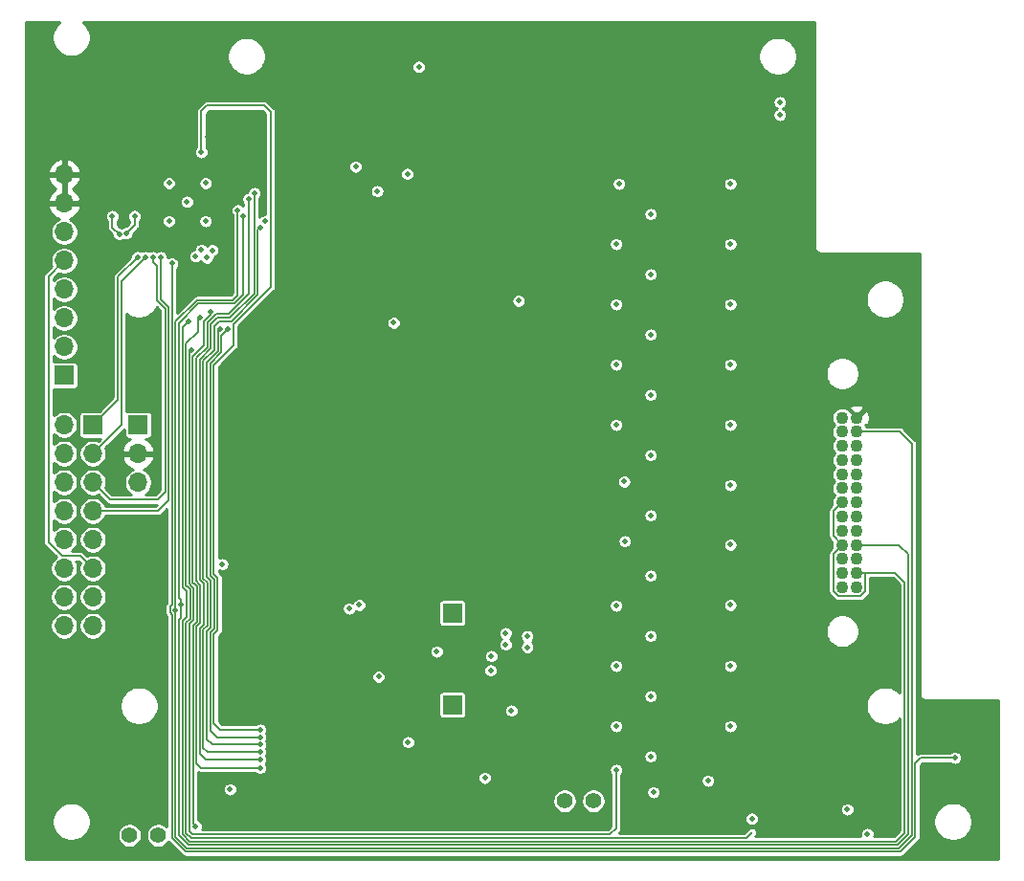
<source format=gbr>
%TF.GenerationSoftware,KiCad,Pcbnew,(5.1.10)-1*%
%TF.CreationDate,2022-11-30T08:24:13-06:00*%
%TF.ProjectId,flight_computer,666c6967-6874-45f6-936f-6d7075746572,A*%
%TF.SameCoordinates,Original*%
%TF.FileFunction,Copper,L3,Inr*%
%TF.FilePolarity,Positive*%
%FSLAX46Y46*%
G04 Gerber Fmt 4.6, Leading zero omitted, Abs format (unit mm)*
G04 Created by KiCad (PCBNEW (5.1.10)-1) date 2022-11-30 08:24:13*
%MOMM*%
%LPD*%
G01*
G04 APERTURE LIST*
%TA.AperFunction,ComponentPad*%
%ADD10C,1.400000*%
%TD*%
%TA.AperFunction,ComponentPad*%
%ADD11R,1.700000X1.700000*%
%TD*%
%TA.AperFunction,ComponentPad*%
%ADD12O,1.700000X1.700000*%
%TD*%
%TA.AperFunction,ComponentPad*%
%ADD13C,1.100000*%
%TD*%
%TA.AperFunction,ViaPad*%
%ADD14C,0.508000*%
%TD*%
%TA.AperFunction,Conductor*%
%ADD15C,0.152400*%
%TD*%
%TA.AperFunction,Conductor*%
%ADD16C,0.254000*%
%TD*%
%TA.AperFunction,Conductor*%
%ADD17C,0.100000*%
%TD*%
G04 APERTURE END LIST*
D10*
%TO.N,Net-(TP4-Pad2)*%
%TO.C,CLK*%
X125222000Y-133350000D03*
%TO.N,/Curve Tracer/ADC_CLK*%
X122682000Y-133350000D03*
%TD*%
%TO.N,Net-(R24-Pad2)*%
%TO.C,CURRENT*%
X161163000Y-130302000D03*
%TO.N,/Perovskite Switches/PANEL_POSITIVE*%
X163703000Y-130302000D03*
%TD*%
D11*
%TO.N,GND*%
%TO.C,V-*%
X151257000Y-113665000D03*
%TD*%
%TO.N,Net-(R25-Pad2)*%
%TO.C,V+*%
X151257000Y-121793000D03*
%TD*%
D12*
%TO.N,Net-(J4-Pad4)*%
%TO.C,J6*%
X123444000Y-102108000D03*
%TO.N,+3V3*%
X123444000Y-99568000D03*
D11*
%TO.N,Net-(J4-Pad2)*%
X123444000Y-97028000D03*
%TD*%
D13*
%TO.N,Net-(J2-Pad26)*%
%TO.C,J2*%
X186987500Y-111386000D03*
%TO.N,/Payload Controller/ALERT*%
X186987500Y-110136000D03*
%TO.N,Net-(J2-Pad24)*%
X186987500Y-108886000D03*
%TO.N,/Payload Controller/SCL*%
X186987500Y-107636000D03*
%TO.N,Net-(J2-Pad22)*%
X186987500Y-106386000D03*
%TO.N,Net-(J2-Pad21)*%
X186987500Y-105136000D03*
%TO.N,Net-(J2-Pad20)*%
X186987500Y-103886000D03*
%TO.N,GND*%
X186987500Y-102636000D03*
%TO.N,Net-(J2-Pad18)*%
X186987500Y-101386000D03*
%TO.N,Net-(J2-Pad17)*%
X186987500Y-100136000D03*
%TO.N,Net-(J2-Pad16)*%
X186987500Y-98886000D03*
%TO.N,/Payload Controller/SDA*%
X186987500Y-97636000D03*
%TO.N,+3V3*%
X186987500Y-96386000D03*
%TO.N,Net-(J2-Pad13)*%
X185737500Y-111386000D03*
%TO.N,Net-(J2-Pad12)*%
X185737500Y-110136000D03*
%TO.N,Net-(J2-Pad11)*%
X185737500Y-108886000D03*
%TO.N,/Payload Controller/ALERT*%
X185737500Y-107636000D03*
%TO.N,Net-(J2-Pad9)*%
X185737500Y-106386000D03*
%TO.N,Net-(J2-Pad8)*%
X185737500Y-105136000D03*
%TO.N,/Payload Controller/ALERT*%
X185737500Y-103886000D03*
%TO.N,Net-(J2-Pad6)*%
X185737500Y-102636000D03*
%TO.N,Net-(J2-Pad5)*%
X185737500Y-101386000D03*
%TO.N,Net-(J2-Pad4)*%
X185737500Y-100136000D03*
%TO.N,Net-(J2-Pad3)*%
X185737500Y-98886000D03*
%TO.N,Net-(J2-Pad2)*%
X185737500Y-97636000D03*
%TO.N,Net-(J2-Pad1)*%
X185737500Y-96386000D03*
%TD*%
D12*
%TO.N,N/C*%
%TO.C,J4*%
X116890800Y-114795300D03*
X119430800Y-114795300D03*
%TO.N,Net-(J4-Pad14)*%
X116890800Y-112255300D03*
%TO.N,Net-(J4-Pad13)*%
X119430800Y-112255300D03*
%TO.N,Net-(J4-Pad12)*%
X116890800Y-109715300D03*
%TO.N,PAYLOAD_RST*%
X119430800Y-109715300D03*
%TO.N,Net-(J4-Pad10)*%
X116890800Y-107175300D03*
%TO.N,GND*%
X119430800Y-107175300D03*
%TO.N,TEST*%
X116890800Y-104635300D03*
%TO.N,TCK*%
X119430800Y-104635300D03*
%TO.N,Net-(J4-Pad6)*%
X116890800Y-102095300D03*
%TO.N,TMS*%
X119430800Y-102095300D03*
%TO.N,Net-(J4-Pad4)*%
X116890800Y-99555300D03*
%TO.N,TDI*%
X119430800Y-99555300D03*
%TO.N,Net-(J4-Pad2)*%
X116890800Y-97015300D03*
D11*
%TO.N,TDO*%
X119430800Y-97015300D03*
%TD*%
D12*
%TO.N,+3V3*%
%TO.C,J3*%
X116903500Y-74866500D03*
X116903500Y-77406500D03*
%TO.N,FAULT*%
X116903500Y-79946500D03*
%TO.N,PAYLOAD_RST*%
X116903500Y-82486500D03*
%TO.N,RX_IN*%
X116903500Y-85026500D03*
%TO.N,TX_OUT*%
X116903500Y-87566500D03*
%TO.N,GND*%
X116903500Y-90106500D03*
D11*
X116903500Y-92646500D03*
%TD*%
D14*
%TO.N,GND*%
X127762000Y-77279500D03*
X126174500Y-78994000D03*
X129413000Y-78994000D03*
X129413000Y-75628500D03*
X126174500Y-75628500D03*
X186182000Y-131064000D03*
X173863000Y-128524000D03*
X175831500Y-75692000D03*
X175831500Y-81026000D03*
X175831500Y-86360000D03*
X175831500Y-91694000D03*
X175831500Y-97028000D03*
X175831500Y-102362000D03*
X175831500Y-107632500D03*
X175831500Y-112966500D03*
X175831500Y-118364000D03*
X175831500Y-123698000D03*
X154622500Y-118745000D03*
X154114500Y-128270000D03*
X147320000Y-125095000D03*
X166497000Y-107315000D03*
X168783000Y-105029000D03*
X166433500Y-102044500D03*
X168783000Y-99695000D03*
X168783000Y-110363000D03*
X168783000Y-115697000D03*
X168783000Y-121031000D03*
X165735000Y-123698000D03*
X165735000Y-118364000D03*
X165735000Y-113030000D03*
X165989000Y-75692000D03*
X168783000Y-94361000D03*
X168783000Y-89027000D03*
X168783000Y-83693000D03*
X168783000Y-78359000D03*
X165735000Y-97028000D03*
X165735000Y-91694000D03*
X165735000Y-86360000D03*
X165735000Y-81026000D03*
X157099000Y-86042500D03*
X148272500Y-65341500D03*
X130873500Y-109347000D03*
X169037000Y-129540000D03*
X168783000Y-126365000D03*
X156464000Y-122301000D03*
X187960000Y-133223000D03*
X149860000Y-117094000D03*
X142684500Y-74168000D03*
X144589500Y-76327000D03*
X147256500Y-74803000D03*
X146050000Y-87985600D03*
X131572000Y-129286000D03*
%TO.N,+3V3*%
X116078000Y-72453500D03*
X117729000Y-72453500D03*
X122618500Y-69024500D03*
X124206000Y-69024500D03*
X129603500Y-71501000D03*
X133159500Y-71501000D03*
X157861000Y-115036597D03*
X154178000Y-113792000D03*
X181483000Y-131064000D03*
X173355000Y-129032000D03*
X170942000Y-75692000D03*
X170942000Y-81026000D03*
X170942000Y-86360000D03*
X170942000Y-91694000D03*
X170942000Y-97028000D03*
X170942000Y-102362000D03*
X170942000Y-107696000D03*
X170942000Y-113030000D03*
X170942000Y-118364000D03*
X170942000Y-123698000D03*
X165290500Y-126365000D03*
X165290500Y-121031000D03*
X165290500Y-115697000D03*
X165290500Y-110363000D03*
X165290500Y-105029000D03*
X165290500Y-99695000D03*
X165290500Y-94361000D03*
X165290500Y-89027000D03*
X165290500Y-83693000D03*
X165290500Y-78359000D03*
X170751500Y-72009000D03*
X178152500Y-70831000D03*
X150177500Y-101346000D03*
X153924000Y-101346000D03*
X157670500Y-101346000D03*
X146431000Y-101346000D03*
X142621000Y-101346000D03*
X138811000Y-101346000D03*
X135001000Y-101346000D03*
X131191000Y-101346000D03*
X132461000Y-103568500D03*
X136271000Y-103568500D03*
X140081000Y-103568500D03*
X143827500Y-103568500D03*
X147637500Y-103568500D03*
X151384000Y-103568500D03*
X155130500Y-103568500D03*
X158940500Y-103568500D03*
X145669000Y-96075500D03*
X145288000Y-73279000D03*
X145288000Y-114046000D03*
X138112500Y-115189000D03*
X135001000Y-132651500D03*
X132905500Y-130619500D03*
X138620500Y-130619500D03*
X151955500Y-130619500D03*
X154940000Y-122301000D03*
X136398000Y-113411000D03*
X146494500Y-83566000D03*
X147320000Y-82740500D03*
X157861000Y-79565500D03*
X159639000Y-77978000D03*
X159702500Y-70104000D03*
X157861000Y-71818500D03*
X142367000Y-78168500D03*
X147193000Y-94361000D03*
X163703000Y-125857000D03*
X185674000Y-133223000D03*
X194564000Y-123571000D03*
X137985500Y-78295500D03*
X131127500Y-84836000D03*
X120294400Y-125679200D03*
%TO.N,PAYLOAD_RST*%
X130012000Y-81570000D03*
%TO.N,-3V3*%
X155956000Y-116459000D03*
X155956000Y-115443000D03*
X144716500Y-119316500D03*
X154686000Y-117475000D03*
%TO.N,/Payload Controller/SCL*%
X180213000Y-69596000D03*
X143002000Y-112966500D03*
X127254000Y-112903000D03*
X132741100Y-78512100D03*
%TO.N,/Payload Controller/SDA*%
X180213000Y-68453000D03*
X142113000Y-113284000D03*
X126746000Y-113411000D03*
X132258500Y-78029500D03*
%TO.N,/Curve Tracer/LADDER_VOLTAGE*%
X157861000Y-115697000D03*
X157873000Y-116701000D03*
%TO.N,/Curve Tracer/ADC_CS*%
X134239000Y-124663194D03*
X123126500Y-78546900D03*
X131381500Y-88544400D03*
X122422053Y-80048561D03*
%TO.N,/Curve Tracer/ADC_DRDY*%
X134239000Y-125323597D03*
X130671550Y-88544400D03*
X121157980Y-78549500D03*
X121767600Y-80137000D03*
%TO.N,/Curve Tracer/ADC_SYNC*%
X134239000Y-124002791D03*
X129032000Y-72898000D03*
%TO.N,/Payload Controller/ENABLE_TEST_SOURCE*%
X177736500Y-131889500D03*
X128906357Y-87517350D03*
%TO.N,/Curve Tracer/ADC_CLK*%
X129833750Y-87034750D03*
X128524000Y-132537200D03*
%TO.N,/Curve Tracer/MOSI*%
X134239000Y-127381000D03*
X133223000Y-77025500D03*
%TO.N,/Curve Tracer/MISO*%
X134239000Y-126644403D03*
X133731000Y-76517500D03*
%TO.N,/Curve Tracer/SCLK*%
X134239000Y-125984000D03*
X134213600Y-79546900D03*
%TO.N,/Payload Controller/REVERSE_BIAS*%
X165735000Y-127549400D03*
X128143030Y-90424028D03*
%TO.N,FAULT*%
X134683500Y-78994700D03*
%TO.N,TDO*%
X123380500Y-82169000D03*
%TO.N,TEST*%
X129529400Y-82232500D03*
%TO.N,RX_IN*%
X129029400Y-81534000D03*
%TO.N,TX_OUT*%
X128524000Y-82105500D03*
%TO.N,TCK*%
X125428758Y-82184243D03*
%TO.N,TMS*%
X124750718Y-82179782D03*
%TO.N,TDI*%
X124079000Y-82169000D03*
%TO.N,/Payload Controller/ALERT*%
X127874283Y-87869283D03*
%TO.N,/Payload Controller/GAAS_TEMP*%
X195707000Y-126492000D03*
X126441190Y-82727810D03*
%TD*%
D15*
%TO.N,PAYLOAD_RST*%
X118352199Y-108636699D02*
X119430800Y-109715300D01*
X116755869Y-108636699D02*
X118352199Y-108636699D01*
X115520089Y-107400919D02*
X116755869Y-108636699D01*
X115520089Y-83869911D02*
X115520089Y-107400919D01*
X116903500Y-82486500D02*
X115520089Y-83869911D01*
%TO.N,/Payload Controller/SCL*%
X186987500Y-107636000D02*
X190770190Y-107636000D01*
X190770190Y-107636000D02*
X191592190Y-108458000D01*
X191592190Y-108458000D02*
X191592190Y-133223744D01*
X191592190Y-133223744D02*
X190627744Y-134188190D01*
X190627744Y-134188190D02*
X127888256Y-134188190D01*
X127888256Y-134188190D02*
X127050810Y-133350744D01*
X127050810Y-133350744D02*
X127050810Y-114300000D01*
X127228601Y-112928399D02*
X127254000Y-112903000D01*
X127228601Y-114122209D02*
X127228601Y-112928399D01*
X127050810Y-114300000D02*
X127228601Y-114122209D01*
X131952257Y-86283809D02*
X132741100Y-85494966D01*
X128777256Y-86283810D02*
X131952257Y-86283809D01*
X132741100Y-85494966D02*
X132741100Y-78512100D01*
X127050810Y-88010256D02*
X128777256Y-86283810D01*
X127050810Y-112340600D02*
X127050810Y-88010256D01*
X127254000Y-112543790D02*
X127050810Y-112340600D01*
X127254000Y-112903000D02*
X127254000Y-112543790D01*
%TO.N,/Payload Controller/SDA*%
X191897000Y-133350000D02*
X190754000Y-134493000D01*
X190754000Y-134493000D02*
X141224000Y-134493000D01*
X141224000Y-134493000D02*
X127762000Y-134493000D01*
X127762000Y-134493000D02*
X126746000Y-133477000D01*
X126746000Y-133477000D02*
X126746000Y-113411000D01*
X191897000Y-98679000D02*
X191897000Y-100838000D01*
X190854000Y-97636000D02*
X191897000Y-98679000D01*
X186987500Y-97636000D02*
X190854000Y-97636000D01*
X191897000Y-100838000D02*
X191897000Y-133350000D01*
X191897000Y-100711000D02*
X191897000Y-100838000D01*
X126746000Y-113411000D02*
X126746000Y-113411000D01*
X131826000Y-85979000D02*
X132258500Y-85546500D01*
X128651000Y-85979000D02*
X131826000Y-85979000D01*
X132258500Y-85546500D02*
X132258500Y-78029500D01*
X126746000Y-87884000D02*
X128651000Y-85979000D01*
X126746000Y-113411000D02*
X126746000Y-87884000D01*
%TO.N,/Curve Tracer/ADC_CS*%
X134239000Y-124663194D02*
X130403674Y-124663194D01*
X129819480Y-124079000D02*
X129819480Y-123440280D01*
X130403674Y-124663194D02*
X129819480Y-124079000D01*
X129819480Y-115410922D02*
X130175079Y-115055321D01*
X129819480Y-121259520D02*
X129819480Y-115410922D01*
X129819480Y-123440280D02*
X129819480Y-121259520D01*
X129819480Y-121259520D02*
X129819480Y-121158000D01*
X130175078Y-110720880D02*
X129997290Y-110543092D01*
X130175079Y-115055321D02*
X130175078Y-110720880D01*
X129997290Y-110543092D02*
X129900849Y-110446651D01*
X129900849Y-110446651D02*
X129819430Y-110365232D01*
X129819430Y-91601400D02*
X130810000Y-90610830D01*
X129819430Y-110365232D02*
X129819430Y-91601400D01*
X130810000Y-89115900D02*
X131381500Y-88544400D01*
X130810000Y-90610830D02*
X130810000Y-89115900D01*
X123126500Y-79344114D02*
X122422053Y-80048561D01*
X123126500Y-78546900D02*
X123126500Y-79344114D01*
%TO.N,/Curve Tracer/ADC_DRDY*%
X134239000Y-125323597D02*
X129997267Y-125323597D01*
X129514670Y-124841000D02*
X129514670Y-123314024D01*
X129997267Y-125323597D02*
X129514670Y-124841000D01*
X129514670Y-123314024D02*
X129514670Y-121031000D01*
X129514670Y-115284668D02*
X129870270Y-114929066D01*
X129514670Y-121031000D02*
X129514670Y-115284668D01*
X129870270Y-114929066D02*
X129870269Y-110847139D01*
X129870269Y-110847139D02*
X129870269Y-110847137D01*
X129870269Y-110847137D02*
X129692480Y-110669348D01*
X129692480Y-110669348D02*
X129514620Y-110491488D01*
X129514620Y-110491488D02*
X129514620Y-92837000D01*
X129514620Y-91475144D02*
X130493760Y-90496004D01*
X129514620Y-92837000D02*
X129514620Y-91475144D01*
X130493760Y-88722190D02*
X130671550Y-88544400D01*
X130493760Y-90496004D02*
X130493760Y-88722190D01*
X121157980Y-79527380D02*
X121767600Y-80137000D01*
X121157980Y-78549500D02*
X121157980Y-79527380D01*
%TO.N,/Curve Tracer/ADC_SYNC*%
X130683081Y-124002791D02*
X134239000Y-124002791D01*
X130124290Y-123444000D02*
X130683081Y-124002791D01*
X129032000Y-72898000D02*
X129032000Y-69278500D01*
X130124290Y-115537176D02*
X130124290Y-123444000D01*
X129032000Y-69278500D02*
X129540000Y-68770500D01*
X129540000Y-68770500D02*
X134620000Y-68770500D01*
X134620000Y-68770500D02*
X135166101Y-69316601D01*
X135166101Y-69316601D02*
X135166101Y-84794229D01*
X130124240Y-91727656D02*
X130124240Y-110238976D01*
X135166101Y-84794229D02*
X131864101Y-88096229D01*
X131864101Y-88096229D02*
X131864101Y-89987795D01*
X130479887Y-110594623D02*
X130479888Y-115181576D01*
X131864101Y-89987795D02*
X130124240Y-91727656D01*
X130124240Y-110238976D02*
X130479887Y-110594623D01*
X130479888Y-115181576D02*
X130124290Y-115537176D01*
%TO.N,/Payload Controller/ENABLE_TEST_SOURCE*%
X177736500Y-133070570D02*
X177228500Y-133578570D01*
X177228500Y-133578570D02*
X135213820Y-133578570D01*
X135213820Y-133578570D02*
X128140768Y-133578570D01*
X128140768Y-133578570D02*
X127685810Y-133123612D01*
X127685810Y-133123612D02*
X127685810Y-119380000D01*
X127685810Y-114527132D02*
X128041411Y-114171531D01*
X127685810Y-119380000D02*
X127685810Y-114527132D01*
X128041411Y-114171531D02*
X128041411Y-113538000D01*
X128041409Y-111608343D02*
X127863620Y-111430554D01*
X128041411Y-113538000D02*
X128041409Y-111608343D01*
X127863620Y-111430554D02*
X127660430Y-111227364D01*
X127660430Y-111227364D02*
X127660430Y-89827070D01*
X127660430Y-89827070D02*
X128714500Y-88773000D01*
X128714500Y-87709207D02*
X128906357Y-87517350D01*
X128714500Y-88773000D02*
X128714500Y-87709207D01*
%TO.N,/Curve Tracer/ADC_CLK*%
X128295430Y-127635000D02*
X128295430Y-122809000D01*
X128295430Y-122809000D02*
X128295430Y-120650000D01*
X128295430Y-114779644D02*
X128651031Y-114424043D01*
X128295430Y-120650000D02*
X128295430Y-114779644D01*
X128651028Y-111709962D02*
X128651027Y-111355829D01*
X128651031Y-111709965D02*
X128651028Y-111709962D01*
X128651031Y-114424043D02*
X128651031Y-111709965D01*
X128651027Y-111355829D02*
X128473240Y-111178042D01*
X128473240Y-111178042D02*
X128270050Y-110974852D01*
X128270050Y-110974852D02*
X128270050Y-92329000D01*
X128270050Y-92329000D02*
X128270050Y-90995450D01*
X128270050Y-90995450D02*
X129274520Y-89990980D01*
X129833750Y-87286184D02*
X129833750Y-87034750D01*
X129274521Y-87845413D02*
X129833750Y-87286184D01*
X129274520Y-89990980D02*
X129274521Y-87845413D01*
X128295430Y-132308630D02*
X128524000Y-132537200D01*
X128295430Y-127635000D02*
X128295430Y-132308630D01*
%TO.N,/Curve Tracer/MOSI*%
X128955841Y-111556841D02*
X128955836Y-111556836D01*
X128955841Y-114550299D02*
X128955841Y-111556841D01*
X128600240Y-120776256D02*
X128600240Y-114905900D01*
X128778050Y-111051786D02*
X128655882Y-110929618D01*
X128574860Y-110848596D02*
X128574860Y-92455256D01*
X128600240Y-114905900D02*
X128955841Y-114550299D01*
X128600240Y-122935256D02*
X128600240Y-120777000D01*
X128600240Y-122936000D02*
X128600240Y-122935256D01*
X128655882Y-110929618D02*
X128574860Y-110848596D01*
X128955836Y-111229572D02*
X128778050Y-111051786D01*
X128955836Y-111556836D02*
X128955836Y-111229572D01*
X128600240Y-127000000D02*
X128600240Y-122936000D01*
X128600240Y-120777000D02*
X128600240Y-120776256D01*
X128981240Y-127381000D02*
X128600240Y-127000000D01*
X134239000Y-127381000D02*
X128981240Y-127381000D01*
X128574860Y-92455256D02*
X128574860Y-91121706D01*
X128574860Y-91121706D02*
X129579330Y-90117236D01*
X129579330Y-90117236D02*
X129579330Y-89087802D01*
X130327382Y-87223618D02*
X131443514Y-87223618D01*
X129579330Y-87971670D02*
X130327382Y-87223618D01*
X129579330Y-89087802D02*
X129579330Y-87971670D01*
X133223701Y-77026201D02*
X133223000Y-77025500D01*
X133223701Y-85443431D02*
X133223701Y-77026201D01*
X131443514Y-87223618D02*
X133223701Y-85443431D01*
%TO.N,/Curve Tracer/MISO*%
X134239000Y-126644403D02*
X129438453Y-126644403D01*
X129438453Y-126644403D02*
X128905050Y-126111000D01*
X128905050Y-123189950D02*
X128905050Y-123061512D01*
X128905050Y-126111000D02*
X128905050Y-123189950D01*
X128905050Y-123189950D02*
X128905050Y-123063000D01*
X128905050Y-123061512D02*
X128905050Y-120904000D01*
X128905050Y-120904000D02*
X128905050Y-121031000D01*
X128905050Y-115032156D02*
X129260651Y-114676555D01*
X128905050Y-120904000D02*
X128905050Y-115032156D01*
X129260651Y-111099651D02*
X129082860Y-110921860D01*
X129260651Y-114676555D02*
X129260651Y-111099651D01*
X129082860Y-110921860D02*
X129079190Y-110921860D01*
X129079190Y-110921860D02*
X128905000Y-110747670D01*
X128905000Y-110747670D02*
X128905000Y-91222632D01*
X129884140Y-90243492D02*
X129884140Y-89214058D01*
X128905000Y-91222632D02*
X129884140Y-90243492D01*
X129884140Y-88111360D02*
X130467072Y-87528428D01*
X129884140Y-89214058D02*
X129884140Y-88111360D01*
X133731000Y-85367198D02*
X133731000Y-76517500D01*
X131569771Y-87528427D02*
X133731000Y-85367198D01*
X130467072Y-87528428D02*
X131569771Y-87528427D01*
%TO.N,/Curve Tracer/SCLK*%
X134035810Y-79724690D02*
X134213600Y-79546900D01*
X129209860Y-125603000D02*
X129209860Y-115158412D01*
X129590860Y-125984000D02*
X129209860Y-125603000D01*
X129209860Y-115158412D02*
X129565461Y-114802811D01*
X129565461Y-114802811D02*
X129565460Y-110973394D01*
X129565460Y-110973394D02*
X129209810Y-110617744D01*
X129209810Y-110617744D02*
X129209810Y-91348888D01*
X129209810Y-91348888D02*
X130188950Y-90369748D01*
X134239000Y-125984000D02*
X129590860Y-125984000D01*
X134035810Y-85493454D02*
X134035810Y-79724690D01*
X130188950Y-90369748D02*
X130188950Y-88251050D01*
X130188950Y-88251050D02*
X130606764Y-87833236D01*
X130606764Y-87833236D02*
X131696028Y-87833236D01*
X131696028Y-87833236D02*
X134035810Y-85493454D01*
%TO.N,/Payload Controller/REVERSE_BIAS*%
X134909010Y-133273760D02*
X128267024Y-133273760D01*
X128267024Y-133273760D02*
X127990620Y-132997356D01*
X127990620Y-114653388D02*
X128346221Y-114297787D01*
X127990620Y-132997356D02*
X127990620Y-114653388D01*
X128346221Y-114297787D02*
X128346221Y-113792000D01*
X128346221Y-113792000D02*
X128346221Y-113728500D01*
X128346218Y-111836218D02*
X128346218Y-111482086D01*
X128346221Y-111836221D02*
X128346218Y-111836218D01*
X128346221Y-113792000D02*
X128346221Y-111836221D01*
X128346218Y-111482086D02*
X128168430Y-111304298D01*
X164922240Y-133273760D02*
X134909010Y-133273760D01*
X164922240Y-133273760D02*
X165176240Y-133273760D01*
X165735000Y-132715000D02*
X165735000Y-127549400D01*
X165176240Y-133273760D02*
X165735000Y-132715000D01*
X128168430Y-111304298D02*
X127965240Y-111101108D01*
X127965240Y-90601818D02*
X128143030Y-90424028D01*
X127965240Y-111101108D02*
X127965240Y-90601818D01*
%TO.N,TDO*%
X123380500Y-82169000D02*
X121674752Y-83874748D01*
X121674752Y-94771348D02*
X119430800Y-97015300D01*
X121674752Y-83874748D02*
X121674752Y-94771348D01*
%TO.N,TCK*%
X125171200Y-104635300D02*
X119430800Y-104635300D01*
X126136380Y-103670120D02*
X125171200Y-104635300D01*
X126136380Y-86614000D02*
X126136380Y-103670120D01*
X125428758Y-85906378D02*
X126136380Y-86614000D01*
X125428758Y-82184243D02*
X125428758Y-85906378D01*
%TO.N,TMS*%
X120967500Y-103632000D02*
X119430800Y-102095300D01*
X125831570Y-86740256D02*
X125831570Y-102958930D01*
X125123949Y-86032635D02*
X125831570Y-86740256D01*
X125123948Y-82994500D02*
X125123949Y-86032635D01*
X125158500Y-103632000D02*
X120967500Y-103632000D01*
X124750718Y-82621270D02*
X125123948Y-82994500D01*
X125831570Y-102958930D02*
X125158500Y-103632000D01*
X124750718Y-82179782D02*
X124750718Y-82621270D01*
%TO.N,TDI*%
X121979562Y-97006538D02*
X119430800Y-99555300D01*
X121979562Y-84268438D02*
X121979562Y-97006538D01*
X124079000Y-82169000D02*
X121979562Y-84268438D01*
%TO.N,/Payload Controller/ALERT*%
X184958899Y-104664601D02*
X185737500Y-103886000D01*
X184958899Y-106857399D02*
X184958899Y-104664601D01*
X185737500Y-107636000D02*
X184958899Y-106857399D01*
X190425380Y-110136000D02*
X191262000Y-110972620D01*
X191262000Y-110972620D02*
X191262000Y-133122868D01*
X191262000Y-133122868D02*
X190501488Y-133883380D01*
X190501488Y-133883380D02*
X128014512Y-133883380D01*
X128014512Y-133883380D02*
X127381000Y-133249868D01*
X127381000Y-133249868D02*
X127381000Y-116586000D01*
X187766101Y-110169101D02*
X187733000Y-110136000D01*
X187361229Y-112164601D02*
X187766101Y-111759729D01*
X185363771Y-112164601D02*
X187361229Y-112164601D01*
X184958899Y-111759729D02*
X185363771Y-112164601D01*
X184958899Y-108414601D02*
X184958899Y-111759729D01*
X185737500Y-107636000D02*
X184958899Y-108414601D01*
X187766101Y-111759729D02*
X187766101Y-110169101D01*
X187733000Y-110136000D02*
X190425380Y-110136000D01*
X186987500Y-110136000D02*
X187733000Y-110136000D01*
X127381001Y-114400875D02*
X127736600Y-114045276D01*
X127381000Y-116586000D02*
X127381001Y-114400875D01*
X127736600Y-114045276D02*
X127736600Y-112064800D01*
X127736600Y-111734600D02*
X127558810Y-111556810D01*
X127736600Y-112064800D02*
X127736600Y-111734600D01*
X127558810Y-111556810D02*
X127381000Y-111379000D01*
X127381000Y-111379000D02*
X127355620Y-111353620D01*
X127355620Y-89179380D02*
X127355620Y-89022946D01*
X127355620Y-111353620D02*
X127355620Y-89179380D01*
X127355620Y-89179380D02*
X127355620Y-89052380D01*
X127355620Y-88387946D02*
X127874283Y-87869283D01*
X127355620Y-89052380D02*
X127355620Y-88387946D01*
%TO.N,/Payload Controller/GAAS_TEMP*%
X192201809Y-133476257D02*
X190880256Y-134797810D01*
X127635743Y-134797809D02*
X126441190Y-133603256D01*
X190880256Y-134797810D02*
X127635743Y-134797809D01*
X126441190Y-133603256D02*
X126441190Y-132715000D01*
X126441190Y-132715000D02*
X126441190Y-114554000D01*
X126263399Y-113131601D02*
X126441190Y-112953810D01*
X126263399Y-113642649D02*
X126263399Y-113131601D01*
X126441190Y-113820440D02*
X126263399Y-113642649D01*
X126441190Y-114554000D02*
X126441190Y-113820440D01*
X126441190Y-112953810D02*
X126441190Y-89789000D01*
X192659000Y-126492000D02*
X192201809Y-126949191D01*
X192201809Y-126949191D02*
X192201809Y-133476257D01*
X195707000Y-126492000D02*
X192659000Y-126492000D01*
X126441190Y-89789000D02*
X126441190Y-82727810D01*
%TD*%
D16*
%TO.N,+3V3*%
X116438717Y-61410268D02*
X116200267Y-61648718D01*
X116012919Y-61929104D01*
X115883871Y-62240653D01*
X115818083Y-62571392D01*
X115818083Y-62908610D01*
X115883871Y-63239349D01*
X116012919Y-63550898D01*
X116200267Y-63831284D01*
X116438717Y-64069734D01*
X116719103Y-64257082D01*
X117030652Y-64386130D01*
X117361391Y-64451918D01*
X117698609Y-64451918D01*
X118029348Y-64386130D01*
X118340897Y-64257082D01*
X118394310Y-64221392D01*
X131318083Y-64221392D01*
X131318083Y-64558610D01*
X131383871Y-64889349D01*
X131512919Y-65200898D01*
X131700267Y-65481284D01*
X131938717Y-65719734D01*
X132219103Y-65907082D01*
X132530652Y-66036130D01*
X132861391Y-66101918D01*
X133198609Y-66101918D01*
X133529348Y-66036130D01*
X133840897Y-65907082D01*
X134121283Y-65719734D01*
X134359733Y-65481284D01*
X134494922Y-65278958D01*
X147637500Y-65278958D01*
X147637500Y-65404042D01*
X147661903Y-65526723D01*
X147709771Y-65642285D01*
X147779264Y-65746289D01*
X147867711Y-65834736D01*
X147971715Y-65904229D01*
X148087277Y-65952097D01*
X148209958Y-65976500D01*
X148335042Y-65976500D01*
X148457723Y-65952097D01*
X148573285Y-65904229D01*
X148677289Y-65834736D01*
X148765736Y-65746289D01*
X148835229Y-65642285D01*
X148883097Y-65526723D01*
X148907500Y-65404042D01*
X148907500Y-65278958D01*
X148883097Y-65156277D01*
X148835229Y-65040715D01*
X148765736Y-64936711D01*
X148677289Y-64848264D01*
X148573285Y-64778771D01*
X148457723Y-64730903D01*
X148335042Y-64706500D01*
X148209958Y-64706500D01*
X148087277Y-64730903D01*
X147971715Y-64778771D01*
X147867711Y-64848264D01*
X147779264Y-64936711D01*
X147709771Y-65040715D01*
X147661903Y-65156277D01*
X147637500Y-65278958D01*
X134494922Y-65278958D01*
X134547081Y-65200898D01*
X134676129Y-64889349D01*
X134741917Y-64558610D01*
X134741917Y-64221392D01*
X178318084Y-64221392D01*
X178318084Y-64558610D01*
X178383872Y-64889348D01*
X178512920Y-65200897D01*
X178700268Y-65481284D01*
X178938717Y-65719733D01*
X179219104Y-65907081D01*
X179530653Y-66036129D01*
X179861391Y-66101917D01*
X180198609Y-66101917D01*
X180529347Y-66036129D01*
X180840896Y-65907081D01*
X181121283Y-65719733D01*
X181359732Y-65481284D01*
X181547080Y-65200897D01*
X181676128Y-64889348D01*
X181741916Y-64558610D01*
X181741916Y-64221392D01*
X181676128Y-63890654D01*
X181547080Y-63579105D01*
X181359732Y-63298718D01*
X181121283Y-63060269D01*
X180840896Y-62872921D01*
X180529347Y-62743873D01*
X180198609Y-62678085D01*
X179861391Y-62678085D01*
X179530653Y-62743873D01*
X179219104Y-62872921D01*
X178938717Y-63060269D01*
X178700268Y-63298718D01*
X178512920Y-63579105D01*
X178383872Y-63890654D01*
X178318084Y-64221392D01*
X134741917Y-64221392D01*
X134676129Y-63890653D01*
X134547081Y-63579104D01*
X134359733Y-63298718D01*
X134121283Y-63060268D01*
X133840897Y-62872920D01*
X133529348Y-62743872D01*
X133198609Y-62678084D01*
X132861391Y-62678084D01*
X132530652Y-62743872D01*
X132219103Y-62872920D01*
X131938717Y-63060268D01*
X131700267Y-63298718D01*
X131512919Y-63579104D01*
X131383871Y-63890653D01*
X131318083Y-64221392D01*
X118394310Y-64221392D01*
X118621283Y-64069734D01*
X118859733Y-63831284D01*
X119047081Y-63550898D01*
X119176129Y-63239349D01*
X119241917Y-62908610D01*
X119241917Y-62571392D01*
X119176129Y-62240653D01*
X119047081Y-61929104D01*
X118859733Y-61648718D01*
X118621283Y-61410268D01*
X118562516Y-61371001D01*
X183306349Y-61371001D01*
X183306350Y-81330337D01*
X183304022Y-81353973D01*
X183313309Y-81448265D01*
X183340813Y-81538934D01*
X183385477Y-81622495D01*
X183445585Y-81695737D01*
X183518827Y-81755845D01*
X183602388Y-81800509D01*
X183693057Y-81828013D01*
X183763723Y-81834973D01*
X183787349Y-81837300D01*
X183810975Y-81834973D01*
X192549001Y-81834973D01*
X192549000Y-120866374D01*
X192546673Y-120890000D01*
X192555960Y-120984292D01*
X192583464Y-121074961D01*
X192626435Y-121155355D01*
X192628128Y-121158522D01*
X192688236Y-121231764D01*
X192761478Y-121291872D01*
X192845039Y-121336536D01*
X192935708Y-121364040D01*
X193030000Y-121373327D01*
X193053626Y-121371000D01*
X199549001Y-121371000D01*
X199549000Y-135409000D01*
X113511000Y-135409000D01*
X113511000Y-131970391D01*
X115817287Y-131970391D01*
X115817287Y-132307765D01*
X115883106Y-132638658D01*
X116012214Y-132950352D01*
X116199649Y-133230869D01*
X116438209Y-133469429D01*
X116718726Y-133656864D01*
X117030420Y-133785972D01*
X117361313Y-133851791D01*
X117698687Y-133851791D01*
X118029580Y-133785972D01*
X118341274Y-133656864D01*
X118621791Y-133469429D01*
X118847689Y-133243531D01*
X121601000Y-133243531D01*
X121601000Y-133456469D01*
X121642543Y-133665316D01*
X121724031Y-133862045D01*
X121842333Y-134039097D01*
X121992903Y-134189667D01*
X122169955Y-134307969D01*
X122366684Y-134389457D01*
X122575531Y-134431000D01*
X122788469Y-134431000D01*
X122997316Y-134389457D01*
X123194045Y-134307969D01*
X123371097Y-134189667D01*
X123521667Y-134039097D01*
X123639969Y-133862045D01*
X123721457Y-133665316D01*
X123763000Y-133456469D01*
X123763000Y-133243531D01*
X123721457Y-133034684D01*
X123639969Y-132837955D01*
X123521667Y-132660903D01*
X123371097Y-132510333D01*
X123194045Y-132392031D01*
X122997316Y-132310543D01*
X122788469Y-132269000D01*
X122575531Y-132269000D01*
X122366684Y-132310543D01*
X122169955Y-132392031D01*
X121992903Y-132510333D01*
X121842333Y-132660903D01*
X121724031Y-132837955D01*
X121642543Y-133034684D01*
X121601000Y-133243531D01*
X118847689Y-133243531D01*
X118860351Y-133230869D01*
X119047786Y-132950352D01*
X119176894Y-132638658D01*
X119242713Y-132307765D01*
X119242713Y-131970391D01*
X119176894Y-131639498D01*
X119047786Y-131327804D01*
X118860351Y-131047287D01*
X118621791Y-130808727D01*
X118341274Y-130621292D01*
X118029580Y-130492184D01*
X117698687Y-130426365D01*
X117361313Y-130426365D01*
X117030420Y-130492184D01*
X116718726Y-130621292D01*
X116438209Y-130808727D01*
X116199649Y-131047287D01*
X116012214Y-131327804D01*
X115883106Y-131639498D01*
X115817287Y-131970391D01*
X113511000Y-131970391D01*
X113511000Y-121721391D01*
X121818083Y-121721391D01*
X121818083Y-122058609D01*
X121883871Y-122389348D01*
X122012919Y-122700897D01*
X122200267Y-122981283D01*
X122438717Y-123219733D01*
X122719103Y-123407081D01*
X123030652Y-123536129D01*
X123361391Y-123601917D01*
X123698609Y-123601917D01*
X124029348Y-123536129D01*
X124340897Y-123407081D01*
X124621283Y-123219733D01*
X124859733Y-122981283D01*
X125047081Y-122700897D01*
X125176129Y-122389348D01*
X125241917Y-122058609D01*
X125241917Y-121721391D01*
X125176129Y-121390652D01*
X125047081Y-121079103D01*
X124859733Y-120798717D01*
X124621283Y-120560267D01*
X124340897Y-120372919D01*
X124029348Y-120243871D01*
X123698609Y-120178083D01*
X123361391Y-120178083D01*
X123030652Y-120243871D01*
X122719103Y-120372919D01*
X122438717Y-120560267D01*
X122200267Y-120798717D01*
X122012919Y-121079103D01*
X121883871Y-121390652D01*
X121818083Y-121721391D01*
X113511000Y-121721391D01*
X113511000Y-114674057D01*
X115659800Y-114674057D01*
X115659800Y-114916543D01*
X115707107Y-115154369D01*
X115799902Y-115378397D01*
X115934620Y-115580017D01*
X116106083Y-115751480D01*
X116307703Y-115886198D01*
X116531731Y-115978993D01*
X116769557Y-116026300D01*
X117012043Y-116026300D01*
X117249869Y-115978993D01*
X117473897Y-115886198D01*
X117675517Y-115751480D01*
X117846980Y-115580017D01*
X117981698Y-115378397D01*
X118074493Y-115154369D01*
X118121800Y-114916543D01*
X118121800Y-114674057D01*
X118199800Y-114674057D01*
X118199800Y-114916543D01*
X118247107Y-115154369D01*
X118339902Y-115378397D01*
X118474620Y-115580017D01*
X118646083Y-115751480D01*
X118847703Y-115886198D01*
X119071731Y-115978993D01*
X119309557Y-116026300D01*
X119552043Y-116026300D01*
X119789869Y-115978993D01*
X120013897Y-115886198D01*
X120215517Y-115751480D01*
X120386980Y-115580017D01*
X120521698Y-115378397D01*
X120614493Y-115154369D01*
X120661800Y-114916543D01*
X120661800Y-114674057D01*
X120614493Y-114436231D01*
X120521698Y-114212203D01*
X120386980Y-114010583D01*
X120215517Y-113839120D01*
X120013897Y-113704402D01*
X119789869Y-113611607D01*
X119552043Y-113564300D01*
X119309557Y-113564300D01*
X119071731Y-113611607D01*
X118847703Y-113704402D01*
X118646083Y-113839120D01*
X118474620Y-114010583D01*
X118339902Y-114212203D01*
X118247107Y-114436231D01*
X118199800Y-114674057D01*
X118121800Y-114674057D01*
X118074493Y-114436231D01*
X117981698Y-114212203D01*
X117846980Y-114010583D01*
X117675517Y-113839120D01*
X117473897Y-113704402D01*
X117249869Y-113611607D01*
X117012043Y-113564300D01*
X116769557Y-113564300D01*
X116531731Y-113611607D01*
X116307703Y-113704402D01*
X116106083Y-113839120D01*
X115934620Y-114010583D01*
X115799902Y-114212203D01*
X115707107Y-114436231D01*
X115659800Y-114674057D01*
X113511000Y-114674057D01*
X113511000Y-112134057D01*
X115659800Y-112134057D01*
X115659800Y-112376543D01*
X115707107Y-112614369D01*
X115799902Y-112838397D01*
X115934620Y-113040017D01*
X116106083Y-113211480D01*
X116307703Y-113346198D01*
X116531731Y-113438993D01*
X116769557Y-113486300D01*
X117012043Y-113486300D01*
X117249869Y-113438993D01*
X117473897Y-113346198D01*
X117675517Y-113211480D01*
X117846980Y-113040017D01*
X117981698Y-112838397D01*
X118074493Y-112614369D01*
X118121800Y-112376543D01*
X118121800Y-112134057D01*
X118199800Y-112134057D01*
X118199800Y-112376543D01*
X118247107Y-112614369D01*
X118339902Y-112838397D01*
X118474620Y-113040017D01*
X118646083Y-113211480D01*
X118847703Y-113346198D01*
X119071731Y-113438993D01*
X119309557Y-113486300D01*
X119552043Y-113486300D01*
X119789869Y-113438993D01*
X120013897Y-113346198D01*
X120215517Y-113211480D01*
X120386980Y-113040017D01*
X120521698Y-112838397D01*
X120614493Y-112614369D01*
X120661800Y-112376543D01*
X120661800Y-112134057D01*
X120614493Y-111896231D01*
X120521698Y-111672203D01*
X120386980Y-111470583D01*
X120215517Y-111299120D01*
X120013897Y-111164402D01*
X119789869Y-111071607D01*
X119552043Y-111024300D01*
X119309557Y-111024300D01*
X119071731Y-111071607D01*
X118847703Y-111164402D01*
X118646083Y-111299120D01*
X118474620Y-111470583D01*
X118339902Y-111672203D01*
X118247107Y-111896231D01*
X118199800Y-112134057D01*
X118121800Y-112134057D01*
X118074493Y-111896231D01*
X117981698Y-111672203D01*
X117846980Y-111470583D01*
X117675517Y-111299120D01*
X117473897Y-111164402D01*
X117249869Y-111071607D01*
X117012043Y-111024300D01*
X116769557Y-111024300D01*
X116531731Y-111071607D01*
X116307703Y-111164402D01*
X116106083Y-111299120D01*
X115934620Y-111470583D01*
X115799902Y-111672203D01*
X115707107Y-111896231D01*
X115659800Y-112134057D01*
X113511000Y-112134057D01*
X113511000Y-83869911D01*
X115060678Y-83869911D01*
X115062889Y-83892361D01*
X115062890Y-107378459D01*
X115060678Y-107400919D01*
X115062890Y-107423379D01*
X115066516Y-107460191D01*
X115069505Y-107490545D01*
X115095649Y-107576728D01*
X115127331Y-107636001D01*
X115138103Y-107656155D01*
X115195237Y-107725772D01*
X115212682Y-107740089D01*
X116181392Y-108708800D01*
X116106083Y-108759120D01*
X115934620Y-108930583D01*
X115799902Y-109132203D01*
X115707107Y-109356231D01*
X115659800Y-109594057D01*
X115659800Y-109836543D01*
X115707107Y-110074369D01*
X115799902Y-110298397D01*
X115934620Y-110500017D01*
X116106083Y-110671480D01*
X116307703Y-110806198D01*
X116531731Y-110898993D01*
X116769557Y-110946300D01*
X117012043Y-110946300D01*
X117249869Y-110898993D01*
X117473897Y-110806198D01*
X117675517Y-110671480D01*
X117846980Y-110500017D01*
X117981698Y-110298397D01*
X118074493Y-110074369D01*
X118121800Y-109836543D01*
X118121800Y-109594057D01*
X118074493Y-109356231D01*
X117981698Y-109132203D01*
X117956104Y-109093899D01*
X118162822Y-109093899D01*
X118299256Y-109230333D01*
X118247107Y-109356231D01*
X118199800Y-109594057D01*
X118199800Y-109836543D01*
X118247107Y-110074369D01*
X118339902Y-110298397D01*
X118474620Y-110500017D01*
X118646083Y-110671480D01*
X118847703Y-110806198D01*
X119071731Y-110898993D01*
X119309557Y-110946300D01*
X119552043Y-110946300D01*
X119789869Y-110898993D01*
X120013897Y-110806198D01*
X120215517Y-110671480D01*
X120386980Y-110500017D01*
X120521698Y-110298397D01*
X120614493Y-110074369D01*
X120661800Y-109836543D01*
X120661800Y-109594057D01*
X120614493Y-109356231D01*
X120521698Y-109132203D01*
X120386980Y-108930583D01*
X120215517Y-108759120D01*
X120013897Y-108624402D01*
X119789869Y-108531607D01*
X119552043Y-108484300D01*
X119309557Y-108484300D01*
X119071731Y-108531607D01*
X118945833Y-108583756D01*
X118691373Y-108329296D01*
X118677052Y-108311846D01*
X118607435Y-108254712D01*
X118528008Y-108212258D01*
X118441826Y-108186114D01*
X118374659Y-108179499D01*
X118374649Y-108179499D01*
X118352199Y-108177288D01*
X118329749Y-108179499D01*
X117603651Y-108179499D01*
X117675517Y-108131480D01*
X117846980Y-107960017D01*
X117981698Y-107758397D01*
X118074493Y-107534369D01*
X118121800Y-107296543D01*
X118121800Y-107054057D01*
X118199800Y-107054057D01*
X118199800Y-107296543D01*
X118247107Y-107534369D01*
X118339902Y-107758397D01*
X118474620Y-107960017D01*
X118646083Y-108131480D01*
X118847703Y-108266198D01*
X119071731Y-108358993D01*
X119309557Y-108406300D01*
X119552043Y-108406300D01*
X119789869Y-108358993D01*
X120013897Y-108266198D01*
X120215517Y-108131480D01*
X120386980Y-107960017D01*
X120521698Y-107758397D01*
X120614493Y-107534369D01*
X120661800Y-107296543D01*
X120661800Y-107054057D01*
X120614493Y-106816231D01*
X120521698Y-106592203D01*
X120386980Y-106390583D01*
X120215517Y-106219120D01*
X120013897Y-106084402D01*
X119789869Y-105991607D01*
X119552043Y-105944300D01*
X119309557Y-105944300D01*
X119071731Y-105991607D01*
X118847703Y-106084402D01*
X118646083Y-106219120D01*
X118474620Y-106390583D01*
X118339902Y-106592203D01*
X118247107Y-106816231D01*
X118199800Y-107054057D01*
X118121800Y-107054057D01*
X118074493Y-106816231D01*
X117981698Y-106592203D01*
X117846980Y-106390583D01*
X117675517Y-106219120D01*
X117473897Y-106084402D01*
X117249869Y-105991607D01*
X117012043Y-105944300D01*
X116769557Y-105944300D01*
X116531731Y-105991607D01*
X116307703Y-106084402D01*
X116106083Y-106219120D01*
X115977289Y-106347914D01*
X115977289Y-105462686D01*
X116106083Y-105591480D01*
X116307703Y-105726198D01*
X116531731Y-105818993D01*
X116769557Y-105866300D01*
X117012043Y-105866300D01*
X117249869Y-105818993D01*
X117473897Y-105726198D01*
X117675517Y-105591480D01*
X117846980Y-105420017D01*
X117981698Y-105218397D01*
X118074493Y-104994369D01*
X118121800Y-104756543D01*
X118121800Y-104514057D01*
X118074493Y-104276231D01*
X117981698Y-104052203D01*
X117846980Y-103850583D01*
X117675517Y-103679120D01*
X117473897Y-103544402D01*
X117249869Y-103451607D01*
X117012043Y-103404300D01*
X116769557Y-103404300D01*
X116531731Y-103451607D01*
X116307703Y-103544402D01*
X116106083Y-103679120D01*
X115977289Y-103807914D01*
X115977289Y-102922686D01*
X116106083Y-103051480D01*
X116307703Y-103186198D01*
X116531731Y-103278993D01*
X116769557Y-103326300D01*
X117012043Y-103326300D01*
X117249869Y-103278993D01*
X117473897Y-103186198D01*
X117675517Y-103051480D01*
X117846980Y-102880017D01*
X117981698Y-102678397D01*
X118074493Y-102454369D01*
X118121800Y-102216543D01*
X118121800Y-101974057D01*
X118074493Y-101736231D01*
X117981698Y-101512203D01*
X117846980Y-101310583D01*
X117675517Y-101139120D01*
X117473897Y-101004402D01*
X117249869Y-100911607D01*
X117012043Y-100864300D01*
X116769557Y-100864300D01*
X116531731Y-100911607D01*
X116307703Y-101004402D01*
X116106083Y-101139120D01*
X115977289Y-101267914D01*
X115977289Y-100382686D01*
X116106083Y-100511480D01*
X116307703Y-100646198D01*
X116531731Y-100738993D01*
X116769557Y-100786300D01*
X117012043Y-100786300D01*
X117249869Y-100738993D01*
X117473897Y-100646198D01*
X117675517Y-100511480D01*
X117846980Y-100340017D01*
X117981698Y-100138397D01*
X118074493Y-99914369D01*
X118121800Y-99676543D01*
X118121800Y-99434057D01*
X118074493Y-99196231D01*
X117981698Y-98972203D01*
X117846980Y-98770583D01*
X117675517Y-98599120D01*
X117473897Y-98464402D01*
X117249869Y-98371607D01*
X117012043Y-98324300D01*
X116769557Y-98324300D01*
X116531731Y-98371607D01*
X116307703Y-98464402D01*
X116106083Y-98599120D01*
X115977289Y-98727914D01*
X115977289Y-97842686D01*
X116106083Y-97971480D01*
X116307703Y-98106198D01*
X116531731Y-98198993D01*
X116769557Y-98246300D01*
X117012043Y-98246300D01*
X117249869Y-98198993D01*
X117473897Y-98106198D01*
X117675517Y-97971480D01*
X117846980Y-97800017D01*
X117981698Y-97598397D01*
X118074493Y-97374369D01*
X118121800Y-97136543D01*
X118121800Y-96894057D01*
X118074493Y-96656231D01*
X117981698Y-96432203D01*
X117846980Y-96230583D01*
X117781697Y-96165300D01*
X118197957Y-96165300D01*
X118197957Y-97865300D01*
X118205313Y-97939989D01*
X118227099Y-98011808D01*
X118262478Y-98077996D01*
X118310089Y-98136011D01*
X118368104Y-98183622D01*
X118434292Y-98219001D01*
X118506111Y-98240787D01*
X118580800Y-98248143D01*
X120091380Y-98248143D01*
X119915767Y-98423755D01*
X119789869Y-98371607D01*
X119552043Y-98324300D01*
X119309557Y-98324300D01*
X119071731Y-98371607D01*
X118847703Y-98464402D01*
X118646083Y-98599120D01*
X118474620Y-98770583D01*
X118339902Y-98972203D01*
X118247107Y-99196231D01*
X118199800Y-99434057D01*
X118199800Y-99676543D01*
X118247107Y-99914369D01*
X118339902Y-100138397D01*
X118474620Y-100340017D01*
X118646083Y-100511480D01*
X118847703Y-100646198D01*
X119071731Y-100738993D01*
X119309557Y-100786300D01*
X119552043Y-100786300D01*
X119789869Y-100738993D01*
X120013897Y-100646198D01*
X120215517Y-100511480D01*
X120386980Y-100340017D01*
X120521698Y-100138397D01*
X120614493Y-99914369D01*
X120661800Y-99676543D01*
X120661800Y-99434057D01*
X120614493Y-99196231D01*
X120562345Y-99070333D01*
X122211157Y-97421521D01*
X122211157Y-97878000D01*
X122218513Y-97952689D01*
X122240299Y-98024508D01*
X122275678Y-98090696D01*
X122323289Y-98148711D01*
X122381304Y-98196322D01*
X122447492Y-98231701D01*
X122519311Y-98253487D01*
X122594000Y-98260843D01*
X122750633Y-98260843D01*
X122562645Y-98372822D01*
X122346412Y-98567731D01*
X122172359Y-98801080D01*
X122047175Y-99063901D01*
X122002524Y-99211110D01*
X122123845Y-99441000D01*
X123317000Y-99441000D01*
X123317000Y-99421000D01*
X123571000Y-99421000D01*
X123571000Y-99441000D01*
X124764155Y-99441000D01*
X124885476Y-99211110D01*
X124840825Y-99063901D01*
X124715641Y-98801080D01*
X124541588Y-98567731D01*
X124325355Y-98372822D01*
X124137367Y-98260843D01*
X124294000Y-98260843D01*
X124368689Y-98253487D01*
X124440508Y-98231701D01*
X124506696Y-98196322D01*
X124564711Y-98148711D01*
X124612322Y-98090696D01*
X124647701Y-98024508D01*
X124669487Y-97952689D01*
X124676843Y-97878000D01*
X124676843Y-96178000D01*
X124669487Y-96103311D01*
X124647701Y-96031492D01*
X124612322Y-95965304D01*
X124564711Y-95907289D01*
X124506696Y-95859678D01*
X124440508Y-95824299D01*
X124368689Y-95802513D01*
X124294000Y-95795157D01*
X122594000Y-95795157D01*
X122519311Y-95802513D01*
X122447492Y-95824299D01*
X122436762Y-95830034D01*
X122436762Y-87217779D01*
X122438717Y-87219734D01*
X122719103Y-87407082D01*
X123030652Y-87536130D01*
X123361391Y-87601918D01*
X123698609Y-87601918D01*
X124029348Y-87536130D01*
X124340897Y-87407082D01*
X124621283Y-87219734D01*
X124859733Y-86981284D01*
X125047081Y-86700898D01*
X125075947Y-86631210D01*
X125374370Y-86929634D01*
X125374371Y-102769550D01*
X124969123Y-103174800D01*
X124063162Y-103174800D01*
X124228717Y-103064180D01*
X124400180Y-102892717D01*
X124534898Y-102691097D01*
X124627693Y-102467069D01*
X124675000Y-102229243D01*
X124675000Y-101986757D01*
X124627693Y-101748931D01*
X124534898Y-101524903D01*
X124400180Y-101323283D01*
X124228717Y-101151820D01*
X124027097Y-101017102D01*
X123912832Y-100969772D01*
X124075252Y-100912157D01*
X124325355Y-100763178D01*
X124541588Y-100568269D01*
X124715641Y-100334920D01*
X124840825Y-100072099D01*
X124885476Y-99924890D01*
X124764155Y-99695000D01*
X123571000Y-99695000D01*
X123571000Y-99715000D01*
X123317000Y-99715000D01*
X123317000Y-99695000D01*
X122123845Y-99695000D01*
X122002524Y-99924890D01*
X122047175Y-100072099D01*
X122172359Y-100334920D01*
X122346412Y-100568269D01*
X122562645Y-100763178D01*
X122812748Y-100912157D01*
X122975168Y-100969772D01*
X122860903Y-101017102D01*
X122659283Y-101151820D01*
X122487820Y-101323283D01*
X122353102Y-101524903D01*
X122260307Y-101748931D01*
X122213000Y-101986757D01*
X122213000Y-102229243D01*
X122260307Y-102467069D01*
X122353102Y-102691097D01*
X122487820Y-102892717D01*
X122659283Y-103064180D01*
X122824838Y-103174800D01*
X121156878Y-103174800D01*
X120562345Y-102580267D01*
X120614493Y-102454369D01*
X120661800Y-102216543D01*
X120661800Y-101974057D01*
X120614493Y-101736231D01*
X120521698Y-101512203D01*
X120386980Y-101310583D01*
X120215517Y-101139120D01*
X120013897Y-101004402D01*
X119789869Y-100911607D01*
X119552043Y-100864300D01*
X119309557Y-100864300D01*
X119071731Y-100911607D01*
X118847703Y-101004402D01*
X118646083Y-101139120D01*
X118474620Y-101310583D01*
X118339902Y-101512203D01*
X118247107Y-101736231D01*
X118199800Y-101974057D01*
X118199800Y-102216543D01*
X118247107Y-102454369D01*
X118339902Y-102678397D01*
X118474620Y-102880017D01*
X118646083Y-103051480D01*
X118847703Y-103186198D01*
X119071731Y-103278993D01*
X119309557Y-103326300D01*
X119552043Y-103326300D01*
X119789869Y-103278993D01*
X119915767Y-103226845D01*
X120628330Y-103939408D01*
X120642647Y-103956853D01*
X120712264Y-104013987D01*
X120791691Y-104056441D01*
X120877873Y-104082585D01*
X120945040Y-104089200D01*
X120945050Y-104089200D01*
X120967500Y-104091411D01*
X120989950Y-104089200D01*
X125070723Y-104089200D01*
X124981823Y-104178100D01*
X120573846Y-104178100D01*
X120521698Y-104052203D01*
X120386980Y-103850583D01*
X120215517Y-103679120D01*
X120013897Y-103544402D01*
X119789869Y-103451607D01*
X119552043Y-103404300D01*
X119309557Y-103404300D01*
X119071731Y-103451607D01*
X118847703Y-103544402D01*
X118646083Y-103679120D01*
X118474620Y-103850583D01*
X118339902Y-104052203D01*
X118247107Y-104276231D01*
X118199800Y-104514057D01*
X118199800Y-104756543D01*
X118247107Y-104994369D01*
X118339902Y-105218397D01*
X118474620Y-105420017D01*
X118646083Y-105591480D01*
X118847703Y-105726198D01*
X119071731Y-105818993D01*
X119309557Y-105866300D01*
X119552043Y-105866300D01*
X119789869Y-105818993D01*
X120013897Y-105726198D01*
X120215517Y-105591480D01*
X120386980Y-105420017D01*
X120521698Y-105218397D01*
X120573846Y-105092500D01*
X125148750Y-105092500D01*
X125171200Y-105094711D01*
X125193650Y-105092500D01*
X125193660Y-105092500D01*
X125260827Y-105085885D01*
X125347009Y-105059741D01*
X125426436Y-105017287D01*
X125496053Y-104960153D01*
X125510374Y-104942703D01*
X125983990Y-104469088D01*
X125983990Y-112764433D01*
X125955992Y-112792431D01*
X125938547Y-112806748D01*
X125924230Y-112824193D01*
X125924229Y-112824194D01*
X125881412Y-112876366D01*
X125838959Y-112955792D01*
X125812815Y-113041975D01*
X125803988Y-113131601D01*
X125806200Y-113154060D01*
X125806199Y-113620199D01*
X125803988Y-113642649D01*
X125806199Y-113665099D01*
X125806199Y-113665108D01*
X125812814Y-113732275D01*
X125838958Y-113818457D01*
X125881412Y-113897884D01*
X125938546Y-113967502D01*
X125955996Y-113981823D01*
X125983991Y-114009818D01*
X125983990Y-114576459D01*
X125983991Y-114576469D01*
X125983990Y-132583226D01*
X125911097Y-132510333D01*
X125734045Y-132392031D01*
X125537316Y-132310543D01*
X125328469Y-132269000D01*
X125115531Y-132269000D01*
X124906684Y-132310543D01*
X124709955Y-132392031D01*
X124532903Y-132510333D01*
X124382333Y-132660903D01*
X124264031Y-132837955D01*
X124182543Y-133034684D01*
X124141000Y-133243531D01*
X124141000Y-133456469D01*
X124182543Y-133665316D01*
X124264031Y-133862045D01*
X124382333Y-134039097D01*
X124532903Y-134189667D01*
X124709955Y-134307969D01*
X124906684Y-134389457D01*
X125115531Y-134431000D01*
X125328469Y-134431000D01*
X125537316Y-134389457D01*
X125734045Y-134307969D01*
X125911097Y-134189667D01*
X126061667Y-134039097D01*
X126128924Y-133938439D01*
X126133787Y-133942430D01*
X127296578Y-135105222D01*
X127310890Y-135122661D01*
X127328329Y-135136973D01*
X127328335Y-135136979D01*
X127380507Y-135179796D01*
X127459933Y-135222249D01*
X127546116Y-135248393D01*
X127635742Y-135257220D01*
X127658202Y-135255008D01*
X190857806Y-135255010D01*
X190880256Y-135257221D01*
X190902706Y-135255010D01*
X190902715Y-135255010D01*
X190969882Y-135248395D01*
X191056064Y-135222251D01*
X191135491Y-135179797D01*
X191205108Y-135122663D01*
X191219425Y-135105218D01*
X192509217Y-133815427D01*
X192526662Y-133801110D01*
X192583796Y-133731493D01*
X192626250Y-133652066D01*
X192652394Y-133565884D01*
X192659009Y-133498717D01*
X192659009Y-133498708D01*
X192661220Y-133476258D01*
X192659009Y-133453808D01*
X192659009Y-131970391D01*
X193817287Y-131970391D01*
X193817287Y-132307765D01*
X193883106Y-132638658D01*
X194012214Y-132950352D01*
X194199649Y-133230869D01*
X194438209Y-133469429D01*
X194718726Y-133656864D01*
X195030420Y-133785972D01*
X195361313Y-133851791D01*
X195698687Y-133851791D01*
X196029580Y-133785972D01*
X196341274Y-133656864D01*
X196621791Y-133469429D01*
X196860351Y-133230869D01*
X197047786Y-132950352D01*
X197176894Y-132638658D01*
X197242713Y-132307765D01*
X197242713Y-131970391D01*
X197176894Y-131639498D01*
X197047786Y-131327804D01*
X196860351Y-131047287D01*
X196621791Y-130808727D01*
X196341274Y-130621292D01*
X196029580Y-130492184D01*
X195698687Y-130426365D01*
X195361313Y-130426365D01*
X195030420Y-130492184D01*
X194718726Y-130621292D01*
X194438209Y-130808727D01*
X194199649Y-131047287D01*
X194012214Y-131327804D01*
X193883106Y-131639498D01*
X193817287Y-131970391D01*
X192659009Y-131970391D01*
X192659009Y-127138569D01*
X192848378Y-126949200D01*
X195266175Y-126949200D01*
X195302211Y-126985236D01*
X195406215Y-127054729D01*
X195521777Y-127102597D01*
X195644458Y-127127000D01*
X195769542Y-127127000D01*
X195892223Y-127102597D01*
X196007785Y-127054729D01*
X196111789Y-126985236D01*
X196200236Y-126896789D01*
X196269729Y-126792785D01*
X196317597Y-126677223D01*
X196342000Y-126554542D01*
X196342000Y-126429458D01*
X196317597Y-126306777D01*
X196269729Y-126191215D01*
X196200236Y-126087211D01*
X196111789Y-125998764D01*
X196007785Y-125929271D01*
X195892223Y-125881403D01*
X195769542Y-125857000D01*
X195644458Y-125857000D01*
X195521777Y-125881403D01*
X195406215Y-125929271D01*
X195302211Y-125998764D01*
X195266175Y-126034800D01*
X192681450Y-126034800D01*
X192659000Y-126032589D01*
X192636550Y-126034800D01*
X192636540Y-126034800D01*
X192569373Y-126041415D01*
X192503249Y-126061474D01*
X192483190Y-126067559D01*
X192403764Y-126110013D01*
X192354200Y-126150689D01*
X192354200Y-98701450D01*
X192356411Y-98679000D01*
X192354200Y-98656550D01*
X192354200Y-98656540D01*
X192347585Y-98589373D01*
X192327526Y-98523249D01*
X192321441Y-98503190D01*
X192278987Y-98423764D01*
X192236171Y-98371592D01*
X192236165Y-98371586D01*
X192221853Y-98354147D01*
X192204415Y-98339836D01*
X191193174Y-97328597D01*
X191178853Y-97311147D01*
X191109236Y-97254013D01*
X191029809Y-97211559D01*
X190943627Y-97185415D01*
X190876460Y-97178800D01*
X190876450Y-97178800D01*
X190854000Y-97176589D01*
X190831550Y-97178800D01*
X187877782Y-97178800D01*
X187918845Y-97137737D01*
X187801482Y-97020374D01*
X188019978Y-96979159D01*
X188115859Y-96766335D01*
X188168378Y-96538895D01*
X188175516Y-96305579D01*
X188137000Y-96075354D01*
X188054308Y-95857066D01*
X188019978Y-95792841D01*
X187801479Y-95751626D01*
X187167105Y-96386000D01*
X187181248Y-96400143D01*
X187001643Y-96579748D01*
X186987500Y-96565605D01*
X186973358Y-96579748D01*
X186793753Y-96400143D01*
X186807895Y-96386000D01*
X186656656Y-96234761D01*
X186632722Y-96114437D01*
X186562542Y-95945006D01*
X186460655Y-95792522D01*
X186330978Y-95662845D01*
X186195051Y-95572021D01*
X186353126Y-95572021D01*
X186987500Y-96206395D01*
X187621874Y-95572021D01*
X187580659Y-95353522D01*
X187367835Y-95257641D01*
X187140395Y-95205122D01*
X186907079Y-95197984D01*
X186676854Y-95236500D01*
X186458566Y-95319192D01*
X186394341Y-95353522D01*
X186353126Y-95572021D01*
X186195051Y-95572021D01*
X186178494Y-95560958D01*
X186009063Y-95490778D01*
X185829196Y-95455000D01*
X185645804Y-95455000D01*
X185465937Y-95490778D01*
X185296506Y-95560958D01*
X185144022Y-95662845D01*
X185014345Y-95792522D01*
X184912458Y-95945006D01*
X184842278Y-96114437D01*
X184806500Y-96294304D01*
X184806500Y-96477696D01*
X184842278Y-96657563D01*
X184912458Y-96826994D01*
X185014345Y-96979478D01*
X185045867Y-97011000D01*
X185014345Y-97042522D01*
X184912458Y-97195006D01*
X184842278Y-97364437D01*
X184806500Y-97544304D01*
X184806500Y-97727696D01*
X184842278Y-97907563D01*
X184912458Y-98076994D01*
X185014345Y-98229478D01*
X185045867Y-98261000D01*
X185014345Y-98292522D01*
X184912458Y-98445006D01*
X184842278Y-98614437D01*
X184806500Y-98794304D01*
X184806500Y-98977696D01*
X184842278Y-99157563D01*
X184912458Y-99326994D01*
X185014345Y-99479478D01*
X185045867Y-99511000D01*
X185014345Y-99542522D01*
X184912458Y-99695006D01*
X184842278Y-99864437D01*
X184806500Y-100044304D01*
X184806500Y-100227696D01*
X184842278Y-100407563D01*
X184912458Y-100576994D01*
X185014345Y-100729478D01*
X185045867Y-100761000D01*
X185014345Y-100792522D01*
X184912458Y-100945006D01*
X184842278Y-101114437D01*
X184806500Y-101294304D01*
X184806500Y-101477696D01*
X184842278Y-101657563D01*
X184912458Y-101826994D01*
X185014345Y-101979478D01*
X185045867Y-102011000D01*
X185014345Y-102042522D01*
X184912458Y-102195006D01*
X184842278Y-102364437D01*
X184806500Y-102544304D01*
X184806500Y-102727696D01*
X184842278Y-102907563D01*
X184912458Y-103076994D01*
X185014345Y-103229478D01*
X185045867Y-103261000D01*
X185014345Y-103292522D01*
X184912458Y-103445006D01*
X184842278Y-103614437D01*
X184806500Y-103794304D01*
X184806500Y-103977696D01*
X184838476Y-104138447D01*
X184651491Y-104325431D01*
X184634047Y-104339748D01*
X184619730Y-104357193D01*
X184619729Y-104357194D01*
X184576912Y-104409366D01*
X184539437Y-104479478D01*
X184534459Y-104488792D01*
X184517204Y-104545674D01*
X184508315Y-104574975D01*
X184499488Y-104664601D01*
X184501700Y-104687061D01*
X184501699Y-106834949D01*
X184499488Y-106857399D01*
X184501699Y-106879849D01*
X184501699Y-106879858D01*
X184508314Y-106947025D01*
X184534458Y-107033207D01*
X184576912Y-107112634D01*
X184634046Y-107182252D01*
X184651496Y-107196573D01*
X184838476Y-107383553D01*
X184806500Y-107544304D01*
X184806500Y-107727696D01*
X184838476Y-107888447D01*
X184651496Y-108075427D01*
X184634046Y-108089748D01*
X184576912Y-108159366D01*
X184534458Y-108238793D01*
X184508314Y-108324975D01*
X184501699Y-108392142D01*
X184501699Y-108392151D01*
X184499488Y-108414601D01*
X184501699Y-108437051D01*
X184501700Y-111737269D01*
X184499488Y-111759729D01*
X184501700Y-111782188D01*
X184501700Y-111782189D01*
X184508315Y-111849356D01*
X184518125Y-111881694D01*
X184534459Y-111935538D01*
X184575343Y-112012027D01*
X184576913Y-112014965D01*
X184634047Y-112084582D01*
X184651491Y-112098898D01*
X185024601Y-112472009D01*
X185038918Y-112489454D01*
X185056363Y-112503771D01*
X185108534Y-112546588D01*
X185140791Y-112563829D01*
X185187962Y-112589042D01*
X185274144Y-112615186D01*
X185341311Y-112621801D01*
X185341320Y-112621801D01*
X185363770Y-112624012D01*
X185386220Y-112621801D01*
X187338779Y-112621801D01*
X187361229Y-112624012D01*
X187383679Y-112621801D01*
X187383689Y-112621801D01*
X187450856Y-112615186D01*
X187537038Y-112589042D01*
X187616465Y-112546588D01*
X187686082Y-112489454D01*
X187700403Y-112472004D01*
X188073510Y-112098898D01*
X188090954Y-112084582D01*
X188131795Y-112034818D01*
X188148088Y-112014966D01*
X188170779Y-111972512D01*
X188190542Y-111935538D01*
X188216686Y-111849356D01*
X188223301Y-111782189D01*
X188223301Y-111782180D01*
X188225512Y-111759730D01*
X188223301Y-111737280D01*
X188223301Y-110593200D01*
X190236003Y-110593200D01*
X190804800Y-111161998D01*
X190804800Y-120743784D01*
X190621283Y-120560267D01*
X190340897Y-120372919D01*
X190029348Y-120243871D01*
X189698609Y-120178083D01*
X189361391Y-120178083D01*
X189030652Y-120243871D01*
X188719103Y-120372919D01*
X188438717Y-120560267D01*
X188200267Y-120798717D01*
X188012919Y-121079103D01*
X187883871Y-121390652D01*
X187818083Y-121721391D01*
X187818083Y-122058609D01*
X187883871Y-122389348D01*
X188012919Y-122700897D01*
X188200267Y-122981283D01*
X188438717Y-123219733D01*
X188719103Y-123407081D01*
X189030652Y-123536129D01*
X189361391Y-123601917D01*
X189698609Y-123601917D01*
X190029348Y-123536129D01*
X190340897Y-123407081D01*
X190621283Y-123219733D01*
X190804801Y-123036215D01*
X190804801Y-132933489D01*
X190312111Y-133426180D01*
X188563159Y-133426180D01*
X188570597Y-133408223D01*
X188595000Y-133285542D01*
X188595000Y-133160458D01*
X188570597Y-133037777D01*
X188522729Y-132922215D01*
X188453236Y-132818211D01*
X188364789Y-132729764D01*
X188260785Y-132660271D01*
X188145223Y-132612403D01*
X188022542Y-132588000D01*
X187897458Y-132588000D01*
X187774777Y-132612403D01*
X187659215Y-132660271D01*
X187555211Y-132729764D01*
X187466764Y-132818211D01*
X187397271Y-132922215D01*
X187349403Y-133037777D01*
X187325000Y-133160458D01*
X187325000Y-133285542D01*
X187349403Y-133408223D01*
X187356841Y-133426180D01*
X178027468Y-133426180D01*
X178075670Y-133377978D01*
X178118487Y-133325807D01*
X178160940Y-133246380D01*
X178187084Y-133160197D01*
X178195911Y-133070571D01*
X178187084Y-132980944D01*
X178160940Y-132894761D01*
X178118487Y-132815335D01*
X178061352Y-132745718D01*
X177991735Y-132688583D01*
X177912309Y-132646130D01*
X177826126Y-132619986D01*
X177736499Y-132611159D01*
X177646873Y-132619986D01*
X177560690Y-132646130D01*
X177481263Y-132688583D01*
X177429092Y-132731400D01*
X177039123Y-133121370D01*
X165975208Y-133121370D01*
X166042409Y-133054169D01*
X166059853Y-133039853D01*
X166116987Y-132970236D01*
X166159441Y-132890809D01*
X166185585Y-132804627D01*
X166192200Y-132737460D01*
X166192200Y-132737450D01*
X166194411Y-132715000D01*
X166192200Y-132692550D01*
X166192200Y-131826958D01*
X177101500Y-131826958D01*
X177101500Y-131952042D01*
X177125903Y-132074723D01*
X177173771Y-132190285D01*
X177243264Y-132294289D01*
X177331711Y-132382736D01*
X177435715Y-132452229D01*
X177551277Y-132500097D01*
X177673958Y-132524500D01*
X177799042Y-132524500D01*
X177921723Y-132500097D01*
X178037285Y-132452229D01*
X178141289Y-132382736D01*
X178229736Y-132294289D01*
X178299229Y-132190285D01*
X178347097Y-132074723D01*
X178371500Y-131952042D01*
X178371500Y-131826958D01*
X178347097Y-131704277D01*
X178299229Y-131588715D01*
X178229736Y-131484711D01*
X178141289Y-131396264D01*
X178037285Y-131326771D01*
X177921723Y-131278903D01*
X177799042Y-131254500D01*
X177673958Y-131254500D01*
X177551277Y-131278903D01*
X177435715Y-131326771D01*
X177331711Y-131396264D01*
X177243264Y-131484711D01*
X177173771Y-131588715D01*
X177125903Y-131704277D01*
X177101500Y-131826958D01*
X166192200Y-131826958D01*
X166192200Y-131001458D01*
X185547000Y-131001458D01*
X185547000Y-131126542D01*
X185571403Y-131249223D01*
X185619271Y-131364785D01*
X185688764Y-131468789D01*
X185777211Y-131557236D01*
X185881215Y-131626729D01*
X185996777Y-131674597D01*
X186119458Y-131699000D01*
X186244542Y-131699000D01*
X186367223Y-131674597D01*
X186482785Y-131626729D01*
X186586789Y-131557236D01*
X186675236Y-131468789D01*
X186744729Y-131364785D01*
X186792597Y-131249223D01*
X186817000Y-131126542D01*
X186817000Y-131001458D01*
X186792597Y-130878777D01*
X186744729Y-130763215D01*
X186675236Y-130659211D01*
X186586789Y-130570764D01*
X186482785Y-130501271D01*
X186367223Y-130453403D01*
X186244542Y-130429000D01*
X186119458Y-130429000D01*
X185996777Y-130453403D01*
X185881215Y-130501271D01*
X185777211Y-130570764D01*
X185688764Y-130659211D01*
X185619271Y-130763215D01*
X185571403Y-130878777D01*
X185547000Y-131001458D01*
X166192200Y-131001458D01*
X166192200Y-129477458D01*
X168402000Y-129477458D01*
X168402000Y-129602542D01*
X168426403Y-129725223D01*
X168474271Y-129840785D01*
X168543764Y-129944789D01*
X168632211Y-130033236D01*
X168736215Y-130102729D01*
X168851777Y-130150597D01*
X168974458Y-130175000D01*
X169099542Y-130175000D01*
X169222223Y-130150597D01*
X169337785Y-130102729D01*
X169441789Y-130033236D01*
X169530236Y-129944789D01*
X169599729Y-129840785D01*
X169647597Y-129725223D01*
X169672000Y-129602542D01*
X169672000Y-129477458D01*
X169647597Y-129354777D01*
X169599729Y-129239215D01*
X169530236Y-129135211D01*
X169441789Y-129046764D01*
X169337785Y-128977271D01*
X169222223Y-128929403D01*
X169099542Y-128905000D01*
X168974458Y-128905000D01*
X168851777Y-128929403D01*
X168736215Y-128977271D01*
X168632211Y-129046764D01*
X168543764Y-129135211D01*
X168474271Y-129239215D01*
X168426403Y-129354777D01*
X168402000Y-129477458D01*
X166192200Y-129477458D01*
X166192200Y-128461458D01*
X173228000Y-128461458D01*
X173228000Y-128586542D01*
X173252403Y-128709223D01*
X173300271Y-128824785D01*
X173369764Y-128928789D01*
X173458211Y-129017236D01*
X173562215Y-129086729D01*
X173677777Y-129134597D01*
X173800458Y-129159000D01*
X173925542Y-129159000D01*
X174048223Y-129134597D01*
X174163785Y-129086729D01*
X174267789Y-129017236D01*
X174356236Y-128928789D01*
X174425729Y-128824785D01*
X174473597Y-128709223D01*
X174498000Y-128586542D01*
X174498000Y-128461458D01*
X174473597Y-128338777D01*
X174425729Y-128223215D01*
X174356236Y-128119211D01*
X174267789Y-128030764D01*
X174163785Y-127961271D01*
X174048223Y-127913403D01*
X173925542Y-127889000D01*
X173800458Y-127889000D01*
X173677777Y-127913403D01*
X173562215Y-127961271D01*
X173458211Y-128030764D01*
X173369764Y-128119211D01*
X173300271Y-128223215D01*
X173252403Y-128338777D01*
X173228000Y-128461458D01*
X166192200Y-128461458D01*
X166192200Y-127990225D01*
X166228236Y-127954189D01*
X166297729Y-127850185D01*
X166345597Y-127734623D01*
X166370000Y-127611942D01*
X166370000Y-127486858D01*
X166345597Y-127364177D01*
X166297729Y-127248615D01*
X166228236Y-127144611D01*
X166139789Y-127056164D01*
X166035785Y-126986671D01*
X165920223Y-126938803D01*
X165797542Y-126914400D01*
X165672458Y-126914400D01*
X165549777Y-126938803D01*
X165434215Y-126986671D01*
X165330211Y-127056164D01*
X165241764Y-127144611D01*
X165172271Y-127248615D01*
X165124403Y-127364177D01*
X165100000Y-127486858D01*
X165100000Y-127611942D01*
X165124403Y-127734623D01*
X165172271Y-127850185D01*
X165241764Y-127954189D01*
X165277801Y-127990226D01*
X165277800Y-132525622D01*
X164986863Y-132816560D01*
X129095604Y-132816560D01*
X129134597Y-132722423D01*
X129159000Y-132599742D01*
X129159000Y-132474658D01*
X129134597Y-132351977D01*
X129086729Y-132236415D01*
X129017236Y-132132411D01*
X128928789Y-132043964D01*
X128824785Y-131974471D01*
X128752630Y-131944583D01*
X128752630Y-130195531D01*
X160082000Y-130195531D01*
X160082000Y-130408469D01*
X160123543Y-130617316D01*
X160205031Y-130814045D01*
X160323333Y-130991097D01*
X160473903Y-131141667D01*
X160650955Y-131259969D01*
X160847684Y-131341457D01*
X161056531Y-131383000D01*
X161269469Y-131383000D01*
X161478316Y-131341457D01*
X161675045Y-131259969D01*
X161852097Y-131141667D01*
X162002667Y-130991097D01*
X162120969Y-130814045D01*
X162202457Y-130617316D01*
X162244000Y-130408469D01*
X162244000Y-130195531D01*
X162622000Y-130195531D01*
X162622000Y-130408469D01*
X162663543Y-130617316D01*
X162745031Y-130814045D01*
X162863333Y-130991097D01*
X163013903Y-131141667D01*
X163190955Y-131259969D01*
X163387684Y-131341457D01*
X163596531Y-131383000D01*
X163809469Y-131383000D01*
X164018316Y-131341457D01*
X164215045Y-131259969D01*
X164392097Y-131141667D01*
X164542667Y-130991097D01*
X164660969Y-130814045D01*
X164742457Y-130617316D01*
X164784000Y-130408469D01*
X164784000Y-130195531D01*
X164742457Y-129986684D01*
X164660969Y-129789955D01*
X164542667Y-129612903D01*
X164392097Y-129462333D01*
X164215045Y-129344031D01*
X164018316Y-129262543D01*
X163809469Y-129221000D01*
X163596531Y-129221000D01*
X163387684Y-129262543D01*
X163190955Y-129344031D01*
X163013903Y-129462333D01*
X162863333Y-129612903D01*
X162745031Y-129789955D01*
X162663543Y-129986684D01*
X162622000Y-130195531D01*
X162244000Y-130195531D01*
X162202457Y-129986684D01*
X162120969Y-129789955D01*
X162002667Y-129612903D01*
X161852097Y-129462333D01*
X161675045Y-129344031D01*
X161478316Y-129262543D01*
X161269469Y-129221000D01*
X161056531Y-129221000D01*
X160847684Y-129262543D01*
X160650955Y-129344031D01*
X160473903Y-129462333D01*
X160323333Y-129612903D01*
X160205031Y-129789955D01*
X160123543Y-129986684D01*
X160082000Y-130195531D01*
X128752630Y-130195531D01*
X128752630Y-129223458D01*
X130937000Y-129223458D01*
X130937000Y-129348542D01*
X130961403Y-129471223D01*
X131009271Y-129586785D01*
X131078764Y-129690789D01*
X131167211Y-129779236D01*
X131271215Y-129848729D01*
X131386777Y-129896597D01*
X131509458Y-129921000D01*
X131634542Y-129921000D01*
X131757223Y-129896597D01*
X131872785Y-129848729D01*
X131976789Y-129779236D01*
X132065236Y-129690789D01*
X132134729Y-129586785D01*
X132182597Y-129471223D01*
X132207000Y-129348542D01*
X132207000Y-129223458D01*
X132182597Y-129100777D01*
X132134729Y-128985215D01*
X132065236Y-128881211D01*
X131976789Y-128792764D01*
X131872785Y-128723271D01*
X131757223Y-128675403D01*
X131634542Y-128651000D01*
X131509458Y-128651000D01*
X131386777Y-128675403D01*
X131271215Y-128723271D01*
X131167211Y-128792764D01*
X131078764Y-128881211D01*
X131009271Y-128985215D01*
X130961403Y-129100777D01*
X130937000Y-129223458D01*
X128752630Y-129223458D01*
X128752630Y-128207458D01*
X153479500Y-128207458D01*
X153479500Y-128332542D01*
X153503903Y-128455223D01*
X153551771Y-128570785D01*
X153621264Y-128674789D01*
X153709711Y-128763236D01*
X153813715Y-128832729D01*
X153929277Y-128880597D01*
X154051958Y-128905000D01*
X154177042Y-128905000D01*
X154299723Y-128880597D01*
X154415285Y-128832729D01*
X154519289Y-128763236D01*
X154607736Y-128674789D01*
X154677229Y-128570785D01*
X154725097Y-128455223D01*
X154749500Y-128332542D01*
X154749500Y-128207458D01*
X154725097Y-128084777D01*
X154677229Y-127969215D01*
X154607736Y-127865211D01*
X154519289Y-127776764D01*
X154415285Y-127707271D01*
X154299723Y-127659403D01*
X154177042Y-127635000D01*
X154051958Y-127635000D01*
X153929277Y-127659403D01*
X153813715Y-127707271D01*
X153709711Y-127776764D01*
X153621264Y-127865211D01*
X153551771Y-127969215D01*
X153503903Y-128084777D01*
X153479500Y-128207458D01*
X128752630Y-128207458D01*
X128752630Y-127777219D01*
X128805431Y-127805441D01*
X128891613Y-127831585D01*
X128958780Y-127838200D01*
X128958789Y-127838200D01*
X128981239Y-127840411D01*
X129003689Y-127838200D01*
X133798175Y-127838200D01*
X133834211Y-127874236D01*
X133938215Y-127943729D01*
X134053777Y-127991597D01*
X134176458Y-128016000D01*
X134301542Y-128016000D01*
X134424223Y-127991597D01*
X134539785Y-127943729D01*
X134643789Y-127874236D01*
X134732236Y-127785789D01*
X134801729Y-127681785D01*
X134849597Y-127566223D01*
X134874000Y-127443542D01*
X134874000Y-127318458D01*
X134849597Y-127195777D01*
X134801729Y-127080215D01*
X134756618Y-127012702D01*
X134801729Y-126945188D01*
X134849597Y-126829626D01*
X134874000Y-126706945D01*
X134874000Y-126581861D01*
X134849597Y-126459180D01*
X134801729Y-126343618D01*
X134782074Y-126314202D01*
X134789920Y-126302458D01*
X168148000Y-126302458D01*
X168148000Y-126427542D01*
X168172403Y-126550223D01*
X168220271Y-126665785D01*
X168289764Y-126769789D01*
X168378211Y-126858236D01*
X168482215Y-126927729D01*
X168597777Y-126975597D01*
X168720458Y-127000000D01*
X168845542Y-127000000D01*
X168968223Y-126975597D01*
X169083785Y-126927729D01*
X169187789Y-126858236D01*
X169276236Y-126769789D01*
X169345729Y-126665785D01*
X169393597Y-126550223D01*
X169418000Y-126427542D01*
X169418000Y-126302458D01*
X169393597Y-126179777D01*
X169345729Y-126064215D01*
X169276236Y-125960211D01*
X169187789Y-125871764D01*
X169083785Y-125802271D01*
X168968223Y-125754403D01*
X168845542Y-125730000D01*
X168720458Y-125730000D01*
X168597777Y-125754403D01*
X168482215Y-125802271D01*
X168378211Y-125871764D01*
X168289764Y-125960211D01*
X168220271Y-126064215D01*
X168172403Y-126179777D01*
X168148000Y-126302458D01*
X134789920Y-126302458D01*
X134801729Y-126284785D01*
X134849597Y-126169223D01*
X134874000Y-126046542D01*
X134874000Y-125921458D01*
X134849597Y-125798777D01*
X134801729Y-125683215D01*
X134782074Y-125653799D01*
X134801729Y-125624382D01*
X134849597Y-125508820D01*
X134874000Y-125386139D01*
X134874000Y-125261055D01*
X134849597Y-125138374D01*
X134805725Y-125032458D01*
X146685000Y-125032458D01*
X146685000Y-125157542D01*
X146709403Y-125280223D01*
X146757271Y-125395785D01*
X146826764Y-125499789D01*
X146915211Y-125588236D01*
X147019215Y-125657729D01*
X147134777Y-125705597D01*
X147257458Y-125730000D01*
X147382542Y-125730000D01*
X147505223Y-125705597D01*
X147620785Y-125657729D01*
X147724789Y-125588236D01*
X147813236Y-125499789D01*
X147882729Y-125395785D01*
X147930597Y-125280223D01*
X147955000Y-125157542D01*
X147955000Y-125032458D01*
X147930597Y-124909777D01*
X147882729Y-124794215D01*
X147813236Y-124690211D01*
X147724789Y-124601764D01*
X147620785Y-124532271D01*
X147505223Y-124484403D01*
X147382542Y-124460000D01*
X147257458Y-124460000D01*
X147134777Y-124484403D01*
X147019215Y-124532271D01*
X146915211Y-124601764D01*
X146826764Y-124690211D01*
X146757271Y-124794215D01*
X146709403Y-124909777D01*
X146685000Y-125032458D01*
X134805725Y-125032458D01*
X134801729Y-125022812D01*
X134782074Y-124993395D01*
X134801729Y-124963979D01*
X134849597Y-124848417D01*
X134874000Y-124725736D01*
X134874000Y-124600652D01*
X134849597Y-124477971D01*
X134801729Y-124362409D01*
X134782074Y-124332993D01*
X134801729Y-124303576D01*
X134849597Y-124188014D01*
X134874000Y-124065333D01*
X134874000Y-123940249D01*
X134849597Y-123817568D01*
X134801729Y-123702006D01*
X134757264Y-123635458D01*
X165100000Y-123635458D01*
X165100000Y-123760542D01*
X165124403Y-123883223D01*
X165172271Y-123998785D01*
X165241764Y-124102789D01*
X165330211Y-124191236D01*
X165434215Y-124260729D01*
X165549777Y-124308597D01*
X165672458Y-124333000D01*
X165797542Y-124333000D01*
X165920223Y-124308597D01*
X166035785Y-124260729D01*
X166139789Y-124191236D01*
X166228236Y-124102789D01*
X166297729Y-123998785D01*
X166345597Y-123883223D01*
X166370000Y-123760542D01*
X166370000Y-123635458D01*
X175196500Y-123635458D01*
X175196500Y-123760542D01*
X175220903Y-123883223D01*
X175268771Y-123998785D01*
X175338264Y-124102789D01*
X175426711Y-124191236D01*
X175530715Y-124260729D01*
X175646277Y-124308597D01*
X175768958Y-124333000D01*
X175894042Y-124333000D01*
X176016723Y-124308597D01*
X176132285Y-124260729D01*
X176236289Y-124191236D01*
X176324736Y-124102789D01*
X176394229Y-123998785D01*
X176442097Y-123883223D01*
X176466500Y-123760542D01*
X176466500Y-123635458D01*
X176442097Y-123512777D01*
X176394229Y-123397215D01*
X176324736Y-123293211D01*
X176236289Y-123204764D01*
X176132285Y-123135271D01*
X176016723Y-123087403D01*
X175894042Y-123063000D01*
X175768958Y-123063000D01*
X175646277Y-123087403D01*
X175530715Y-123135271D01*
X175426711Y-123204764D01*
X175338264Y-123293211D01*
X175268771Y-123397215D01*
X175220903Y-123512777D01*
X175196500Y-123635458D01*
X166370000Y-123635458D01*
X166345597Y-123512777D01*
X166297729Y-123397215D01*
X166228236Y-123293211D01*
X166139789Y-123204764D01*
X166035785Y-123135271D01*
X165920223Y-123087403D01*
X165797542Y-123063000D01*
X165672458Y-123063000D01*
X165549777Y-123087403D01*
X165434215Y-123135271D01*
X165330211Y-123204764D01*
X165241764Y-123293211D01*
X165172271Y-123397215D01*
X165124403Y-123512777D01*
X165100000Y-123635458D01*
X134757264Y-123635458D01*
X134732236Y-123598002D01*
X134643789Y-123509555D01*
X134539785Y-123440062D01*
X134424223Y-123392194D01*
X134301542Y-123367791D01*
X134176458Y-123367791D01*
X134053777Y-123392194D01*
X133938215Y-123440062D01*
X133834211Y-123509555D01*
X133798175Y-123545591D01*
X130872459Y-123545591D01*
X130581490Y-123254623D01*
X130581490Y-120943000D01*
X150024157Y-120943000D01*
X150024157Y-122643000D01*
X150031513Y-122717689D01*
X150053299Y-122789508D01*
X150088678Y-122855696D01*
X150136289Y-122913711D01*
X150194304Y-122961322D01*
X150260492Y-122996701D01*
X150332311Y-123018487D01*
X150407000Y-123025843D01*
X152107000Y-123025843D01*
X152181689Y-123018487D01*
X152253508Y-122996701D01*
X152319696Y-122961322D01*
X152377711Y-122913711D01*
X152425322Y-122855696D01*
X152460701Y-122789508D01*
X152482487Y-122717689D01*
X152489843Y-122643000D01*
X152489843Y-122238458D01*
X155829000Y-122238458D01*
X155829000Y-122363542D01*
X155853403Y-122486223D01*
X155901271Y-122601785D01*
X155970764Y-122705789D01*
X156059211Y-122794236D01*
X156163215Y-122863729D01*
X156278777Y-122911597D01*
X156401458Y-122936000D01*
X156526542Y-122936000D01*
X156649223Y-122911597D01*
X156764785Y-122863729D01*
X156868789Y-122794236D01*
X156957236Y-122705789D01*
X157026729Y-122601785D01*
X157074597Y-122486223D01*
X157099000Y-122363542D01*
X157099000Y-122238458D01*
X157074597Y-122115777D01*
X157026729Y-122000215D01*
X156957236Y-121896211D01*
X156868789Y-121807764D01*
X156764785Y-121738271D01*
X156649223Y-121690403D01*
X156526542Y-121666000D01*
X156401458Y-121666000D01*
X156278777Y-121690403D01*
X156163215Y-121738271D01*
X156059211Y-121807764D01*
X155970764Y-121896211D01*
X155901271Y-122000215D01*
X155853403Y-122115777D01*
X155829000Y-122238458D01*
X152489843Y-122238458D01*
X152489843Y-120968458D01*
X168148000Y-120968458D01*
X168148000Y-121093542D01*
X168172403Y-121216223D01*
X168220271Y-121331785D01*
X168289764Y-121435789D01*
X168378211Y-121524236D01*
X168482215Y-121593729D01*
X168597777Y-121641597D01*
X168720458Y-121666000D01*
X168845542Y-121666000D01*
X168968223Y-121641597D01*
X169083785Y-121593729D01*
X169187789Y-121524236D01*
X169276236Y-121435789D01*
X169345729Y-121331785D01*
X169393597Y-121216223D01*
X169418000Y-121093542D01*
X169418000Y-120968458D01*
X169393597Y-120845777D01*
X169345729Y-120730215D01*
X169276236Y-120626211D01*
X169187789Y-120537764D01*
X169083785Y-120468271D01*
X168968223Y-120420403D01*
X168845542Y-120396000D01*
X168720458Y-120396000D01*
X168597777Y-120420403D01*
X168482215Y-120468271D01*
X168378211Y-120537764D01*
X168289764Y-120626211D01*
X168220271Y-120730215D01*
X168172403Y-120845777D01*
X168148000Y-120968458D01*
X152489843Y-120968458D01*
X152489843Y-120943000D01*
X152482487Y-120868311D01*
X152460701Y-120796492D01*
X152425322Y-120730304D01*
X152377711Y-120672289D01*
X152319696Y-120624678D01*
X152253508Y-120589299D01*
X152181689Y-120567513D01*
X152107000Y-120560157D01*
X150407000Y-120560157D01*
X150332311Y-120567513D01*
X150260492Y-120589299D01*
X150194304Y-120624678D01*
X150136289Y-120672289D01*
X150088678Y-120730304D01*
X150053299Y-120796492D01*
X150031513Y-120868311D01*
X150024157Y-120943000D01*
X130581490Y-120943000D01*
X130581490Y-119253958D01*
X144081500Y-119253958D01*
X144081500Y-119379042D01*
X144105903Y-119501723D01*
X144153771Y-119617285D01*
X144223264Y-119721289D01*
X144311711Y-119809736D01*
X144415715Y-119879229D01*
X144531277Y-119927097D01*
X144653958Y-119951500D01*
X144779042Y-119951500D01*
X144901723Y-119927097D01*
X145017285Y-119879229D01*
X145121289Y-119809736D01*
X145209736Y-119721289D01*
X145279229Y-119617285D01*
X145327097Y-119501723D01*
X145351500Y-119379042D01*
X145351500Y-119253958D01*
X145327097Y-119131277D01*
X145279229Y-119015715D01*
X145209736Y-118911711D01*
X145121289Y-118823264D01*
X145017285Y-118753771D01*
X144901723Y-118705903D01*
X144783859Y-118682458D01*
X153987500Y-118682458D01*
X153987500Y-118807542D01*
X154011903Y-118930223D01*
X154059771Y-119045785D01*
X154129264Y-119149789D01*
X154217711Y-119238236D01*
X154321715Y-119307729D01*
X154437277Y-119355597D01*
X154559958Y-119380000D01*
X154685042Y-119380000D01*
X154807723Y-119355597D01*
X154923285Y-119307729D01*
X155027289Y-119238236D01*
X155115736Y-119149789D01*
X155185229Y-119045785D01*
X155233097Y-118930223D01*
X155257500Y-118807542D01*
X155257500Y-118682458D01*
X155233097Y-118559777D01*
X155185229Y-118444215D01*
X155115736Y-118340211D01*
X155076983Y-118301458D01*
X165100000Y-118301458D01*
X165100000Y-118426542D01*
X165124403Y-118549223D01*
X165172271Y-118664785D01*
X165241764Y-118768789D01*
X165330211Y-118857236D01*
X165434215Y-118926729D01*
X165549777Y-118974597D01*
X165672458Y-118999000D01*
X165797542Y-118999000D01*
X165920223Y-118974597D01*
X166035785Y-118926729D01*
X166139789Y-118857236D01*
X166228236Y-118768789D01*
X166297729Y-118664785D01*
X166345597Y-118549223D01*
X166370000Y-118426542D01*
X166370000Y-118301458D01*
X175196500Y-118301458D01*
X175196500Y-118426542D01*
X175220903Y-118549223D01*
X175268771Y-118664785D01*
X175338264Y-118768789D01*
X175426711Y-118857236D01*
X175530715Y-118926729D01*
X175646277Y-118974597D01*
X175768958Y-118999000D01*
X175894042Y-118999000D01*
X176016723Y-118974597D01*
X176132285Y-118926729D01*
X176236289Y-118857236D01*
X176324736Y-118768789D01*
X176394229Y-118664785D01*
X176442097Y-118549223D01*
X176466500Y-118426542D01*
X176466500Y-118301458D01*
X176442097Y-118178777D01*
X176394229Y-118063215D01*
X176324736Y-117959211D01*
X176236289Y-117870764D01*
X176132285Y-117801271D01*
X176016723Y-117753403D01*
X175894042Y-117729000D01*
X175768958Y-117729000D01*
X175646277Y-117753403D01*
X175530715Y-117801271D01*
X175426711Y-117870764D01*
X175338264Y-117959211D01*
X175268771Y-118063215D01*
X175220903Y-118178777D01*
X175196500Y-118301458D01*
X166370000Y-118301458D01*
X166345597Y-118178777D01*
X166297729Y-118063215D01*
X166228236Y-117959211D01*
X166139789Y-117870764D01*
X166035785Y-117801271D01*
X165920223Y-117753403D01*
X165797542Y-117729000D01*
X165672458Y-117729000D01*
X165549777Y-117753403D01*
X165434215Y-117801271D01*
X165330211Y-117870764D01*
X165241764Y-117959211D01*
X165172271Y-118063215D01*
X165124403Y-118178777D01*
X165100000Y-118301458D01*
X155076983Y-118301458D01*
X155027289Y-118251764D01*
X154923285Y-118182271D01*
X154807723Y-118134403D01*
X154685042Y-118110000D01*
X154748542Y-118110000D01*
X154871223Y-118085597D01*
X154986785Y-118037729D01*
X155090789Y-117968236D01*
X155179236Y-117879789D01*
X155248729Y-117775785D01*
X155296597Y-117660223D01*
X155321000Y-117537542D01*
X155321000Y-117412458D01*
X155296597Y-117289777D01*
X155248729Y-117174215D01*
X155179236Y-117070211D01*
X155090789Y-116981764D01*
X154986785Y-116912271D01*
X154871223Y-116864403D01*
X154748542Y-116840000D01*
X154623458Y-116840000D01*
X154500777Y-116864403D01*
X154385215Y-116912271D01*
X154281211Y-116981764D01*
X154192764Y-117070211D01*
X154123271Y-117174215D01*
X154075403Y-117289777D01*
X154051000Y-117412458D01*
X154051000Y-117537542D01*
X154075403Y-117660223D01*
X154123271Y-117775785D01*
X154192764Y-117879789D01*
X154281211Y-117968236D01*
X154385215Y-118037729D01*
X154500777Y-118085597D01*
X154623458Y-118110000D01*
X154559958Y-118110000D01*
X154437277Y-118134403D01*
X154321715Y-118182271D01*
X154217711Y-118251764D01*
X154129264Y-118340211D01*
X154059771Y-118444215D01*
X154011903Y-118559777D01*
X153987500Y-118682458D01*
X144783859Y-118682458D01*
X144779042Y-118681500D01*
X144653958Y-118681500D01*
X144531277Y-118705903D01*
X144415715Y-118753771D01*
X144311711Y-118823264D01*
X144223264Y-118911711D01*
X144153771Y-119015715D01*
X144105903Y-119131277D01*
X144081500Y-119253958D01*
X130581490Y-119253958D01*
X130581490Y-117031458D01*
X149225000Y-117031458D01*
X149225000Y-117156542D01*
X149249403Y-117279223D01*
X149297271Y-117394785D01*
X149366764Y-117498789D01*
X149455211Y-117587236D01*
X149559215Y-117656729D01*
X149674777Y-117704597D01*
X149797458Y-117729000D01*
X149922542Y-117729000D01*
X150045223Y-117704597D01*
X150160785Y-117656729D01*
X150264789Y-117587236D01*
X150353236Y-117498789D01*
X150422729Y-117394785D01*
X150470597Y-117279223D01*
X150495000Y-117156542D01*
X150495000Y-117031458D01*
X150470597Y-116908777D01*
X150422729Y-116793215D01*
X150353236Y-116689211D01*
X150264789Y-116600764D01*
X150160785Y-116531271D01*
X150045223Y-116483403D01*
X149922542Y-116459000D01*
X149797458Y-116459000D01*
X149674777Y-116483403D01*
X149559215Y-116531271D01*
X149455211Y-116600764D01*
X149366764Y-116689211D01*
X149297271Y-116793215D01*
X149249403Y-116908777D01*
X149225000Y-117031458D01*
X130581490Y-117031458D01*
X130581490Y-115726553D01*
X130787302Y-115520740D01*
X130804741Y-115506428D01*
X130819053Y-115488989D01*
X130819059Y-115488983D01*
X130861876Y-115436811D01*
X130891996Y-115380458D01*
X155321000Y-115380458D01*
X155321000Y-115505542D01*
X155345403Y-115628223D01*
X155393271Y-115743785D01*
X155462764Y-115847789D01*
X155551211Y-115936236D01*
X155573307Y-115951000D01*
X155551211Y-115965764D01*
X155462764Y-116054211D01*
X155393271Y-116158215D01*
X155345403Y-116273777D01*
X155321000Y-116396458D01*
X155321000Y-116521542D01*
X155345403Y-116644223D01*
X155393271Y-116759785D01*
X155462764Y-116863789D01*
X155551211Y-116952236D01*
X155655215Y-117021729D01*
X155770777Y-117069597D01*
X155893458Y-117094000D01*
X156018542Y-117094000D01*
X156141223Y-117069597D01*
X156256785Y-117021729D01*
X156360789Y-116952236D01*
X156449236Y-116863789D01*
X156518729Y-116759785D01*
X156566597Y-116644223D01*
X156591000Y-116521542D01*
X156591000Y-116396458D01*
X156566597Y-116273777D01*
X156518729Y-116158215D01*
X156449236Y-116054211D01*
X156360789Y-115965764D01*
X156338693Y-115951000D01*
X156360789Y-115936236D01*
X156449236Y-115847789D01*
X156518729Y-115743785D01*
X156564014Y-115634458D01*
X157226000Y-115634458D01*
X157226000Y-115759542D01*
X157250403Y-115882223D01*
X157298271Y-115997785D01*
X157367764Y-116101789D01*
X157456211Y-116190236D01*
X157475327Y-116203009D01*
X157468211Y-116207764D01*
X157379764Y-116296211D01*
X157310271Y-116400215D01*
X157262403Y-116515777D01*
X157238000Y-116638458D01*
X157238000Y-116763542D01*
X157262403Y-116886223D01*
X157310271Y-117001785D01*
X157379764Y-117105789D01*
X157468211Y-117194236D01*
X157572215Y-117263729D01*
X157687777Y-117311597D01*
X157810458Y-117336000D01*
X157935542Y-117336000D01*
X158058223Y-117311597D01*
X158173785Y-117263729D01*
X158277789Y-117194236D01*
X158366236Y-117105789D01*
X158435729Y-117001785D01*
X158483597Y-116886223D01*
X158508000Y-116763542D01*
X158508000Y-116638458D01*
X158483597Y-116515777D01*
X158435729Y-116400215D01*
X158366236Y-116296211D01*
X158277789Y-116207764D01*
X158258673Y-116194991D01*
X158265789Y-116190236D01*
X158354236Y-116101789D01*
X158423729Y-115997785D01*
X158471597Y-115882223D01*
X158496000Y-115759542D01*
X158496000Y-115634458D01*
X168148000Y-115634458D01*
X168148000Y-115759542D01*
X168172403Y-115882223D01*
X168220271Y-115997785D01*
X168289764Y-116101789D01*
X168378211Y-116190236D01*
X168482215Y-116259729D01*
X168597777Y-116307597D01*
X168720458Y-116332000D01*
X168845542Y-116332000D01*
X168968223Y-116307597D01*
X169083785Y-116259729D01*
X169187789Y-116190236D01*
X169276236Y-116101789D01*
X169345729Y-115997785D01*
X169393597Y-115882223D01*
X169418000Y-115759542D01*
X169418000Y-115634458D01*
X169393597Y-115511777D01*
X169345729Y-115396215D01*
X169276236Y-115292211D01*
X169187789Y-115203764D01*
X169092560Y-115140134D01*
X184256500Y-115140134D01*
X184256500Y-115431866D01*
X184313414Y-115717992D01*
X184425055Y-115987517D01*
X184587132Y-116230083D01*
X184793417Y-116436368D01*
X185035983Y-116598445D01*
X185305508Y-116710086D01*
X185591634Y-116767000D01*
X185883366Y-116767000D01*
X186169492Y-116710086D01*
X186439017Y-116598445D01*
X186681583Y-116436368D01*
X186887868Y-116230083D01*
X187049945Y-115987517D01*
X187161586Y-115717992D01*
X187218500Y-115431866D01*
X187218500Y-115140134D01*
X187161586Y-114854008D01*
X187049945Y-114584483D01*
X186887868Y-114341917D01*
X186681583Y-114135632D01*
X186439017Y-113973555D01*
X186169492Y-113861914D01*
X185883366Y-113805000D01*
X185591634Y-113805000D01*
X185305508Y-113861914D01*
X185035983Y-113973555D01*
X184793417Y-114135632D01*
X184587132Y-114341917D01*
X184425055Y-114584483D01*
X184313414Y-114854008D01*
X184256500Y-115140134D01*
X169092560Y-115140134D01*
X169083785Y-115134271D01*
X168968223Y-115086403D01*
X168845542Y-115062000D01*
X168720458Y-115062000D01*
X168597777Y-115086403D01*
X168482215Y-115134271D01*
X168378211Y-115203764D01*
X168289764Y-115292211D01*
X168220271Y-115396215D01*
X168172403Y-115511777D01*
X168148000Y-115634458D01*
X158496000Y-115634458D01*
X158471597Y-115511777D01*
X158423729Y-115396215D01*
X158354236Y-115292211D01*
X158265789Y-115203764D01*
X158161785Y-115134271D01*
X158046223Y-115086403D01*
X157923542Y-115062000D01*
X157798458Y-115062000D01*
X157675777Y-115086403D01*
X157560215Y-115134271D01*
X157456211Y-115203764D01*
X157367764Y-115292211D01*
X157298271Y-115396215D01*
X157250403Y-115511777D01*
X157226000Y-115634458D01*
X156564014Y-115634458D01*
X156566597Y-115628223D01*
X156591000Y-115505542D01*
X156591000Y-115380458D01*
X156566597Y-115257777D01*
X156518729Y-115142215D01*
X156449236Y-115038211D01*
X156360789Y-114949764D01*
X156256785Y-114880271D01*
X156141223Y-114832403D01*
X156018542Y-114808000D01*
X155893458Y-114808000D01*
X155770777Y-114832403D01*
X155655215Y-114880271D01*
X155551211Y-114949764D01*
X155462764Y-115038211D01*
X155393271Y-115142215D01*
X155345403Y-115257777D01*
X155321000Y-115380458D01*
X130891996Y-115380458D01*
X130904329Y-115357385D01*
X130930473Y-115271202D01*
X130932175Y-115253918D01*
X130937088Y-115204035D01*
X130937088Y-115204027D01*
X130939299Y-115181575D01*
X130937088Y-115159125D01*
X130937088Y-113221458D01*
X141478000Y-113221458D01*
X141478000Y-113346542D01*
X141502403Y-113469223D01*
X141550271Y-113584785D01*
X141619764Y-113688789D01*
X141708211Y-113777236D01*
X141812215Y-113846729D01*
X141927777Y-113894597D01*
X142050458Y-113919000D01*
X142175542Y-113919000D01*
X142298223Y-113894597D01*
X142413785Y-113846729D01*
X142517789Y-113777236D01*
X142606236Y-113688789D01*
X142675729Y-113584785D01*
X142699278Y-113527934D01*
X142701215Y-113529229D01*
X142816777Y-113577097D01*
X142939458Y-113601500D01*
X143064542Y-113601500D01*
X143187223Y-113577097D01*
X143302785Y-113529229D01*
X143406789Y-113459736D01*
X143495236Y-113371289D01*
X143564729Y-113267285D01*
X143612597Y-113151723D01*
X143637000Y-113029042D01*
X143637000Y-112903958D01*
X143619305Y-112815000D01*
X150024157Y-112815000D01*
X150024157Y-114515000D01*
X150031513Y-114589689D01*
X150053299Y-114661508D01*
X150088678Y-114727696D01*
X150136289Y-114785711D01*
X150194304Y-114833322D01*
X150260492Y-114868701D01*
X150332311Y-114890487D01*
X150407000Y-114897843D01*
X152107000Y-114897843D01*
X152181689Y-114890487D01*
X152253508Y-114868701D01*
X152319696Y-114833322D01*
X152377711Y-114785711D01*
X152425322Y-114727696D01*
X152460701Y-114661508D01*
X152482487Y-114589689D01*
X152489843Y-114515000D01*
X152489843Y-112967458D01*
X165100000Y-112967458D01*
X165100000Y-113092542D01*
X165124403Y-113215223D01*
X165172271Y-113330785D01*
X165241764Y-113434789D01*
X165330211Y-113523236D01*
X165434215Y-113592729D01*
X165549777Y-113640597D01*
X165672458Y-113665000D01*
X165797542Y-113665000D01*
X165920223Y-113640597D01*
X166035785Y-113592729D01*
X166139789Y-113523236D01*
X166228236Y-113434789D01*
X166297729Y-113330785D01*
X166345597Y-113215223D01*
X166370000Y-113092542D01*
X166370000Y-112967458D01*
X166357369Y-112903958D01*
X175196500Y-112903958D01*
X175196500Y-113029042D01*
X175220903Y-113151723D01*
X175268771Y-113267285D01*
X175338264Y-113371289D01*
X175426711Y-113459736D01*
X175530715Y-113529229D01*
X175646277Y-113577097D01*
X175768958Y-113601500D01*
X175894042Y-113601500D01*
X176016723Y-113577097D01*
X176132285Y-113529229D01*
X176236289Y-113459736D01*
X176324736Y-113371289D01*
X176394229Y-113267285D01*
X176442097Y-113151723D01*
X176466500Y-113029042D01*
X176466500Y-112903958D01*
X176442097Y-112781277D01*
X176394229Y-112665715D01*
X176324736Y-112561711D01*
X176236289Y-112473264D01*
X176132285Y-112403771D01*
X176016723Y-112355903D01*
X175894042Y-112331500D01*
X175768958Y-112331500D01*
X175646277Y-112355903D01*
X175530715Y-112403771D01*
X175426711Y-112473264D01*
X175338264Y-112561711D01*
X175268771Y-112665715D01*
X175220903Y-112781277D01*
X175196500Y-112903958D01*
X166357369Y-112903958D01*
X166345597Y-112844777D01*
X166297729Y-112729215D01*
X166228236Y-112625211D01*
X166139789Y-112536764D01*
X166035785Y-112467271D01*
X165920223Y-112419403D01*
X165797542Y-112395000D01*
X165672458Y-112395000D01*
X165549777Y-112419403D01*
X165434215Y-112467271D01*
X165330211Y-112536764D01*
X165241764Y-112625211D01*
X165172271Y-112729215D01*
X165124403Y-112844777D01*
X165100000Y-112967458D01*
X152489843Y-112967458D01*
X152489843Y-112815000D01*
X152482487Y-112740311D01*
X152460701Y-112668492D01*
X152425322Y-112602304D01*
X152377711Y-112544289D01*
X152319696Y-112496678D01*
X152253508Y-112461299D01*
X152181689Y-112439513D01*
X152107000Y-112432157D01*
X150407000Y-112432157D01*
X150332311Y-112439513D01*
X150260492Y-112461299D01*
X150194304Y-112496678D01*
X150136289Y-112544289D01*
X150088678Y-112602304D01*
X150053299Y-112668492D01*
X150031513Y-112740311D01*
X150024157Y-112815000D01*
X143619305Y-112815000D01*
X143612597Y-112781277D01*
X143564729Y-112665715D01*
X143495236Y-112561711D01*
X143406789Y-112473264D01*
X143302785Y-112403771D01*
X143187223Y-112355903D01*
X143064542Y-112331500D01*
X142939458Y-112331500D01*
X142816777Y-112355903D01*
X142701215Y-112403771D01*
X142597211Y-112473264D01*
X142508764Y-112561711D01*
X142439271Y-112665715D01*
X142415722Y-112722566D01*
X142413785Y-112721271D01*
X142298223Y-112673403D01*
X142175542Y-112649000D01*
X142050458Y-112649000D01*
X141927777Y-112673403D01*
X141812215Y-112721271D01*
X141708211Y-112790764D01*
X141619764Y-112879211D01*
X141550271Y-112983215D01*
X141502403Y-113098777D01*
X141478000Y-113221458D01*
X130937088Y-113221458D01*
X130937086Y-110617083D01*
X130939298Y-110594623D01*
X130930471Y-110504996D01*
X130904327Y-110418813D01*
X130861874Y-110339387D01*
X130829926Y-110300458D01*
X168148000Y-110300458D01*
X168148000Y-110425542D01*
X168172403Y-110548223D01*
X168220271Y-110663785D01*
X168289764Y-110767789D01*
X168378211Y-110856236D01*
X168482215Y-110925729D01*
X168597777Y-110973597D01*
X168720458Y-110998000D01*
X168845542Y-110998000D01*
X168968223Y-110973597D01*
X169083785Y-110925729D01*
X169187789Y-110856236D01*
X169276236Y-110767789D01*
X169345729Y-110663785D01*
X169393597Y-110548223D01*
X169418000Y-110425542D01*
X169418000Y-110300458D01*
X169393597Y-110177777D01*
X169345729Y-110062215D01*
X169276236Y-109958211D01*
X169187789Y-109869764D01*
X169083785Y-109800271D01*
X168968223Y-109752403D01*
X168845542Y-109728000D01*
X168720458Y-109728000D01*
X168597777Y-109752403D01*
X168482215Y-109800271D01*
X168378211Y-109869764D01*
X168289764Y-109958211D01*
X168220271Y-110062215D01*
X168172403Y-110177777D01*
X168148000Y-110300458D01*
X130829926Y-110300458D01*
X130819057Y-110287215D01*
X130819051Y-110287209D01*
X130804739Y-110269770D01*
X130787299Y-110255458D01*
X130581440Y-110049599D01*
X130581440Y-109913343D01*
X130688277Y-109957597D01*
X130810958Y-109982000D01*
X130936042Y-109982000D01*
X131058723Y-109957597D01*
X131174285Y-109909729D01*
X131278289Y-109840236D01*
X131366736Y-109751789D01*
X131436229Y-109647785D01*
X131484097Y-109532223D01*
X131508500Y-109409542D01*
X131508500Y-109284458D01*
X131484097Y-109161777D01*
X131436229Y-109046215D01*
X131366736Y-108942211D01*
X131278289Y-108853764D01*
X131174285Y-108784271D01*
X131058723Y-108736403D01*
X130936042Y-108712000D01*
X130810958Y-108712000D01*
X130688277Y-108736403D01*
X130581440Y-108780657D01*
X130581440Y-107252458D01*
X165862000Y-107252458D01*
X165862000Y-107377542D01*
X165886403Y-107500223D01*
X165934271Y-107615785D01*
X166003764Y-107719789D01*
X166092211Y-107808236D01*
X166196215Y-107877729D01*
X166311777Y-107925597D01*
X166434458Y-107950000D01*
X166559542Y-107950000D01*
X166682223Y-107925597D01*
X166797785Y-107877729D01*
X166901789Y-107808236D01*
X166990236Y-107719789D01*
X167059729Y-107615785D01*
X167078711Y-107569958D01*
X175196500Y-107569958D01*
X175196500Y-107695042D01*
X175220903Y-107817723D01*
X175268771Y-107933285D01*
X175338264Y-108037289D01*
X175426711Y-108125736D01*
X175530715Y-108195229D01*
X175646277Y-108243097D01*
X175768958Y-108267500D01*
X175894042Y-108267500D01*
X176016723Y-108243097D01*
X176132285Y-108195229D01*
X176236289Y-108125736D01*
X176324736Y-108037289D01*
X176394229Y-107933285D01*
X176442097Y-107817723D01*
X176466500Y-107695042D01*
X176466500Y-107569958D01*
X176442097Y-107447277D01*
X176394229Y-107331715D01*
X176324736Y-107227711D01*
X176236289Y-107139264D01*
X176132285Y-107069771D01*
X176016723Y-107021903D01*
X175894042Y-106997500D01*
X175768958Y-106997500D01*
X175646277Y-107021903D01*
X175530715Y-107069771D01*
X175426711Y-107139264D01*
X175338264Y-107227711D01*
X175268771Y-107331715D01*
X175220903Y-107447277D01*
X175196500Y-107569958D01*
X167078711Y-107569958D01*
X167107597Y-107500223D01*
X167132000Y-107377542D01*
X167132000Y-107252458D01*
X167107597Y-107129777D01*
X167059729Y-107014215D01*
X166990236Y-106910211D01*
X166901789Y-106821764D01*
X166797785Y-106752271D01*
X166682223Y-106704403D01*
X166559542Y-106680000D01*
X166434458Y-106680000D01*
X166311777Y-106704403D01*
X166196215Y-106752271D01*
X166092211Y-106821764D01*
X166003764Y-106910211D01*
X165934271Y-107014215D01*
X165886403Y-107129777D01*
X165862000Y-107252458D01*
X130581440Y-107252458D01*
X130581440Y-104966458D01*
X168148000Y-104966458D01*
X168148000Y-105091542D01*
X168172403Y-105214223D01*
X168220271Y-105329785D01*
X168289764Y-105433789D01*
X168378211Y-105522236D01*
X168482215Y-105591729D01*
X168597777Y-105639597D01*
X168720458Y-105664000D01*
X168845542Y-105664000D01*
X168968223Y-105639597D01*
X169083785Y-105591729D01*
X169187789Y-105522236D01*
X169276236Y-105433789D01*
X169345729Y-105329785D01*
X169393597Y-105214223D01*
X169418000Y-105091542D01*
X169418000Y-104966458D01*
X169393597Y-104843777D01*
X169345729Y-104728215D01*
X169276236Y-104624211D01*
X169187789Y-104535764D01*
X169083785Y-104466271D01*
X168968223Y-104418403D01*
X168845542Y-104394000D01*
X168720458Y-104394000D01*
X168597777Y-104418403D01*
X168482215Y-104466271D01*
X168378211Y-104535764D01*
X168289764Y-104624211D01*
X168220271Y-104728215D01*
X168172403Y-104843777D01*
X168148000Y-104966458D01*
X130581440Y-104966458D01*
X130581440Y-101981958D01*
X165798500Y-101981958D01*
X165798500Y-102107042D01*
X165822903Y-102229723D01*
X165870771Y-102345285D01*
X165940264Y-102449289D01*
X166028711Y-102537736D01*
X166132715Y-102607229D01*
X166248277Y-102655097D01*
X166370958Y-102679500D01*
X166496042Y-102679500D01*
X166618723Y-102655097D01*
X166734285Y-102607229D01*
X166838289Y-102537736D01*
X166926736Y-102449289D01*
X166996229Y-102345285D01*
X167015211Y-102299458D01*
X175196500Y-102299458D01*
X175196500Y-102424542D01*
X175220903Y-102547223D01*
X175268771Y-102662785D01*
X175338264Y-102766789D01*
X175426711Y-102855236D01*
X175530715Y-102924729D01*
X175646277Y-102972597D01*
X175768958Y-102997000D01*
X175894042Y-102997000D01*
X176016723Y-102972597D01*
X176132285Y-102924729D01*
X176236289Y-102855236D01*
X176324736Y-102766789D01*
X176394229Y-102662785D01*
X176442097Y-102547223D01*
X176466500Y-102424542D01*
X176466500Y-102299458D01*
X176442097Y-102176777D01*
X176394229Y-102061215D01*
X176324736Y-101957211D01*
X176236289Y-101868764D01*
X176132285Y-101799271D01*
X176016723Y-101751403D01*
X175894042Y-101727000D01*
X175768958Y-101727000D01*
X175646277Y-101751403D01*
X175530715Y-101799271D01*
X175426711Y-101868764D01*
X175338264Y-101957211D01*
X175268771Y-102061215D01*
X175220903Y-102176777D01*
X175196500Y-102299458D01*
X167015211Y-102299458D01*
X167044097Y-102229723D01*
X167068500Y-102107042D01*
X167068500Y-101981958D01*
X167044097Y-101859277D01*
X166996229Y-101743715D01*
X166926736Y-101639711D01*
X166838289Y-101551264D01*
X166734285Y-101481771D01*
X166618723Y-101433903D01*
X166496042Y-101409500D01*
X166370958Y-101409500D01*
X166248277Y-101433903D01*
X166132715Y-101481771D01*
X166028711Y-101551264D01*
X165940264Y-101639711D01*
X165870771Y-101743715D01*
X165822903Y-101859277D01*
X165798500Y-101981958D01*
X130581440Y-101981958D01*
X130581440Y-99632458D01*
X168148000Y-99632458D01*
X168148000Y-99757542D01*
X168172403Y-99880223D01*
X168220271Y-99995785D01*
X168289764Y-100099789D01*
X168378211Y-100188236D01*
X168482215Y-100257729D01*
X168597777Y-100305597D01*
X168720458Y-100330000D01*
X168845542Y-100330000D01*
X168968223Y-100305597D01*
X169083785Y-100257729D01*
X169187789Y-100188236D01*
X169276236Y-100099789D01*
X169345729Y-99995785D01*
X169393597Y-99880223D01*
X169418000Y-99757542D01*
X169418000Y-99632458D01*
X169393597Y-99509777D01*
X169345729Y-99394215D01*
X169276236Y-99290211D01*
X169187789Y-99201764D01*
X169083785Y-99132271D01*
X168968223Y-99084403D01*
X168845542Y-99060000D01*
X168720458Y-99060000D01*
X168597777Y-99084403D01*
X168482215Y-99132271D01*
X168378211Y-99201764D01*
X168289764Y-99290211D01*
X168220271Y-99394215D01*
X168172403Y-99509777D01*
X168148000Y-99632458D01*
X130581440Y-99632458D01*
X130581440Y-96965458D01*
X165100000Y-96965458D01*
X165100000Y-97090542D01*
X165124403Y-97213223D01*
X165172271Y-97328785D01*
X165241764Y-97432789D01*
X165330211Y-97521236D01*
X165434215Y-97590729D01*
X165549777Y-97638597D01*
X165672458Y-97663000D01*
X165797542Y-97663000D01*
X165920223Y-97638597D01*
X166035785Y-97590729D01*
X166139789Y-97521236D01*
X166228236Y-97432789D01*
X166297729Y-97328785D01*
X166345597Y-97213223D01*
X166370000Y-97090542D01*
X166370000Y-96965458D01*
X175196500Y-96965458D01*
X175196500Y-97090542D01*
X175220903Y-97213223D01*
X175268771Y-97328785D01*
X175338264Y-97432789D01*
X175426711Y-97521236D01*
X175530715Y-97590729D01*
X175646277Y-97638597D01*
X175768958Y-97663000D01*
X175894042Y-97663000D01*
X176016723Y-97638597D01*
X176132285Y-97590729D01*
X176236289Y-97521236D01*
X176324736Y-97432789D01*
X176394229Y-97328785D01*
X176442097Y-97213223D01*
X176466500Y-97090542D01*
X176466500Y-96965458D01*
X176442097Y-96842777D01*
X176394229Y-96727215D01*
X176324736Y-96623211D01*
X176236289Y-96534764D01*
X176132285Y-96465271D01*
X176016723Y-96417403D01*
X175894042Y-96393000D01*
X175768958Y-96393000D01*
X175646277Y-96417403D01*
X175530715Y-96465271D01*
X175426711Y-96534764D01*
X175338264Y-96623211D01*
X175268771Y-96727215D01*
X175220903Y-96842777D01*
X175196500Y-96965458D01*
X166370000Y-96965458D01*
X166345597Y-96842777D01*
X166297729Y-96727215D01*
X166228236Y-96623211D01*
X166139789Y-96534764D01*
X166035785Y-96465271D01*
X165920223Y-96417403D01*
X165797542Y-96393000D01*
X165672458Y-96393000D01*
X165549777Y-96417403D01*
X165434215Y-96465271D01*
X165330211Y-96534764D01*
X165241764Y-96623211D01*
X165172271Y-96727215D01*
X165124403Y-96842777D01*
X165100000Y-96965458D01*
X130581440Y-96965458D01*
X130581440Y-94298458D01*
X168148000Y-94298458D01*
X168148000Y-94423542D01*
X168172403Y-94546223D01*
X168220271Y-94661785D01*
X168289764Y-94765789D01*
X168378211Y-94854236D01*
X168482215Y-94923729D01*
X168597777Y-94971597D01*
X168720458Y-94996000D01*
X168845542Y-94996000D01*
X168968223Y-94971597D01*
X169083785Y-94923729D01*
X169187789Y-94854236D01*
X169276236Y-94765789D01*
X169345729Y-94661785D01*
X169393597Y-94546223D01*
X169418000Y-94423542D01*
X169418000Y-94298458D01*
X169393597Y-94175777D01*
X169345729Y-94060215D01*
X169276236Y-93956211D01*
X169187789Y-93867764D01*
X169083785Y-93798271D01*
X168968223Y-93750403D01*
X168845542Y-93726000D01*
X168720458Y-93726000D01*
X168597777Y-93750403D01*
X168482215Y-93798271D01*
X168378211Y-93867764D01*
X168289764Y-93956211D01*
X168220271Y-94060215D01*
X168172403Y-94175777D01*
X168148000Y-94298458D01*
X130581440Y-94298458D01*
X130581440Y-92340134D01*
X184256500Y-92340134D01*
X184256500Y-92631866D01*
X184313414Y-92917992D01*
X184425055Y-93187517D01*
X184587132Y-93430083D01*
X184793417Y-93636368D01*
X185035983Y-93798445D01*
X185305508Y-93910086D01*
X185591634Y-93967000D01*
X185883366Y-93967000D01*
X186169492Y-93910086D01*
X186439017Y-93798445D01*
X186681583Y-93636368D01*
X186887868Y-93430083D01*
X187049945Y-93187517D01*
X187161586Y-92917992D01*
X187218500Y-92631866D01*
X187218500Y-92340134D01*
X187161586Y-92054008D01*
X187049945Y-91784483D01*
X186887868Y-91541917D01*
X186681583Y-91335632D01*
X186439017Y-91173555D01*
X186169492Y-91061914D01*
X185883366Y-91005000D01*
X185591634Y-91005000D01*
X185305508Y-91061914D01*
X185035983Y-91173555D01*
X184793417Y-91335632D01*
X184587132Y-91541917D01*
X184425055Y-91784483D01*
X184313414Y-92054008D01*
X184256500Y-92340134D01*
X130581440Y-92340134D01*
X130581440Y-91917033D01*
X130867015Y-91631458D01*
X165100000Y-91631458D01*
X165100000Y-91756542D01*
X165124403Y-91879223D01*
X165172271Y-91994785D01*
X165241764Y-92098789D01*
X165330211Y-92187236D01*
X165434215Y-92256729D01*
X165549777Y-92304597D01*
X165672458Y-92329000D01*
X165797542Y-92329000D01*
X165920223Y-92304597D01*
X166035785Y-92256729D01*
X166139789Y-92187236D01*
X166228236Y-92098789D01*
X166297729Y-91994785D01*
X166345597Y-91879223D01*
X166370000Y-91756542D01*
X166370000Y-91631458D01*
X175196500Y-91631458D01*
X175196500Y-91756542D01*
X175220903Y-91879223D01*
X175268771Y-91994785D01*
X175338264Y-92098789D01*
X175426711Y-92187236D01*
X175530715Y-92256729D01*
X175646277Y-92304597D01*
X175768958Y-92329000D01*
X175894042Y-92329000D01*
X176016723Y-92304597D01*
X176132285Y-92256729D01*
X176236289Y-92187236D01*
X176324736Y-92098789D01*
X176394229Y-91994785D01*
X176442097Y-91879223D01*
X176466500Y-91756542D01*
X176466500Y-91631458D01*
X176442097Y-91508777D01*
X176394229Y-91393215D01*
X176324736Y-91289211D01*
X176236289Y-91200764D01*
X176132285Y-91131271D01*
X176016723Y-91083403D01*
X175894042Y-91059000D01*
X175768958Y-91059000D01*
X175646277Y-91083403D01*
X175530715Y-91131271D01*
X175426711Y-91200764D01*
X175338264Y-91289211D01*
X175268771Y-91393215D01*
X175220903Y-91508777D01*
X175196500Y-91631458D01*
X166370000Y-91631458D01*
X166345597Y-91508777D01*
X166297729Y-91393215D01*
X166228236Y-91289211D01*
X166139789Y-91200764D01*
X166035785Y-91131271D01*
X165920223Y-91083403D01*
X165797542Y-91059000D01*
X165672458Y-91059000D01*
X165549777Y-91083403D01*
X165434215Y-91131271D01*
X165330211Y-91200764D01*
X165241764Y-91289211D01*
X165172271Y-91393215D01*
X165124403Y-91508777D01*
X165100000Y-91631458D01*
X130867015Y-91631458D01*
X132171509Y-90326965D01*
X132188954Y-90312648D01*
X132246088Y-90243031D01*
X132288542Y-90163604D01*
X132314686Y-90077422D01*
X132321301Y-90010255D01*
X132321301Y-90010246D01*
X132323512Y-89987796D01*
X132321301Y-89965346D01*
X132321301Y-88964458D01*
X168148000Y-88964458D01*
X168148000Y-89089542D01*
X168172403Y-89212223D01*
X168220271Y-89327785D01*
X168289764Y-89431789D01*
X168378211Y-89520236D01*
X168482215Y-89589729D01*
X168597777Y-89637597D01*
X168720458Y-89662000D01*
X168845542Y-89662000D01*
X168968223Y-89637597D01*
X169083785Y-89589729D01*
X169187789Y-89520236D01*
X169276236Y-89431789D01*
X169345729Y-89327785D01*
X169393597Y-89212223D01*
X169418000Y-89089542D01*
X169418000Y-88964458D01*
X169393597Y-88841777D01*
X169345729Y-88726215D01*
X169276236Y-88622211D01*
X169187789Y-88533764D01*
X169083785Y-88464271D01*
X168968223Y-88416403D01*
X168845542Y-88392000D01*
X168720458Y-88392000D01*
X168597777Y-88416403D01*
X168482215Y-88464271D01*
X168378211Y-88533764D01*
X168289764Y-88622211D01*
X168220271Y-88726215D01*
X168172403Y-88841777D01*
X168148000Y-88964458D01*
X132321301Y-88964458D01*
X132321301Y-88285606D01*
X132683849Y-87923058D01*
X145415000Y-87923058D01*
X145415000Y-88048142D01*
X145439403Y-88170823D01*
X145487271Y-88286385D01*
X145556764Y-88390389D01*
X145645211Y-88478836D01*
X145749215Y-88548329D01*
X145864777Y-88596197D01*
X145987458Y-88620600D01*
X146112542Y-88620600D01*
X146235223Y-88596197D01*
X146350785Y-88548329D01*
X146454789Y-88478836D01*
X146543236Y-88390389D01*
X146612729Y-88286385D01*
X146660597Y-88170823D01*
X146685000Y-88048142D01*
X146685000Y-87923058D01*
X146660597Y-87800377D01*
X146612729Y-87684815D01*
X146543236Y-87580811D01*
X146454789Y-87492364D01*
X146350785Y-87422871D01*
X146235223Y-87375003D01*
X146112542Y-87350600D01*
X145987458Y-87350600D01*
X145864777Y-87375003D01*
X145749215Y-87422871D01*
X145645211Y-87492364D01*
X145556764Y-87580811D01*
X145487271Y-87684815D01*
X145439403Y-87800377D01*
X145415000Y-87923058D01*
X132683849Y-87923058D01*
X134626949Y-85979958D01*
X156464000Y-85979958D01*
X156464000Y-86105042D01*
X156488403Y-86227723D01*
X156536271Y-86343285D01*
X156605764Y-86447289D01*
X156694211Y-86535736D01*
X156798215Y-86605229D01*
X156913777Y-86653097D01*
X157036458Y-86677500D01*
X157161542Y-86677500D01*
X157284223Y-86653097D01*
X157399785Y-86605229D01*
X157503789Y-86535736D01*
X157592236Y-86447289D01*
X157661729Y-86343285D01*
X157680711Y-86297458D01*
X165100000Y-86297458D01*
X165100000Y-86422542D01*
X165124403Y-86545223D01*
X165172271Y-86660785D01*
X165241764Y-86764789D01*
X165330211Y-86853236D01*
X165434215Y-86922729D01*
X165549777Y-86970597D01*
X165672458Y-86995000D01*
X165797542Y-86995000D01*
X165920223Y-86970597D01*
X166035785Y-86922729D01*
X166139789Y-86853236D01*
X166228236Y-86764789D01*
X166297729Y-86660785D01*
X166345597Y-86545223D01*
X166370000Y-86422542D01*
X166370000Y-86297458D01*
X175196500Y-86297458D01*
X175196500Y-86422542D01*
X175220903Y-86545223D01*
X175268771Y-86660785D01*
X175338264Y-86764789D01*
X175426711Y-86853236D01*
X175530715Y-86922729D01*
X175646277Y-86970597D01*
X175768958Y-86995000D01*
X175894042Y-86995000D01*
X176016723Y-86970597D01*
X176132285Y-86922729D01*
X176236289Y-86853236D01*
X176324736Y-86764789D01*
X176394229Y-86660785D01*
X176442097Y-86545223D01*
X176466500Y-86422542D01*
X176466500Y-86297458D01*
X176442097Y-86174777D01*
X176394229Y-86059215D01*
X176324736Y-85955211D01*
X176236289Y-85866764D01*
X176132285Y-85797271D01*
X176016723Y-85749403D01*
X175894042Y-85725000D01*
X175768958Y-85725000D01*
X175646277Y-85749403D01*
X175530715Y-85797271D01*
X175426711Y-85866764D01*
X175338264Y-85955211D01*
X175268771Y-86059215D01*
X175220903Y-86174777D01*
X175196500Y-86297458D01*
X166370000Y-86297458D01*
X166345597Y-86174777D01*
X166297729Y-86059215D01*
X166228236Y-85955211D01*
X166139789Y-85866764D01*
X166035785Y-85797271D01*
X165920223Y-85749403D01*
X165797542Y-85725000D01*
X165672458Y-85725000D01*
X165549777Y-85749403D01*
X165434215Y-85797271D01*
X165330211Y-85866764D01*
X165241764Y-85955211D01*
X165172271Y-86059215D01*
X165124403Y-86174777D01*
X165100000Y-86297458D01*
X157680711Y-86297458D01*
X157709597Y-86227723D01*
X157734000Y-86105042D01*
X157734000Y-85979958D01*
X157709597Y-85857277D01*
X157661729Y-85741715D01*
X157648150Y-85721392D01*
X187818083Y-85721392D01*
X187818083Y-86058610D01*
X187883871Y-86389349D01*
X188012919Y-86700898D01*
X188200267Y-86981284D01*
X188438717Y-87219734D01*
X188719103Y-87407082D01*
X189030652Y-87536130D01*
X189361391Y-87601918D01*
X189698609Y-87601918D01*
X190029348Y-87536130D01*
X190340897Y-87407082D01*
X190621283Y-87219734D01*
X190859733Y-86981284D01*
X191047081Y-86700898D01*
X191176129Y-86389349D01*
X191241917Y-86058610D01*
X191241917Y-85721392D01*
X191176129Y-85390653D01*
X191047081Y-85079104D01*
X190859733Y-84798718D01*
X190621283Y-84560268D01*
X190340897Y-84372920D01*
X190029348Y-84243872D01*
X189698609Y-84178084D01*
X189361391Y-84178084D01*
X189030652Y-84243872D01*
X188719103Y-84372920D01*
X188438717Y-84560268D01*
X188200267Y-84798718D01*
X188012919Y-85079104D01*
X187883871Y-85390653D01*
X187818083Y-85721392D01*
X157648150Y-85721392D01*
X157592236Y-85637711D01*
X157503789Y-85549264D01*
X157399785Y-85479771D01*
X157284223Y-85431903D01*
X157161542Y-85407500D01*
X157036458Y-85407500D01*
X156913777Y-85431903D01*
X156798215Y-85479771D01*
X156694211Y-85549264D01*
X156605764Y-85637711D01*
X156536271Y-85741715D01*
X156488403Y-85857277D01*
X156464000Y-85979958D01*
X134626949Y-85979958D01*
X135473509Y-85133399D01*
X135490954Y-85119082D01*
X135548088Y-85049465D01*
X135590542Y-84970038D01*
X135616686Y-84883856D01*
X135623301Y-84816689D01*
X135623301Y-84816680D01*
X135625512Y-84794230D01*
X135623301Y-84771780D01*
X135623301Y-83630458D01*
X168148000Y-83630458D01*
X168148000Y-83755542D01*
X168172403Y-83878223D01*
X168220271Y-83993785D01*
X168289764Y-84097789D01*
X168378211Y-84186236D01*
X168482215Y-84255729D01*
X168597777Y-84303597D01*
X168720458Y-84328000D01*
X168845542Y-84328000D01*
X168968223Y-84303597D01*
X169083785Y-84255729D01*
X169187789Y-84186236D01*
X169276236Y-84097789D01*
X169345729Y-83993785D01*
X169393597Y-83878223D01*
X169418000Y-83755542D01*
X169418000Y-83630458D01*
X169393597Y-83507777D01*
X169345729Y-83392215D01*
X169276236Y-83288211D01*
X169187789Y-83199764D01*
X169083785Y-83130271D01*
X168968223Y-83082403D01*
X168845542Y-83058000D01*
X168720458Y-83058000D01*
X168597777Y-83082403D01*
X168482215Y-83130271D01*
X168378211Y-83199764D01*
X168289764Y-83288211D01*
X168220271Y-83392215D01*
X168172403Y-83507777D01*
X168148000Y-83630458D01*
X135623301Y-83630458D01*
X135623301Y-80963458D01*
X165100000Y-80963458D01*
X165100000Y-81088542D01*
X165124403Y-81211223D01*
X165172271Y-81326785D01*
X165241764Y-81430789D01*
X165330211Y-81519236D01*
X165434215Y-81588729D01*
X165549777Y-81636597D01*
X165672458Y-81661000D01*
X165797542Y-81661000D01*
X165920223Y-81636597D01*
X166035785Y-81588729D01*
X166139789Y-81519236D01*
X166228236Y-81430789D01*
X166297729Y-81326785D01*
X166345597Y-81211223D01*
X166370000Y-81088542D01*
X166370000Y-80963458D01*
X175196500Y-80963458D01*
X175196500Y-81088542D01*
X175220903Y-81211223D01*
X175268771Y-81326785D01*
X175338264Y-81430789D01*
X175426711Y-81519236D01*
X175530715Y-81588729D01*
X175646277Y-81636597D01*
X175768958Y-81661000D01*
X175894042Y-81661000D01*
X176016723Y-81636597D01*
X176132285Y-81588729D01*
X176236289Y-81519236D01*
X176324736Y-81430789D01*
X176394229Y-81326785D01*
X176442097Y-81211223D01*
X176466500Y-81088542D01*
X176466500Y-80963458D01*
X176442097Y-80840777D01*
X176394229Y-80725215D01*
X176324736Y-80621211D01*
X176236289Y-80532764D01*
X176132285Y-80463271D01*
X176016723Y-80415403D01*
X175894042Y-80391000D01*
X175768958Y-80391000D01*
X175646277Y-80415403D01*
X175530715Y-80463271D01*
X175426711Y-80532764D01*
X175338264Y-80621211D01*
X175268771Y-80725215D01*
X175220903Y-80840777D01*
X175196500Y-80963458D01*
X166370000Y-80963458D01*
X166345597Y-80840777D01*
X166297729Y-80725215D01*
X166228236Y-80621211D01*
X166139789Y-80532764D01*
X166035785Y-80463271D01*
X165920223Y-80415403D01*
X165797542Y-80391000D01*
X165672458Y-80391000D01*
X165549777Y-80415403D01*
X165434215Y-80463271D01*
X165330211Y-80532764D01*
X165241764Y-80621211D01*
X165172271Y-80725215D01*
X165124403Y-80840777D01*
X165100000Y-80963458D01*
X135623301Y-80963458D01*
X135623301Y-78296458D01*
X168148000Y-78296458D01*
X168148000Y-78421542D01*
X168172403Y-78544223D01*
X168220271Y-78659785D01*
X168289764Y-78763789D01*
X168378211Y-78852236D01*
X168482215Y-78921729D01*
X168597777Y-78969597D01*
X168720458Y-78994000D01*
X168845542Y-78994000D01*
X168968223Y-78969597D01*
X169083785Y-78921729D01*
X169187789Y-78852236D01*
X169276236Y-78763789D01*
X169345729Y-78659785D01*
X169393597Y-78544223D01*
X169418000Y-78421542D01*
X169418000Y-78296458D01*
X169393597Y-78173777D01*
X169345729Y-78058215D01*
X169276236Y-77954211D01*
X169187789Y-77865764D01*
X169083785Y-77796271D01*
X168968223Y-77748403D01*
X168845542Y-77724000D01*
X168720458Y-77724000D01*
X168597777Y-77748403D01*
X168482215Y-77796271D01*
X168378211Y-77865764D01*
X168289764Y-77954211D01*
X168220271Y-78058215D01*
X168172403Y-78173777D01*
X168148000Y-78296458D01*
X135623301Y-78296458D01*
X135623301Y-76264458D01*
X143954500Y-76264458D01*
X143954500Y-76389542D01*
X143978903Y-76512223D01*
X144026771Y-76627785D01*
X144096264Y-76731789D01*
X144184711Y-76820236D01*
X144288715Y-76889729D01*
X144404277Y-76937597D01*
X144526958Y-76962000D01*
X144652042Y-76962000D01*
X144774723Y-76937597D01*
X144890285Y-76889729D01*
X144994289Y-76820236D01*
X145082736Y-76731789D01*
X145152229Y-76627785D01*
X145200097Y-76512223D01*
X145224500Y-76389542D01*
X145224500Y-76264458D01*
X145200097Y-76141777D01*
X145152229Y-76026215D01*
X145082736Y-75922211D01*
X144994289Y-75833764D01*
X144890285Y-75764271D01*
X144774723Y-75716403D01*
X144652042Y-75692000D01*
X144526958Y-75692000D01*
X144404277Y-75716403D01*
X144288715Y-75764271D01*
X144184711Y-75833764D01*
X144096264Y-75922211D01*
X144026771Y-76026215D01*
X143978903Y-76141777D01*
X143954500Y-76264458D01*
X135623301Y-76264458D01*
X135623301Y-75629458D01*
X165354000Y-75629458D01*
X165354000Y-75754542D01*
X165378403Y-75877223D01*
X165426271Y-75992785D01*
X165495764Y-76096789D01*
X165584211Y-76185236D01*
X165688215Y-76254729D01*
X165803777Y-76302597D01*
X165926458Y-76327000D01*
X166051542Y-76327000D01*
X166174223Y-76302597D01*
X166289785Y-76254729D01*
X166393789Y-76185236D01*
X166482236Y-76096789D01*
X166551729Y-75992785D01*
X166599597Y-75877223D01*
X166624000Y-75754542D01*
X166624000Y-75629458D01*
X175196500Y-75629458D01*
X175196500Y-75754542D01*
X175220903Y-75877223D01*
X175268771Y-75992785D01*
X175338264Y-76096789D01*
X175426711Y-76185236D01*
X175530715Y-76254729D01*
X175646277Y-76302597D01*
X175768958Y-76327000D01*
X175894042Y-76327000D01*
X176016723Y-76302597D01*
X176132285Y-76254729D01*
X176236289Y-76185236D01*
X176324736Y-76096789D01*
X176394229Y-75992785D01*
X176442097Y-75877223D01*
X176466500Y-75754542D01*
X176466500Y-75629458D01*
X176442097Y-75506777D01*
X176394229Y-75391215D01*
X176324736Y-75287211D01*
X176236289Y-75198764D01*
X176132285Y-75129271D01*
X176016723Y-75081403D01*
X175894042Y-75057000D01*
X175768958Y-75057000D01*
X175646277Y-75081403D01*
X175530715Y-75129271D01*
X175426711Y-75198764D01*
X175338264Y-75287211D01*
X175268771Y-75391215D01*
X175220903Y-75506777D01*
X175196500Y-75629458D01*
X166624000Y-75629458D01*
X166599597Y-75506777D01*
X166551729Y-75391215D01*
X166482236Y-75287211D01*
X166393789Y-75198764D01*
X166289785Y-75129271D01*
X166174223Y-75081403D01*
X166051542Y-75057000D01*
X165926458Y-75057000D01*
X165803777Y-75081403D01*
X165688215Y-75129271D01*
X165584211Y-75198764D01*
X165495764Y-75287211D01*
X165426271Y-75391215D01*
X165378403Y-75506777D01*
X165354000Y-75629458D01*
X135623301Y-75629458D01*
X135623301Y-74105458D01*
X142049500Y-74105458D01*
X142049500Y-74230542D01*
X142073903Y-74353223D01*
X142121771Y-74468785D01*
X142191264Y-74572789D01*
X142279711Y-74661236D01*
X142383715Y-74730729D01*
X142499277Y-74778597D01*
X142621958Y-74803000D01*
X142747042Y-74803000D01*
X142869723Y-74778597D01*
X142961797Y-74740458D01*
X146621500Y-74740458D01*
X146621500Y-74865542D01*
X146645903Y-74988223D01*
X146693771Y-75103785D01*
X146763264Y-75207789D01*
X146851711Y-75296236D01*
X146955715Y-75365729D01*
X147071277Y-75413597D01*
X147193958Y-75438000D01*
X147319042Y-75438000D01*
X147441723Y-75413597D01*
X147557285Y-75365729D01*
X147661289Y-75296236D01*
X147749736Y-75207789D01*
X147819229Y-75103785D01*
X147867097Y-74988223D01*
X147891500Y-74865542D01*
X147891500Y-74740458D01*
X147867097Y-74617777D01*
X147819229Y-74502215D01*
X147749736Y-74398211D01*
X147661289Y-74309764D01*
X147557285Y-74240271D01*
X147441723Y-74192403D01*
X147319042Y-74168000D01*
X147193958Y-74168000D01*
X147071277Y-74192403D01*
X146955715Y-74240271D01*
X146851711Y-74309764D01*
X146763264Y-74398211D01*
X146693771Y-74502215D01*
X146645903Y-74617777D01*
X146621500Y-74740458D01*
X142961797Y-74740458D01*
X142985285Y-74730729D01*
X143089289Y-74661236D01*
X143177736Y-74572789D01*
X143247229Y-74468785D01*
X143295097Y-74353223D01*
X143319500Y-74230542D01*
X143319500Y-74105458D01*
X143295097Y-73982777D01*
X143247229Y-73867215D01*
X143177736Y-73763211D01*
X143089289Y-73674764D01*
X142985285Y-73605271D01*
X142869723Y-73557403D01*
X142747042Y-73533000D01*
X142621958Y-73533000D01*
X142499277Y-73557403D01*
X142383715Y-73605271D01*
X142279711Y-73674764D01*
X142191264Y-73763211D01*
X142121771Y-73867215D01*
X142073903Y-73982777D01*
X142049500Y-74105458D01*
X135623301Y-74105458D01*
X135623301Y-69339050D01*
X135625512Y-69316600D01*
X135623301Y-69294150D01*
X135623301Y-69294141D01*
X135616686Y-69226974D01*
X135590542Y-69140792D01*
X135566255Y-69095353D01*
X135548088Y-69061364D01*
X135505271Y-69009193D01*
X135490954Y-68991748D01*
X135473510Y-68977432D01*
X134959174Y-68463097D01*
X134944853Y-68445647D01*
X134877606Y-68390458D01*
X179578000Y-68390458D01*
X179578000Y-68515542D01*
X179602403Y-68638223D01*
X179650271Y-68753785D01*
X179719764Y-68857789D01*
X179808211Y-68946236D01*
X179912215Y-69015729D01*
X179933390Y-69024500D01*
X179912215Y-69033271D01*
X179808211Y-69102764D01*
X179719764Y-69191211D01*
X179650271Y-69295215D01*
X179602403Y-69410777D01*
X179578000Y-69533458D01*
X179578000Y-69658542D01*
X179602403Y-69781223D01*
X179650271Y-69896785D01*
X179719764Y-70000789D01*
X179808211Y-70089236D01*
X179912215Y-70158729D01*
X180027777Y-70206597D01*
X180150458Y-70231000D01*
X180275542Y-70231000D01*
X180398223Y-70206597D01*
X180513785Y-70158729D01*
X180617789Y-70089236D01*
X180706236Y-70000789D01*
X180775729Y-69896785D01*
X180823597Y-69781223D01*
X180848000Y-69658542D01*
X180848000Y-69533458D01*
X180823597Y-69410777D01*
X180775729Y-69295215D01*
X180706236Y-69191211D01*
X180617789Y-69102764D01*
X180513785Y-69033271D01*
X180492610Y-69024500D01*
X180513785Y-69015729D01*
X180617789Y-68946236D01*
X180706236Y-68857789D01*
X180775729Y-68753785D01*
X180823597Y-68638223D01*
X180848000Y-68515542D01*
X180848000Y-68390458D01*
X180823597Y-68267777D01*
X180775729Y-68152215D01*
X180706236Y-68048211D01*
X180617789Y-67959764D01*
X180513785Y-67890271D01*
X180398223Y-67842403D01*
X180275542Y-67818000D01*
X180150458Y-67818000D01*
X180027777Y-67842403D01*
X179912215Y-67890271D01*
X179808211Y-67959764D01*
X179719764Y-68048211D01*
X179650271Y-68152215D01*
X179602403Y-68267777D01*
X179578000Y-68390458D01*
X134877606Y-68390458D01*
X134875236Y-68388513D01*
X134795809Y-68346059D01*
X134709627Y-68319915D01*
X134642460Y-68313300D01*
X134642450Y-68313300D01*
X134620000Y-68311089D01*
X134597550Y-68313300D01*
X129562449Y-68313300D01*
X129539999Y-68311089D01*
X129517549Y-68313300D01*
X129517540Y-68313300D01*
X129450373Y-68319915D01*
X129364191Y-68346059D01*
X129327217Y-68365822D01*
X129284763Y-68388513D01*
X129232592Y-68431330D01*
X129215147Y-68445647D01*
X129200830Y-68463092D01*
X128724592Y-68939331D01*
X128707148Y-68953647D01*
X128692831Y-68971092D01*
X128692830Y-68971093D01*
X128650013Y-69023265D01*
X128615412Y-69088000D01*
X128607560Y-69102691D01*
X128581416Y-69188873D01*
X128577592Y-69227700D01*
X128572589Y-69278500D01*
X128574801Y-69300960D01*
X128574800Y-72457175D01*
X128538764Y-72493211D01*
X128469271Y-72597215D01*
X128421403Y-72712777D01*
X128397000Y-72835458D01*
X128397000Y-72960542D01*
X128421403Y-73083223D01*
X128469271Y-73198785D01*
X128538764Y-73302789D01*
X128627211Y-73391236D01*
X128731215Y-73460729D01*
X128846777Y-73508597D01*
X128969458Y-73533000D01*
X129094542Y-73533000D01*
X129217223Y-73508597D01*
X129332785Y-73460729D01*
X129436789Y-73391236D01*
X129525236Y-73302789D01*
X129594729Y-73198785D01*
X129642597Y-73083223D01*
X129667000Y-72960542D01*
X129667000Y-72835458D01*
X129642597Y-72712777D01*
X129594729Y-72597215D01*
X129525236Y-72493211D01*
X129489200Y-72457175D01*
X129489200Y-69467877D01*
X129729378Y-69227700D01*
X134430623Y-69227700D01*
X134708901Y-69505979D01*
X134708902Y-78359700D01*
X134620958Y-78359700D01*
X134498277Y-78384103D01*
X134382715Y-78431971D01*
X134278711Y-78501464D01*
X134190264Y-78589911D01*
X134188200Y-78593000D01*
X134188200Y-76958325D01*
X134224236Y-76922289D01*
X134293729Y-76818285D01*
X134341597Y-76702723D01*
X134366000Y-76580042D01*
X134366000Y-76454958D01*
X134341597Y-76332277D01*
X134293729Y-76216715D01*
X134224236Y-76112711D01*
X134135789Y-76024264D01*
X134031785Y-75954771D01*
X133916223Y-75906903D01*
X133793542Y-75882500D01*
X133668458Y-75882500D01*
X133545777Y-75906903D01*
X133430215Y-75954771D01*
X133326211Y-76024264D01*
X133237764Y-76112711D01*
X133168271Y-76216715D01*
X133120403Y-76332277D01*
X133106694Y-76401194D01*
X133037777Y-76414903D01*
X132922215Y-76462771D01*
X132818211Y-76532264D01*
X132729764Y-76620711D01*
X132660271Y-76724715D01*
X132612403Y-76840277D01*
X132588000Y-76962958D01*
X132588000Y-77088042D01*
X132612403Y-77210723D01*
X132660271Y-77326285D01*
X132729764Y-77430289D01*
X132766502Y-77467027D01*
X132766502Y-77646810D01*
X132751736Y-77624711D01*
X132663289Y-77536264D01*
X132559285Y-77466771D01*
X132443723Y-77418903D01*
X132321042Y-77394500D01*
X132195958Y-77394500D01*
X132073277Y-77418903D01*
X131957715Y-77466771D01*
X131853711Y-77536264D01*
X131765264Y-77624711D01*
X131695771Y-77728715D01*
X131647903Y-77844277D01*
X131623500Y-77966958D01*
X131623500Y-78092042D01*
X131647903Y-78214723D01*
X131695771Y-78330285D01*
X131765264Y-78434289D01*
X131801301Y-78470326D01*
X131801300Y-85357122D01*
X131636623Y-85521800D01*
X128673450Y-85521800D01*
X128651000Y-85519589D01*
X128628550Y-85521800D01*
X128628540Y-85521800D01*
X128561373Y-85528415D01*
X128475191Y-85554559D01*
X128395764Y-85597013D01*
X128326147Y-85654147D01*
X128311830Y-85671592D01*
X126898390Y-87085033D01*
X126898390Y-83168635D01*
X126934426Y-83132599D01*
X127003919Y-83028595D01*
X127051787Y-82913033D01*
X127076190Y-82790352D01*
X127076190Y-82665268D01*
X127051787Y-82542587D01*
X127003919Y-82427025D01*
X126934426Y-82323021D01*
X126845979Y-82234574D01*
X126741975Y-82165081D01*
X126626413Y-82117213D01*
X126503732Y-82092810D01*
X126378648Y-82092810D01*
X126255967Y-82117213D01*
X126140405Y-82165081D01*
X126063758Y-82216295D01*
X126063758Y-82121701D01*
X126048095Y-82042958D01*
X127889000Y-82042958D01*
X127889000Y-82168042D01*
X127913403Y-82290723D01*
X127961271Y-82406285D01*
X128030764Y-82510289D01*
X128119211Y-82598736D01*
X128223215Y-82668229D01*
X128338777Y-82716097D01*
X128461458Y-82740500D01*
X128586542Y-82740500D01*
X128709223Y-82716097D01*
X128824785Y-82668229D01*
X128928789Y-82598736D01*
X128977714Y-82549811D01*
X129036164Y-82637289D01*
X129124611Y-82725736D01*
X129228615Y-82795229D01*
X129344177Y-82843097D01*
X129466858Y-82867500D01*
X129591942Y-82867500D01*
X129714623Y-82843097D01*
X129830185Y-82795229D01*
X129934189Y-82725736D01*
X130022636Y-82637289D01*
X130092129Y-82533285D01*
X130139997Y-82417723D01*
X130164400Y-82295042D01*
X130164400Y-82187126D01*
X130197223Y-82180597D01*
X130312785Y-82132729D01*
X130416789Y-82063236D01*
X130505236Y-81974789D01*
X130574729Y-81870785D01*
X130622597Y-81755223D01*
X130647000Y-81632542D01*
X130647000Y-81507458D01*
X130622597Y-81384777D01*
X130574729Y-81269215D01*
X130505236Y-81165211D01*
X130416789Y-81076764D01*
X130312785Y-81007271D01*
X130197223Y-80959403D01*
X130074542Y-80935000D01*
X129949458Y-80935000D01*
X129826777Y-80959403D01*
X129711215Y-81007271D01*
X129607211Y-81076764D01*
X129535505Y-81148470D01*
X129522636Y-81129211D01*
X129434189Y-81040764D01*
X129330185Y-80971271D01*
X129214623Y-80923403D01*
X129091942Y-80899000D01*
X128966858Y-80899000D01*
X128844177Y-80923403D01*
X128728615Y-80971271D01*
X128624611Y-81040764D01*
X128536164Y-81129211D01*
X128466671Y-81233215D01*
X128418803Y-81348777D01*
X128394400Y-81471458D01*
X128394400Y-81483839D01*
X128338777Y-81494903D01*
X128223215Y-81542771D01*
X128119211Y-81612264D01*
X128030764Y-81700711D01*
X127961271Y-81804715D01*
X127913403Y-81920277D01*
X127889000Y-82042958D01*
X126048095Y-82042958D01*
X126039355Y-81999020D01*
X125991487Y-81883458D01*
X125921994Y-81779454D01*
X125833547Y-81691007D01*
X125729543Y-81621514D01*
X125613981Y-81573646D01*
X125491300Y-81549243D01*
X125366216Y-81549243D01*
X125243535Y-81573646D01*
X125127973Y-81621514D01*
X125093076Y-81644831D01*
X125051503Y-81617053D01*
X124935941Y-81569185D01*
X124813260Y-81544782D01*
X124688176Y-81544782D01*
X124565495Y-81569185D01*
X124449933Y-81617053D01*
X124422927Y-81635098D01*
X124379785Y-81606271D01*
X124264223Y-81558403D01*
X124141542Y-81534000D01*
X124016458Y-81534000D01*
X123893777Y-81558403D01*
X123778215Y-81606271D01*
X123729750Y-81638654D01*
X123681285Y-81606271D01*
X123565723Y-81558403D01*
X123443042Y-81534000D01*
X123317958Y-81534000D01*
X123195277Y-81558403D01*
X123079715Y-81606271D01*
X122975711Y-81675764D01*
X122887264Y-81764211D01*
X122817771Y-81868215D01*
X122769903Y-81983777D01*
X122745500Y-82106458D01*
X122745500Y-82157422D01*
X121367349Y-83535574D01*
X121349899Y-83549895D01*
X121292765Y-83619513D01*
X121250311Y-83698940D01*
X121224167Y-83785122D01*
X121217552Y-83852289D01*
X121217552Y-83852298D01*
X121215341Y-83874748D01*
X121217552Y-83897198D01*
X121217553Y-94581969D01*
X120017066Y-95782457D01*
X118580800Y-95782457D01*
X118506111Y-95789813D01*
X118434292Y-95811599D01*
X118368104Y-95846978D01*
X118310089Y-95894589D01*
X118262478Y-95952604D01*
X118227099Y-96018792D01*
X118205313Y-96090611D01*
X118197957Y-96165300D01*
X117781697Y-96165300D01*
X117675517Y-96059120D01*
X117473897Y-95924402D01*
X117249869Y-95831607D01*
X117012043Y-95784300D01*
X116769557Y-95784300D01*
X116531731Y-95831607D01*
X116307703Y-95924402D01*
X116106083Y-96059120D01*
X115977289Y-96187914D01*
X115977289Y-93871525D01*
X115978811Y-93871987D01*
X116053500Y-93879343D01*
X117753500Y-93879343D01*
X117828189Y-93871987D01*
X117900008Y-93850201D01*
X117966196Y-93814822D01*
X118024211Y-93767211D01*
X118071822Y-93709196D01*
X118107201Y-93643008D01*
X118128987Y-93571189D01*
X118136343Y-93496500D01*
X118136343Y-91796500D01*
X118128987Y-91721811D01*
X118107201Y-91649992D01*
X118071822Y-91583804D01*
X118024211Y-91525789D01*
X117966196Y-91478178D01*
X117900008Y-91442799D01*
X117828189Y-91421013D01*
X117753500Y-91413657D01*
X116053500Y-91413657D01*
X115978811Y-91421013D01*
X115977289Y-91421475D01*
X115977289Y-90921186D01*
X116118783Y-91062680D01*
X116320403Y-91197398D01*
X116544431Y-91290193D01*
X116782257Y-91337500D01*
X117024743Y-91337500D01*
X117262569Y-91290193D01*
X117486597Y-91197398D01*
X117688217Y-91062680D01*
X117859680Y-90891217D01*
X117994398Y-90689597D01*
X118087193Y-90465569D01*
X118134500Y-90227743D01*
X118134500Y-89985257D01*
X118087193Y-89747431D01*
X117994398Y-89523403D01*
X117859680Y-89321783D01*
X117688217Y-89150320D01*
X117486597Y-89015602D01*
X117262569Y-88922807D01*
X117024743Y-88875500D01*
X116782257Y-88875500D01*
X116544431Y-88922807D01*
X116320403Y-89015602D01*
X116118783Y-89150320D01*
X115977289Y-89291814D01*
X115977289Y-88381186D01*
X116118783Y-88522680D01*
X116320403Y-88657398D01*
X116544431Y-88750193D01*
X116782257Y-88797500D01*
X117024743Y-88797500D01*
X117262569Y-88750193D01*
X117486597Y-88657398D01*
X117688217Y-88522680D01*
X117859680Y-88351217D01*
X117994398Y-88149597D01*
X118087193Y-87925569D01*
X118134500Y-87687743D01*
X118134500Y-87445257D01*
X118087193Y-87207431D01*
X117994398Y-86983403D01*
X117859680Y-86781783D01*
X117688217Y-86610320D01*
X117486597Y-86475602D01*
X117262569Y-86382807D01*
X117024743Y-86335500D01*
X116782257Y-86335500D01*
X116544431Y-86382807D01*
X116320403Y-86475602D01*
X116118783Y-86610320D01*
X115977289Y-86751814D01*
X115977289Y-85841186D01*
X116118783Y-85982680D01*
X116320403Y-86117398D01*
X116544431Y-86210193D01*
X116782257Y-86257500D01*
X117024743Y-86257500D01*
X117262569Y-86210193D01*
X117486597Y-86117398D01*
X117688217Y-85982680D01*
X117859680Y-85811217D01*
X117994398Y-85609597D01*
X118087193Y-85385569D01*
X118134500Y-85147743D01*
X118134500Y-84905257D01*
X118087193Y-84667431D01*
X117994398Y-84443403D01*
X117859680Y-84241783D01*
X117688217Y-84070320D01*
X117486597Y-83935602D01*
X117262569Y-83842807D01*
X117024743Y-83795500D01*
X116782257Y-83795500D01*
X116544431Y-83842807D01*
X116320403Y-83935602D01*
X116118783Y-84070320D01*
X115977289Y-84211814D01*
X115977289Y-84059288D01*
X116418533Y-83618045D01*
X116544431Y-83670193D01*
X116782257Y-83717500D01*
X117024743Y-83717500D01*
X117262569Y-83670193D01*
X117486597Y-83577398D01*
X117688217Y-83442680D01*
X117859680Y-83271217D01*
X117994398Y-83069597D01*
X118087193Y-82845569D01*
X118134500Y-82607743D01*
X118134500Y-82365257D01*
X118087193Y-82127431D01*
X117994398Y-81903403D01*
X117859680Y-81701783D01*
X117688217Y-81530320D01*
X117486597Y-81395602D01*
X117262569Y-81302807D01*
X117024743Y-81255500D01*
X116782257Y-81255500D01*
X116544431Y-81302807D01*
X116320403Y-81395602D01*
X116118783Y-81530320D01*
X115947320Y-81701783D01*
X115812602Y-81903403D01*
X115719807Y-82127431D01*
X115672500Y-82365257D01*
X115672500Y-82607743D01*
X115719807Y-82845569D01*
X115771955Y-82971467D01*
X115212686Y-83530737D01*
X115195236Y-83545058D01*
X115138102Y-83614676D01*
X115095648Y-83694103D01*
X115069504Y-83780285D01*
X115062889Y-83847452D01*
X115062889Y-83847461D01*
X115060678Y-83869911D01*
X113511000Y-83869911D01*
X113511000Y-77763390D01*
X115462024Y-77763390D01*
X115506675Y-77910599D01*
X115631859Y-78173420D01*
X115805912Y-78406769D01*
X116022145Y-78601678D01*
X116272248Y-78750657D01*
X116434668Y-78808272D01*
X116320403Y-78855602D01*
X116118783Y-78990320D01*
X115947320Y-79161783D01*
X115812602Y-79363403D01*
X115719807Y-79587431D01*
X115672500Y-79825257D01*
X115672500Y-80067743D01*
X115719807Y-80305569D01*
X115812602Y-80529597D01*
X115947320Y-80731217D01*
X116118783Y-80902680D01*
X116320403Y-81037398D01*
X116544431Y-81130193D01*
X116782257Y-81177500D01*
X117024743Y-81177500D01*
X117262569Y-81130193D01*
X117486597Y-81037398D01*
X117688217Y-80902680D01*
X117859680Y-80731217D01*
X117994398Y-80529597D01*
X118087193Y-80305569D01*
X118134500Y-80067743D01*
X118134500Y-79825257D01*
X118087193Y-79587431D01*
X117994398Y-79363403D01*
X117859680Y-79161783D01*
X117688217Y-78990320D01*
X117486597Y-78855602D01*
X117372332Y-78808272D01*
X117534752Y-78750657D01*
X117784855Y-78601678D01*
X117912125Y-78486958D01*
X120522980Y-78486958D01*
X120522980Y-78612042D01*
X120547383Y-78734723D01*
X120595251Y-78850285D01*
X120664744Y-78954289D01*
X120700780Y-78990325D01*
X120700781Y-79504921D01*
X120698569Y-79527380D01*
X120700781Y-79549840D01*
X120707396Y-79617007D01*
X120733249Y-79702230D01*
X120733540Y-79703189D01*
X120775993Y-79782615D01*
X120793155Y-79803526D01*
X120833128Y-79852233D01*
X120850572Y-79866549D01*
X121132600Y-80148577D01*
X121132600Y-80199542D01*
X121157003Y-80322223D01*
X121204871Y-80437785D01*
X121274364Y-80541789D01*
X121362811Y-80630236D01*
X121466815Y-80699729D01*
X121582377Y-80747597D01*
X121705058Y-80772000D01*
X121830142Y-80772000D01*
X121952823Y-80747597D01*
X122068385Y-80699729D01*
X122170329Y-80631612D01*
X122236830Y-80659158D01*
X122359511Y-80683561D01*
X122484595Y-80683561D01*
X122607276Y-80659158D01*
X122722838Y-80611290D01*
X122826842Y-80541797D01*
X122915289Y-80453350D01*
X122984782Y-80349346D01*
X123032650Y-80233784D01*
X123057053Y-80111103D01*
X123057053Y-80060139D01*
X123433913Y-79683280D01*
X123451353Y-79668967D01*
X123465665Y-79651528D01*
X123465671Y-79651522D01*
X123508487Y-79599350D01*
X123550941Y-79519924D01*
X123577085Y-79433741D01*
X123580527Y-79398789D01*
X123583700Y-79366574D01*
X123583700Y-79366566D01*
X123585911Y-79344114D01*
X123583700Y-79321662D01*
X123583700Y-78987725D01*
X123619736Y-78951689D01*
X123633253Y-78931458D01*
X125539500Y-78931458D01*
X125539500Y-79056542D01*
X125563903Y-79179223D01*
X125611771Y-79294785D01*
X125681264Y-79398789D01*
X125769711Y-79487236D01*
X125873715Y-79556729D01*
X125989277Y-79604597D01*
X126111958Y-79629000D01*
X126237042Y-79629000D01*
X126359723Y-79604597D01*
X126475285Y-79556729D01*
X126579289Y-79487236D01*
X126667736Y-79398789D01*
X126737229Y-79294785D01*
X126785097Y-79179223D01*
X126809500Y-79056542D01*
X126809500Y-78931458D01*
X128778000Y-78931458D01*
X128778000Y-79056542D01*
X128802403Y-79179223D01*
X128850271Y-79294785D01*
X128919764Y-79398789D01*
X129008211Y-79487236D01*
X129112215Y-79556729D01*
X129227777Y-79604597D01*
X129350458Y-79629000D01*
X129475542Y-79629000D01*
X129598223Y-79604597D01*
X129713785Y-79556729D01*
X129817789Y-79487236D01*
X129906236Y-79398789D01*
X129975729Y-79294785D01*
X130023597Y-79179223D01*
X130048000Y-79056542D01*
X130048000Y-78931458D01*
X130023597Y-78808777D01*
X129975729Y-78693215D01*
X129906236Y-78589211D01*
X129817789Y-78500764D01*
X129713785Y-78431271D01*
X129598223Y-78383403D01*
X129475542Y-78359000D01*
X129350458Y-78359000D01*
X129227777Y-78383403D01*
X129112215Y-78431271D01*
X129008211Y-78500764D01*
X128919764Y-78589211D01*
X128850271Y-78693215D01*
X128802403Y-78808777D01*
X128778000Y-78931458D01*
X126809500Y-78931458D01*
X126785097Y-78808777D01*
X126737229Y-78693215D01*
X126667736Y-78589211D01*
X126579289Y-78500764D01*
X126475285Y-78431271D01*
X126359723Y-78383403D01*
X126237042Y-78359000D01*
X126111958Y-78359000D01*
X125989277Y-78383403D01*
X125873715Y-78431271D01*
X125769711Y-78500764D01*
X125681264Y-78589211D01*
X125611771Y-78693215D01*
X125563903Y-78808777D01*
X125539500Y-78931458D01*
X123633253Y-78931458D01*
X123689229Y-78847685D01*
X123737097Y-78732123D01*
X123761500Y-78609442D01*
X123761500Y-78484358D01*
X123737097Y-78361677D01*
X123689229Y-78246115D01*
X123619736Y-78142111D01*
X123531289Y-78053664D01*
X123427285Y-77984171D01*
X123311723Y-77936303D01*
X123189042Y-77911900D01*
X123063958Y-77911900D01*
X122941277Y-77936303D01*
X122825715Y-77984171D01*
X122721711Y-78053664D01*
X122633264Y-78142111D01*
X122563771Y-78246115D01*
X122515903Y-78361677D01*
X122491500Y-78484358D01*
X122491500Y-78609442D01*
X122515903Y-78732123D01*
X122563771Y-78847685D01*
X122633264Y-78951689D01*
X122669301Y-78987726D01*
X122669301Y-79154735D01*
X122410475Y-79413561D01*
X122359511Y-79413561D01*
X122236830Y-79437964D01*
X122121268Y-79485832D01*
X122019324Y-79553949D01*
X121952823Y-79526403D01*
X121830142Y-79502000D01*
X121779177Y-79502000D01*
X121615180Y-79338003D01*
X121615180Y-78990325D01*
X121651216Y-78954289D01*
X121720709Y-78850285D01*
X121768577Y-78734723D01*
X121792980Y-78612042D01*
X121792980Y-78486958D01*
X121768577Y-78364277D01*
X121720709Y-78248715D01*
X121651216Y-78144711D01*
X121562769Y-78056264D01*
X121458765Y-77986771D01*
X121343203Y-77938903D01*
X121220522Y-77914500D01*
X121095438Y-77914500D01*
X120972757Y-77938903D01*
X120857195Y-77986771D01*
X120753191Y-78056264D01*
X120664744Y-78144711D01*
X120595251Y-78248715D01*
X120547383Y-78364277D01*
X120522980Y-78486958D01*
X117912125Y-78486958D01*
X118001088Y-78406769D01*
X118175141Y-78173420D01*
X118300325Y-77910599D01*
X118344976Y-77763390D01*
X118223655Y-77533500D01*
X117030500Y-77533500D01*
X117030500Y-77553500D01*
X116776500Y-77553500D01*
X116776500Y-77533500D01*
X115583345Y-77533500D01*
X115462024Y-77763390D01*
X113511000Y-77763390D01*
X113511000Y-75223390D01*
X115462024Y-75223390D01*
X115506675Y-75370599D01*
X115631859Y-75633420D01*
X115805912Y-75866769D01*
X116022145Y-76061678D01*
X116147755Y-76136500D01*
X116022145Y-76211322D01*
X115805912Y-76406231D01*
X115631859Y-76639580D01*
X115506675Y-76902401D01*
X115462024Y-77049610D01*
X115583345Y-77279500D01*
X116776500Y-77279500D01*
X116776500Y-74993500D01*
X117030500Y-74993500D01*
X117030500Y-77279500D01*
X118223655Y-77279500D01*
X118256660Y-77216958D01*
X127127000Y-77216958D01*
X127127000Y-77342042D01*
X127151403Y-77464723D01*
X127199271Y-77580285D01*
X127268764Y-77684289D01*
X127357211Y-77772736D01*
X127461215Y-77842229D01*
X127576777Y-77890097D01*
X127699458Y-77914500D01*
X127824542Y-77914500D01*
X127947223Y-77890097D01*
X128062785Y-77842229D01*
X128166789Y-77772736D01*
X128255236Y-77684289D01*
X128324729Y-77580285D01*
X128372597Y-77464723D01*
X128397000Y-77342042D01*
X128397000Y-77216958D01*
X128372597Y-77094277D01*
X128324729Y-76978715D01*
X128255236Y-76874711D01*
X128166789Y-76786264D01*
X128062785Y-76716771D01*
X127947223Y-76668903D01*
X127824542Y-76644500D01*
X127699458Y-76644500D01*
X127576777Y-76668903D01*
X127461215Y-76716771D01*
X127357211Y-76786264D01*
X127268764Y-76874711D01*
X127199271Y-76978715D01*
X127151403Y-77094277D01*
X127127000Y-77216958D01*
X118256660Y-77216958D01*
X118344976Y-77049610D01*
X118300325Y-76902401D01*
X118175141Y-76639580D01*
X118001088Y-76406231D01*
X117784855Y-76211322D01*
X117659245Y-76136500D01*
X117784855Y-76061678D01*
X118001088Y-75866769D01*
X118175141Y-75633420D01*
X118207273Y-75565958D01*
X125539500Y-75565958D01*
X125539500Y-75691042D01*
X125563903Y-75813723D01*
X125611771Y-75929285D01*
X125681264Y-76033289D01*
X125769711Y-76121736D01*
X125873715Y-76191229D01*
X125989277Y-76239097D01*
X126111958Y-76263500D01*
X126237042Y-76263500D01*
X126359723Y-76239097D01*
X126475285Y-76191229D01*
X126579289Y-76121736D01*
X126667736Y-76033289D01*
X126737229Y-75929285D01*
X126785097Y-75813723D01*
X126809500Y-75691042D01*
X126809500Y-75565958D01*
X128778000Y-75565958D01*
X128778000Y-75691042D01*
X128802403Y-75813723D01*
X128850271Y-75929285D01*
X128919764Y-76033289D01*
X129008211Y-76121736D01*
X129112215Y-76191229D01*
X129227777Y-76239097D01*
X129350458Y-76263500D01*
X129475542Y-76263500D01*
X129598223Y-76239097D01*
X129713785Y-76191229D01*
X129817789Y-76121736D01*
X129906236Y-76033289D01*
X129975729Y-75929285D01*
X130023597Y-75813723D01*
X130048000Y-75691042D01*
X130048000Y-75565958D01*
X130023597Y-75443277D01*
X129975729Y-75327715D01*
X129906236Y-75223711D01*
X129817789Y-75135264D01*
X129713785Y-75065771D01*
X129598223Y-75017903D01*
X129475542Y-74993500D01*
X129350458Y-74993500D01*
X129227777Y-75017903D01*
X129112215Y-75065771D01*
X129008211Y-75135264D01*
X128919764Y-75223711D01*
X128850271Y-75327715D01*
X128802403Y-75443277D01*
X128778000Y-75565958D01*
X126809500Y-75565958D01*
X126785097Y-75443277D01*
X126737229Y-75327715D01*
X126667736Y-75223711D01*
X126579289Y-75135264D01*
X126475285Y-75065771D01*
X126359723Y-75017903D01*
X126237042Y-74993500D01*
X126111958Y-74993500D01*
X125989277Y-75017903D01*
X125873715Y-75065771D01*
X125769711Y-75135264D01*
X125681264Y-75223711D01*
X125611771Y-75327715D01*
X125563903Y-75443277D01*
X125539500Y-75565958D01*
X118207273Y-75565958D01*
X118300325Y-75370599D01*
X118344976Y-75223390D01*
X118223655Y-74993500D01*
X117030500Y-74993500D01*
X116776500Y-74993500D01*
X115583345Y-74993500D01*
X115462024Y-75223390D01*
X113511000Y-75223390D01*
X113511000Y-74509610D01*
X115462024Y-74509610D01*
X115583345Y-74739500D01*
X116776500Y-74739500D01*
X116776500Y-73545686D01*
X117030500Y-73545686D01*
X117030500Y-74739500D01*
X118223655Y-74739500D01*
X118344976Y-74509610D01*
X118300325Y-74362401D01*
X118175141Y-74099580D01*
X118001088Y-73866231D01*
X117784855Y-73671322D01*
X117534752Y-73522343D01*
X117260391Y-73425019D01*
X117030500Y-73545686D01*
X116776500Y-73545686D01*
X116546609Y-73425019D01*
X116272248Y-73522343D01*
X116022145Y-73671322D01*
X115805912Y-73866231D01*
X115631859Y-74099580D01*
X115506675Y-74362401D01*
X115462024Y-74509610D01*
X113511000Y-74509610D01*
X113511000Y-61371001D01*
X116497484Y-61371001D01*
X116438717Y-61410268D01*
%TA.AperFunction,Conductor*%
D17*
G36*
X116438717Y-61410268D02*
G01*
X116200267Y-61648718D01*
X116012919Y-61929104D01*
X115883871Y-62240653D01*
X115818083Y-62571392D01*
X115818083Y-62908610D01*
X115883871Y-63239349D01*
X116012919Y-63550898D01*
X116200267Y-63831284D01*
X116438717Y-64069734D01*
X116719103Y-64257082D01*
X117030652Y-64386130D01*
X117361391Y-64451918D01*
X117698609Y-64451918D01*
X118029348Y-64386130D01*
X118340897Y-64257082D01*
X118394310Y-64221392D01*
X131318083Y-64221392D01*
X131318083Y-64558610D01*
X131383871Y-64889349D01*
X131512919Y-65200898D01*
X131700267Y-65481284D01*
X131938717Y-65719734D01*
X132219103Y-65907082D01*
X132530652Y-66036130D01*
X132861391Y-66101918D01*
X133198609Y-66101918D01*
X133529348Y-66036130D01*
X133840897Y-65907082D01*
X134121283Y-65719734D01*
X134359733Y-65481284D01*
X134494922Y-65278958D01*
X147637500Y-65278958D01*
X147637500Y-65404042D01*
X147661903Y-65526723D01*
X147709771Y-65642285D01*
X147779264Y-65746289D01*
X147867711Y-65834736D01*
X147971715Y-65904229D01*
X148087277Y-65952097D01*
X148209958Y-65976500D01*
X148335042Y-65976500D01*
X148457723Y-65952097D01*
X148573285Y-65904229D01*
X148677289Y-65834736D01*
X148765736Y-65746289D01*
X148835229Y-65642285D01*
X148883097Y-65526723D01*
X148907500Y-65404042D01*
X148907500Y-65278958D01*
X148883097Y-65156277D01*
X148835229Y-65040715D01*
X148765736Y-64936711D01*
X148677289Y-64848264D01*
X148573285Y-64778771D01*
X148457723Y-64730903D01*
X148335042Y-64706500D01*
X148209958Y-64706500D01*
X148087277Y-64730903D01*
X147971715Y-64778771D01*
X147867711Y-64848264D01*
X147779264Y-64936711D01*
X147709771Y-65040715D01*
X147661903Y-65156277D01*
X147637500Y-65278958D01*
X134494922Y-65278958D01*
X134547081Y-65200898D01*
X134676129Y-64889349D01*
X134741917Y-64558610D01*
X134741917Y-64221392D01*
X178318084Y-64221392D01*
X178318084Y-64558610D01*
X178383872Y-64889348D01*
X178512920Y-65200897D01*
X178700268Y-65481284D01*
X178938717Y-65719733D01*
X179219104Y-65907081D01*
X179530653Y-66036129D01*
X179861391Y-66101917D01*
X180198609Y-66101917D01*
X180529347Y-66036129D01*
X180840896Y-65907081D01*
X181121283Y-65719733D01*
X181359732Y-65481284D01*
X181547080Y-65200897D01*
X181676128Y-64889348D01*
X181741916Y-64558610D01*
X181741916Y-64221392D01*
X181676128Y-63890654D01*
X181547080Y-63579105D01*
X181359732Y-63298718D01*
X181121283Y-63060269D01*
X180840896Y-62872921D01*
X180529347Y-62743873D01*
X180198609Y-62678085D01*
X179861391Y-62678085D01*
X179530653Y-62743873D01*
X179219104Y-62872921D01*
X178938717Y-63060269D01*
X178700268Y-63298718D01*
X178512920Y-63579105D01*
X178383872Y-63890654D01*
X178318084Y-64221392D01*
X134741917Y-64221392D01*
X134676129Y-63890653D01*
X134547081Y-63579104D01*
X134359733Y-63298718D01*
X134121283Y-63060268D01*
X133840897Y-62872920D01*
X133529348Y-62743872D01*
X133198609Y-62678084D01*
X132861391Y-62678084D01*
X132530652Y-62743872D01*
X132219103Y-62872920D01*
X131938717Y-63060268D01*
X131700267Y-63298718D01*
X131512919Y-63579104D01*
X131383871Y-63890653D01*
X131318083Y-64221392D01*
X118394310Y-64221392D01*
X118621283Y-64069734D01*
X118859733Y-63831284D01*
X119047081Y-63550898D01*
X119176129Y-63239349D01*
X119241917Y-62908610D01*
X119241917Y-62571392D01*
X119176129Y-62240653D01*
X119047081Y-61929104D01*
X118859733Y-61648718D01*
X118621283Y-61410268D01*
X118562516Y-61371001D01*
X183306349Y-61371001D01*
X183306350Y-81330337D01*
X183304022Y-81353973D01*
X183313309Y-81448265D01*
X183340813Y-81538934D01*
X183385477Y-81622495D01*
X183445585Y-81695737D01*
X183518827Y-81755845D01*
X183602388Y-81800509D01*
X183693057Y-81828013D01*
X183763723Y-81834973D01*
X183787349Y-81837300D01*
X183810975Y-81834973D01*
X192549001Y-81834973D01*
X192549000Y-120866374D01*
X192546673Y-120890000D01*
X192555960Y-120984292D01*
X192583464Y-121074961D01*
X192626435Y-121155355D01*
X192628128Y-121158522D01*
X192688236Y-121231764D01*
X192761478Y-121291872D01*
X192845039Y-121336536D01*
X192935708Y-121364040D01*
X193030000Y-121373327D01*
X193053626Y-121371000D01*
X199549001Y-121371000D01*
X199549000Y-135409000D01*
X113511000Y-135409000D01*
X113511000Y-131970391D01*
X115817287Y-131970391D01*
X115817287Y-132307765D01*
X115883106Y-132638658D01*
X116012214Y-132950352D01*
X116199649Y-133230869D01*
X116438209Y-133469429D01*
X116718726Y-133656864D01*
X117030420Y-133785972D01*
X117361313Y-133851791D01*
X117698687Y-133851791D01*
X118029580Y-133785972D01*
X118341274Y-133656864D01*
X118621791Y-133469429D01*
X118847689Y-133243531D01*
X121601000Y-133243531D01*
X121601000Y-133456469D01*
X121642543Y-133665316D01*
X121724031Y-133862045D01*
X121842333Y-134039097D01*
X121992903Y-134189667D01*
X122169955Y-134307969D01*
X122366684Y-134389457D01*
X122575531Y-134431000D01*
X122788469Y-134431000D01*
X122997316Y-134389457D01*
X123194045Y-134307969D01*
X123371097Y-134189667D01*
X123521667Y-134039097D01*
X123639969Y-133862045D01*
X123721457Y-133665316D01*
X123763000Y-133456469D01*
X123763000Y-133243531D01*
X123721457Y-133034684D01*
X123639969Y-132837955D01*
X123521667Y-132660903D01*
X123371097Y-132510333D01*
X123194045Y-132392031D01*
X122997316Y-132310543D01*
X122788469Y-132269000D01*
X122575531Y-132269000D01*
X122366684Y-132310543D01*
X122169955Y-132392031D01*
X121992903Y-132510333D01*
X121842333Y-132660903D01*
X121724031Y-132837955D01*
X121642543Y-133034684D01*
X121601000Y-133243531D01*
X118847689Y-133243531D01*
X118860351Y-133230869D01*
X119047786Y-132950352D01*
X119176894Y-132638658D01*
X119242713Y-132307765D01*
X119242713Y-131970391D01*
X119176894Y-131639498D01*
X119047786Y-131327804D01*
X118860351Y-131047287D01*
X118621791Y-130808727D01*
X118341274Y-130621292D01*
X118029580Y-130492184D01*
X117698687Y-130426365D01*
X117361313Y-130426365D01*
X117030420Y-130492184D01*
X116718726Y-130621292D01*
X116438209Y-130808727D01*
X116199649Y-131047287D01*
X116012214Y-131327804D01*
X115883106Y-131639498D01*
X115817287Y-131970391D01*
X113511000Y-131970391D01*
X113511000Y-121721391D01*
X121818083Y-121721391D01*
X121818083Y-122058609D01*
X121883871Y-122389348D01*
X122012919Y-122700897D01*
X122200267Y-122981283D01*
X122438717Y-123219733D01*
X122719103Y-123407081D01*
X123030652Y-123536129D01*
X123361391Y-123601917D01*
X123698609Y-123601917D01*
X124029348Y-123536129D01*
X124340897Y-123407081D01*
X124621283Y-123219733D01*
X124859733Y-122981283D01*
X125047081Y-122700897D01*
X125176129Y-122389348D01*
X125241917Y-122058609D01*
X125241917Y-121721391D01*
X125176129Y-121390652D01*
X125047081Y-121079103D01*
X124859733Y-120798717D01*
X124621283Y-120560267D01*
X124340897Y-120372919D01*
X124029348Y-120243871D01*
X123698609Y-120178083D01*
X123361391Y-120178083D01*
X123030652Y-120243871D01*
X122719103Y-120372919D01*
X122438717Y-120560267D01*
X122200267Y-120798717D01*
X122012919Y-121079103D01*
X121883871Y-121390652D01*
X121818083Y-121721391D01*
X113511000Y-121721391D01*
X113511000Y-114674057D01*
X115659800Y-114674057D01*
X115659800Y-114916543D01*
X115707107Y-115154369D01*
X115799902Y-115378397D01*
X115934620Y-115580017D01*
X116106083Y-115751480D01*
X116307703Y-115886198D01*
X116531731Y-115978993D01*
X116769557Y-116026300D01*
X117012043Y-116026300D01*
X117249869Y-115978993D01*
X117473897Y-115886198D01*
X117675517Y-115751480D01*
X117846980Y-115580017D01*
X117981698Y-115378397D01*
X118074493Y-115154369D01*
X118121800Y-114916543D01*
X118121800Y-114674057D01*
X118199800Y-114674057D01*
X118199800Y-114916543D01*
X118247107Y-115154369D01*
X118339902Y-115378397D01*
X118474620Y-115580017D01*
X118646083Y-115751480D01*
X118847703Y-115886198D01*
X119071731Y-115978993D01*
X119309557Y-116026300D01*
X119552043Y-116026300D01*
X119789869Y-115978993D01*
X120013897Y-115886198D01*
X120215517Y-115751480D01*
X120386980Y-115580017D01*
X120521698Y-115378397D01*
X120614493Y-115154369D01*
X120661800Y-114916543D01*
X120661800Y-114674057D01*
X120614493Y-114436231D01*
X120521698Y-114212203D01*
X120386980Y-114010583D01*
X120215517Y-113839120D01*
X120013897Y-113704402D01*
X119789869Y-113611607D01*
X119552043Y-113564300D01*
X119309557Y-113564300D01*
X119071731Y-113611607D01*
X118847703Y-113704402D01*
X118646083Y-113839120D01*
X118474620Y-114010583D01*
X118339902Y-114212203D01*
X118247107Y-114436231D01*
X118199800Y-114674057D01*
X118121800Y-114674057D01*
X118074493Y-114436231D01*
X117981698Y-114212203D01*
X117846980Y-114010583D01*
X117675517Y-113839120D01*
X117473897Y-113704402D01*
X117249869Y-113611607D01*
X117012043Y-113564300D01*
X116769557Y-113564300D01*
X116531731Y-113611607D01*
X116307703Y-113704402D01*
X116106083Y-113839120D01*
X115934620Y-114010583D01*
X115799902Y-114212203D01*
X115707107Y-114436231D01*
X115659800Y-114674057D01*
X113511000Y-114674057D01*
X113511000Y-112134057D01*
X115659800Y-112134057D01*
X115659800Y-112376543D01*
X115707107Y-112614369D01*
X115799902Y-112838397D01*
X115934620Y-113040017D01*
X116106083Y-113211480D01*
X116307703Y-113346198D01*
X116531731Y-113438993D01*
X116769557Y-113486300D01*
X117012043Y-113486300D01*
X117249869Y-113438993D01*
X117473897Y-113346198D01*
X117675517Y-113211480D01*
X117846980Y-113040017D01*
X117981698Y-112838397D01*
X118074493Y-112614369D01*
X118121800Y-112376543D01*
X118121800Y-112134057D01*
X118199800Y-112134057D01*
X118199800Y-112376543D01*
X118247107Y-112614369D01*
X118339902Y-112838397D01*
X118474620Y-113040017D01*
X118646083Y-113211480D01*
X118847703Y-113346198D01*
X119071731Y-113438993D01*
X119309557Y-113486300D01*
X119552043Y-113486300D01*
X119789869Y-113438993D01*
X120013897Y-113346198D01*
X120215517Y-113211480D01*
X120386980Y-113040017D01*
X120521698Y-112838397D01*
X120614493Y-112614369D01*
X120661800Y-112376543D01*
X120661800Y-112134057D01*
X120614493Y-111896231D01*
X120521698Y-111672203D01*
X120386980Y-111470583D01*
X120215517Y-111299120D01*
X120013897Y-111164402D01*
X119789869Y-111071607D01*
X119552043Y-111024300D01*
X119309557Y-111024300D01*
X119071731Y-111071607D01*
X118847703Y-111164402D01*
X118646083Y-111299120D01*
X118474620Y-111470583D01*
X118339902Y-111672203D01*
X118247107Y-111896231D01*
X118199800Y-112134057D01*
X118121800Y-112134057D01*
X118074493Y-111896231D01*
X117981698Y-111672203D01*
X117846980Y-111470583D01*
X117675517Y-111299120D01*
X117473897Y-111164402D01*
X117249869Y-111071607D01*
X117012043Y-111024300D01*
X116769557Y-111024300D01*
X116531731Y-111071607D01*
X116307703Y-111164402D01*
X116106083Y-111299120D01*
X115934620Y-111470583D01*
X115799902Y-111672203D01*
X115707107Y-111896231D01*
X115659800Y-112134057D01*
X113511000Y-112134057D01*
X113511000Y-83869911D01*
X115060678Y-83869911D01*
X115062889Y-83892361D01*
X115062890Y-107378459D01*
X115060678Y-107400919D01*
X115062890Y-107423379D01*
X115066516Y-107460191D01*
X115069505Y-107490545D01*
X115095649Y-107576728D01*
X115127331Y-107636001D01*
X115138103Y-107656155D01*
X115195237Y-107725772D01*
X115212682Y-107740089D01*
X116181392Y-108708800D01*
X116106083Y-108759120D01*
X115934620Y-108930583D01*
X115799902Y-109132203D01*
X115707107Y-109356231D01*
X115659800Y-109594057D01*
X115659800Y-109836543D01*
X115707107Y-110074369D01*
X115799902Y-110298397D01*
X115934620Y-110500017D01*
X116106083Y-110671480D01*
X116307703Y-110806198D01*
X116531731Y-110898993D01*
X116769557Y-110946300D01*
X117012043Y-110946300D01*
X117249869Y-110898993D01*
X117473897Y-110806198D01*
X117675517Y-110671480D01*
X117846980Y-110500017D01*
X117981698Y-110298397D01*
X118074493Y-110074369D01*
X118121800Y-109836543D01*
X118121800Y-109594057D01*
X118074493Y-109356231D01*
X117981698Y-109132203D01*
X117956104Y-109093899D01*
X118162822Y-109093899D01*
X118299256Y-109230333D01*
X118247107Y-109356231D01*
X118199800Y-109594057D01*
X118199800Y-109836543D01*
X118247107Y-110074369D01*
X118339902Y-110298397D01*
X118474620Y-110500017D01*
X118646083Y-110671480D01*
X118847703Y-110806198D01*
X119071731Y-110898993D01*
X119309557Y-110946300D01*
X119552043Y-110946300D01*
X119789869Y-110898993D01*
X120013897Y-110806198D01*
X120215517Y-110671480D01*
X120386980Y-110500017D01*
X120521698Y-110298397D01*
X120614493Y-110074369D01*
X120661800Y-109836543D01*
X120661800Y-109594057D01*
X120614493Y-109356231D01*
X120521698Y-109132203D01*
X120386980Y-108930583D01*
X120215517Y-108759120D01*
X120013897Y-108624402D01*
X119789869Y-108531607D01*
X119552043Y-108484300D01*
X119309557Y-108484300D01*
X119071731Y-108531607D01*
X118945833Y-108583756D01*
X118691373Y-108329296D01*
X118677052Y-108311846D01*
X118607435Y-108254712D01*
X118528008Y-108212258D01*
X118441826Y-108186114D01*
X118374659Y-108179499D01*
X118374649Y-108179499D01*
X118352199Y-108177288D01*
X118329749Y-108179499D01*
X117603651Y-108179499D01*
X117675517Y-108131480D01*
X117846980Y-107960017D01*
X117981698Y-107758397D01*
X118074493Y-107534369D01*
X118121800Y-107296543D01*
X118121800Y-107054057D01*
X118199800Y-107054057D01*
X118199800Y-107296543D01*
X118247107Y-107534369D01*
X118339902Y-107758397D01*
X118474620Y-107960017D01*
X118646083Y-108131480D01*
X118847703Y-108266198D01*
X119071731Y-108358993D01*
X119309557Y-108406300D01*
X119552043Y-108406300D01*
X119789869Y-108358993D01*
X120013897Y-108266198D01*
X120215517Y-108131480D01*
X120386980Y-107960017D01*
X120521698Y-107758397D01*
X120614493Y-107534369D01*
X120661800Y-107296543D01*
X120661800Y-107054057D01*
X120614493Y-106816231D01*
X120521698Y-106592203D01*
X120386980Y-106390583D01*
X120215517Y-106219120D01*
X120013897Y-106084402D01*
X119789869Y-105991607D01*
X119552043Y-105944300D01*
X119309557Y-105944300D01*
X119071731Y-105991607D01*
X118847703Y-106084402D01*
X118646083Y-106219120D01*
X118474620Y-106390583D01*
X118339902Y-106592203D01*
X118247107Y-106816231D01*
X118199800Y-107054057D01*
X118121800Y-107054057D01*
X118074493Y-106816231D01*
X117981698Y-106592203D01*
X117846980Y-106390583D01*
X117675517Y-106219120D01*
X117473897Y-106084402D01*
X117249869Y-105991607D01*
X117012043Y-105944300D01*
X116769557Y-105944300D01*
X116531731Y-105991607D01*
X116307703Y-106084402D01*
X116106083Y-106219120D01*
X115977289Y-106347914D01*
X115977289Y-105462686D01*
X116106083Y-105591480D01*
X116307703Y-105726198D01*
X116531731Y-105818993D01*
X116769557Y-105866300D01*
X117012043Y-105866300D01*
X117249869Y-105818993D01*
X117473897Y-105726198D01*
X117675517Y-105591480D01*
X117846980Y-105420017D01*
X117981698Y-105218397D01*
X118074493Y-104994369D01*
X118121800Y-104756543D01*
X118121800Y-104514057D01*
X118074493Y-104276231D01*
X117981698Y-104052203D01*
X117846980Y-103850583D01*
X117675517Y-103679120D01*
X117473897Y-103544402D01*
X117249869Y-103451607D01*
X117012043Y-103404300D01*
X116769557Y-103404300D01*
X116531731Y-103451607D01*
X116307703Y-103544402D01*
X116106083Y-103679120D01*
X115977289Y-103807914D01*
X115977289Y-102922686D01*
X116106083Y-103051480D01*
X116307703Y-103186198D01*
X116531731Y-103278993D01*
X116769557Y-103326300D01*
X117012043Y-103326300D01*
X117249869Y-103278993D01*
X117473897Y-103186198D01*
X117675517Y-103051480D01*
X117846980Y-102880017D01*
X117981698Y-102678397D01*
X118074493Y-102454369D01*
X118121800Y-102216543D01*
X118121800Y-101974057D01*
X118074493Y-101736231D01*
X117981698Y-101512203D01*
X117846980Y-101310583D01*
X117675517Y-101139120D01*
X117473897Y-101004402D01*
X117249869Y-100911607D01*
X117012043Y-100864300D01*
X116769557Y-100864300D01*
X116531731Y-100911607D01*
X116307703Y-101004402D01*
X116106083Y-101139120D01*
X115977289Y-101267914D01*
X115977289Y-100382686D01*
X116106083Y-100511480D01*
X116307703Y-100646198D01*
X116531731Y-100738993D01*
X116769557Y-100786300D01*
X117012043Y-100786300D01*
X117249869Y-100738993D01*
X117473897Y-100646198D01*
X117675517Y-100511480D01*
X117846980Y-100340017D01*
X117981698Y-100138397D01*
X118074493Y-99914369D01*
X118121800Y-99676543D01*
X118121800Y-99434057D01*
X118074493Y-99196231D01*
X117981698Y-98972203D01*
X117846980Y-98770583D01*
X117675517Y-98599120D01*
X117473897Y-98464402D01*
X117249869Y-98371607D01*
X117012043Y-98324300D01*
X116769557Y-98324300D01*
X116531731Y-98371607D01*
X116307703Y-98464402D01*
X116106083Y-98599120D01*
X115977289Y-98727914D01*
X115977289Y-97842686D01*
X116106083Y-97971480D01*
X116307703Y-98106198D01*
X116531731Y-98198993D01*
X116769557Y-98246300D01*
X117012043Y-98246300D01*
X117249869Y-98198993D01*
X117473897Y-98106198D01*
X117675517Y-97971480D01*
X117846980Y-97800017D01*
X117981698Y-97598397D01*
X118074493Y-97374369D01*
X118121800Y-97136543D01*
X118121800Y-96894057D01*
X118074493Y-96656231D01*
X117981698Y-96432203D01*
X117846980Y-96230583D01*
X117781697Y-96165300D01*
X118197957Y-96165300D01*
X118197957Y-97865300D01*
X118205313Y-97939989D01*
X118227099Y-98011808D01*
X118262478Y-98077996D01*
X118310089Y-98136011D01*
X118368104Y-98183622D01*
X118434292Y-98219001D01*
X118506111Y-98240787D01*
X118580800Y-98248143D01*
X120091380Y-98248143D01*
X119915767Y-98423755D01*
X119789869Y-98371607D01*
X119552043Y-98324300D01*
X119309557Y-98324300D01*
X119071731Y-98371607D01*
X118847703Y-98464402D01*
X118646083Y-98599120D01*
X118474620Y-98770583D01*
X118339902Y-98972203D01*
X118247107Y-99196231D01*
X118199800Y-99434057D01*
X118199800Y-99676543D01*
X118247107Y-99914369D01*
X118339902Y-100138397D01*
X118474620Y-100340017D01*
X118646083Y-100511480D01*
X118847703Y-100646198D01*
X119071731Y-100738993D01*
X119309557Y-100786300D01*
X119552043Y-100786300D01*
X119789869Y-100738993D01*
X120013897Y-100646198D01*
X120215517Y-100511480D01*
X120386980Y-100340017D01*
X120521698Y-100138397D01*
X120614493Y-99914369D01*
X120661800Y-99676543D01*
X120661800Y-99434057D01*
X120614493Y-99196231D01*
X120562345Y-99070333D01*
X122211157Y-97421521D01*
X122211157Y-97878000D01*
X122218513Y-97952689D01*
X122240299Y-98024508D01*
X122275678Y-98090696D01*
X122323289Y-98148711D01*
X122381304Y-98196322D01*
X122447492Y-98231701D01*
X122519311Y-98253487D01*
X122594000Y-98260843D01*
X122750633Y-98260843D01*
X122562645Y-98372822D01*
X122346412Y-98567731D01*
X122172359Y-98801080D01*
X122047175Y-99063901D01*
X122002524Y-99211110D01*
X122123845Y-99441000D01*
X123317000Y-99441000D01*
X123317000Y-99421000D01*
X123571000Y-99421000D01*
X123571000Y-99441000D01*
X124764155Y-99441000D01*
X124885476Y-99211110D01*
X124840825Y-99063901D01*
X124715641Y-98801080D01*
X124541588Y-98567731D01*
X124325355Y-98372822D01*
X124137367Y-98260843D01*
X124294000Y-98260843D01*
X124368689Y-98253487D01*
X124440508Y-98231701D01*
X124506696Y-98196322D01*
X124564711Y-98148711D01*
X124612322Y-98090696D01*
X124647701Y-98024508D01*
X124669487Y-97952689D01*
X124676843Y-97878000D01*
X124676843Y-96178000D01*
X124669487Y-96103311D01*
X124647701Y-96031492D01*
X124612322Y-95965304D01*
X124564711Y-95907289D01*
X124506696Y-95859678D01*
X124440508Y-95824299D01*
X124368689Y-95802513D01*
X124294000Y-95795157D01*
X122594000Y-95795157D01*
X122519311Y-95802513D01*
X122447492Y-95824299D01*
X122436762Y-95830034D01*
X122436762Y-87217779D01*
X122438717Y-87219734D01*
X122719103Y-87407082D01*
X123030652Y-87536130D01*
X123361391Y-87601918D01*
X123698609Y-87601918D01*
X124029348Y-87536130D01*
X124340897Y-87407082D01*
X124621283Y-87219734D01*
X124859733Y-86981284D01*
X125047081Y-86700898D01*
X125075947Y-86631210D01*
X125374370Y-86929634D01*
X125374371Y-102769550D01*
X124969123Y-103174800D01*
X124063162Y-103174800D01*
X124228717Y-103064180D01*
X124400180Y-102892717D01*
X124534898Y-102691097D01*
X124627693Y-102467069D01*
X124675000Y-102229243D01*
X124675000Y-101986757D01*
X124627693Y-101748931D01*
X124534898Y-101524903D01*
X124400180Y-101323283D01*
X124228717Y-101151820D01*
X124027097Y-101017102D01*
X123912832Y-100969772D01*
X124075252Y-100912157D01*
X124325355Y-100763178D01*
X124541588Y-100568269D01*
X124715641Y-100334920D01*
X124840825Y-100072099D01*
X124885476Y-99924890D01*
X124764155Y-99695000D01*
X123571000Y-99695000D01*
X123571000Y-99715000D01*
X123317000Y-99715000D01*
X123317000Y-99695000D01*
X122123845Y-99695000D01*
X122002524Y-99924890D01*
X122047175Y-100072099D01*
X122172359Y-100334920D01*
X122346412Y-100568269D01*
X122562645Y-100763178D01*
X122812748Y-100912157D01*
X122975168Y-100969772D01*
X122860903Y-101017102D01*
X122659283Y-101151820D01*
X122487820Y-101323283D01*
X122353102Y-101524903D01*
X122260307Y-101748931D01*
X122213000Y-101986757D01*
X122213000Y-102229243D01*
X122260307Y-102467069D01*
X122353102Y-102691097D01*
X122487820Y-102892717D01*
X122659283Y-103064180D01*
X122824838Y-103174800D01*
X121156878Y-103174800D01*
X120562345Y-102580267D01*
X120614493Y-102454369D01*
X120661800Y-102216543D01*
X120661800Y-101974057D01*
X120614493Y-101736231D01*
X120521698Y-101512203D01*
X120386980Y-101310583D01*
X120215517Y-101139120D01*
X120013897Y-101004402D01*
X119789869Y-100911607D01*
X119552043Y-100864300D01*
X119309557Y-100864300D01*
X119071731Y-100911607D01*
X118847703Y-101004402D01*
X118646083Y-101139120D01*
X118474620Y-101310583D01*
X118339902Y-101512203D01*
X118247107Y-101736231D01*
X118199800Y-101974057D01*
X118199800Y-102216543D01*
X118247107Y-102454369D01*
X118339902Y-102678397D01*
X118474620Y-102880017D01*
X118646083Y-103051480D01*
X118847703Y-103186198D01*
X119071731Y-103278993D01*
X119309557Y-103326300D01*
X119552043Y-103326300D01*
X119789869Y-103278993D01*
X119915767Y-103226845D01*
X120628330Y-103939408D01*
X120642647Y-103956853D01*
X120712264Y-104013987D01*
X120791691Y-104056441D01*
X120877873Y-104082585D01*
X120945040Y-104089200D01*
X120945050Y-104089200D01*
X120967500Y-104091411D01*
X120989950Y-104089200D01*
X125070723Y-104089200D01*
X124981823Y-104178100D01*
X120573846Y-104178100D01*
X120521698Y-104052203D01*
X120386980Y-103850583D01*
X120215517Y-103679120D01*
X120013897Y-103544402D01*
X119789869Y-103451607D01*
X119552043Y-103404300D01*
X119309557Y-103404300D01*
X119071731Y-103451607D01*
X118847703Y-103544402D01*
X118646083Y-103679120D01*
X118474620Y-103850583D01*
X118339902Y-104052203D01*
X118247107Y-104276231D01*
X118199800Y-104514057D01*
X118199800Y-104756543D01*
X118247107Y-104994369D01*
X118339902Y-105218397D01*
X118474620Y-105420017D01*
X118646083Y-105591480D01*
X118847703Y-105726198D01*
X119071731Y-105818993D01*
X119309557Y-105866300D01*
X119552043Y-105866300D01*
X119789869Y-105818993D01*
X120013897Y-105726198D01*
X120215517Y-105591480D01*
X120386980Y-105420017D01*
X120521698Y-105218397D01*
X120573846Y-105092500D01*
X125148750Y-105092500D01*
X125171200Y-105094711D01*
X125193650Y-105092500D01*
X125193660Y-105092500D01*
X125260827Y-105085885D01*
X125347009Y-105059741D01*
X125426436Y-105017287D01*
X125496053Y-104960153D01*
X125510374Y-104942703D01*
X125983990Y-104469088D01*
X125983990Y-112764433D01*
X125955992Y-112792431D01*
X125938547Y-112806748D01*
X125924230Y-112824193D01*
X125924229Y-112824194D01*
X125881412Y-112876366D01*
X125838959Y-112955792D01*
X125812815Y-113041975D01*
X125803988Y-113131601D01*
X125806200Y-113154060D01*
X125806199Y-113620199D01*
X125803988Y-113642649D01*
X125806199Y-113665099D01*
X125806199Y-113665108D01*
X125812814Y-113732275D01*
X125838958Y-113818457D01*
X125881412Y-113897884D01*
X125938546Y-113967502D01*
X125955996Y-113981823D01*
X125983991Y-114009818D01*
X125983990Y-114576459D01*
X125983991Y-114576469D01*
X125983990Y-132583226D01*
X125911097Y-132510333D01*
X125734045Y-132392031D01*
X125537316Y-132310543D01*
X125328469Y-132269000D01*
X125115531Y-132269000D01*
X124906684Y-132310543D01*
X124709955Y-132392031D01*
X124532903Y-132510333D01*
X124382333Y-132660903D01*
X124264031Y-132837955D01*
X124182543Y-133034684D01*
X124141000Y-133243531D01*
X124141000Y-133456469D01*
X124182543Y-133665316D01*
X124264031Y-133862045D01*
X124382333Y-134039097D01*
X124532903Y-134189667D01*
X124709955Y-134307969D01*
X124906684Y-134389457D01*
X125115531Y-134431000D01*
X125328469Y-134431000D01*
X125537316Y-134389457D01*
X125734045Y-134307969D01*
X125911097Y-134189667D01*
X126061667Y-134039097D01*
X126128924Y-133938439D01*
X126133787Y-133942430D01*
X127296578Y-135105222D01*
X127310890Y-135122661D01*
X127328329Y-135136973D01*
X127328335Y-135136979D01*
X127380507Y-135179796D01*
X127459933Y-135222249D01*
X127546116Y-135248393D01*
X127635742Y-135257220D01*
X127658202Y-135255008D01*
X190857806Y-135255010D01*
X190880256Y-135257221D01*
X190902706Y-135255010D01*
X190902715Y-135255010D01*
X190969882Y-135248395D01*
X191056064Y-135222251D01*
X191135491Y-135179797D01*
X191205108Y-135122663D01*
X191219425Y-135105218D01*
X192509217Y-133815427D01*
X192526662Y-133801110D01*
X192583796Y-133731493D01*
X192626250Y-133652066D01*
X192652394Y-133565884D01*
X192659009Y-133498717D01*
X192659009Y-133498708D01*
X192661220Y-133476258D01*
X192659009Y-133453808D01*
X192659009Y-131970391D01*
X193817287Y-131970391D01*
X193817287Y-132307765D01*
X193883106Y-132638658D01*
X194012214Y-132950352D01*
X194199649Y-133230869D01*
X194438209Y-133469429D01*
X194718726Y-133656864D01*
X195030420Y-133785972D01*
X195361313Y-133851791D01*
X195698687Y-133851791D01*
X196029580Y-133785972D01*
X196341274Y-133656864D01*
X196621791Y-133469429D01*
X196860351Y-133230869D01*
X197047786Y-132950352D01*
X197176894Y-132638658D01*
X197242713Y-132307765D01*
X197242713Y-131970391D01*
X197176894Y-131639498D01*
X197047786Y-131327804D01*
X196860351Y-131047287D01*
X196621791Y-130808727D01*
X196341274Y-130621292D01*
X196029580Y-130492184D01*
X195698687Y-130426365D01*
X195361313Y-130426365D01*
X195030420Y-130492184D01*
X194718726Y-130621292D01*
X194438209Y-130808727D01*
X194199649Y-131047287D01*
X194012214Y-131327804D01*
X193883106Y-131639498D01*
X193817287Y-131970391D01*
X192659009Y-131970391D01*
X192659009Y-127138569D01*
X192848378Y-126949200D01*
X195266175Y-126949200D01*
X195302211Y-126985236D01*
X195406215Y-127054729D01*
X195521777Y-127102597D01*
X195644458Y-127127000D01*
X195769542Y-127127000D01*
X195892223Y-127102597D01*
X196007785Y-127054729D01*
X196111789Y-126985236D01*
X196200236Y-126896789D01*
X196269729Y-126792785D01*
X196317597Y-126677223D01*
X196342000Y-126554542D01*
X196342000Y-126429458D01*
X196317597Y-126306777D01*
X196269729Y-126191215D01*
X196200236Y-126087211D01*
X196111789Y-125998764D01*
X196007785Y-125929271D01*
X195892223Y-125881403D01*
X195769542Y-125857000D01*
X195644458Y-125857000D01*
X195521777Y-125881403D01*
X195406215Y-125929271D01*
X195302211Y-125998764D01*
X195266175Y-126034800D01*
X192681450Y-126034800D01*
X192659000Y-126032589D01*
X192636550Y-126034800D01*
X192636540Y-126034800D01*
X192569373Y-126041415D01*
X192503249Y-126061474D01*
X192483190Y-126067559D01*
X192403764Y-126110013D01*
X192354200Y-126150689D01*
X192354200Y-98701450D01*
X192356411Y-98679000D01*
X192354200Y-98656550D01*
X192354200Y-98656540D01*
X192347585Y-98589373D01*
X192327526Y-98523249D01*
X192321441Y-98503190D01*
X192278987Y-98423764D01*
X192236171Y-98371592D01*
X192236165Y-98371586D01*
X192221853Y-98354147D01*
X192204415Y-98339836D01*
X191193174Y-97328597D01*
X191178853Y-97311147D01*
X191109236Y-97254013D01*
X191029809Y-97211559D01*
X190943627Y-97185415D01*
X190876460Y-97178800D01*
X190876450Y-97178800D01*
X190854000Y-97176589D01*
X190831550Y-97178800D01*
X187877782Y-97178800D01*
X187918845Y-97137737D01*
X187801482Y-97020374D01*
X188019978Y-96979159D01*
X188115859Y-96766335D01*
X188168378Y-96538895D01*
X188175516Y-96305579D01*
X188137000Y-96075354D01*
X188054308Y-95857066D01*
X188019978Y-95792841D01*
X187801479Y-95751626D01*
X187167105Y-96386000D01*
X187181248Y-96400143D01*
X187001643Y-96579748D01*
X186987500Y-96565605D01*
X186973358Y-96579748D01*
X186793753Y-96400143D01*
X186807895Y-96386000D01*
X186656656Y-96234761D01*
X186632722Y-96114437D01*
X186562542Y-95945006D01*
X186460655Y-95792522D01*
X186330978Y-95662845D01*
X186195051Y-95572021D01*
X186353126Y-95572021D01*
X186987500Y-96206395D01*
X187621874Y-95572021D01*
X187580659Y-95353522D01*
X187367835Y-95257641D01*
X187140395Y-95205122D01*
X186907079Y-95197984D01*
X186676854Y-95236500D01*
X186458566Y-95319192D01*
X186394341Y-95353522D01*
X186353126Y-95572021D01*
X186195051Y-95572021D01*
X186178494Y-95560958D01*
X186009063Y-95490778D01*
X185829196Y-95455000D01*
X185645804Y-95455000D01*
X185465937Y-95490778D01*
X185296506Y-95560958D01*
X185144022Y-95662845D01*
X185014345Y-95792522D01*
X184912458Y-95945006D01*
X184842278Y-96114437D01*
X184806500Y-96294304D01*
X184806500Y-96477696D01*
X184842278Y-96657563D01*
X184912458Y-96826994D01*
X185014345Y-96979478D01*
X185045867Y-97011000D01*
X185014345Y-97042522D01*
X184912458Y-97195006D01*
X184842278Y-97364437D01*
X184806500Y-97544304D01*
X184806500Y-97727696D01*
X184842278Y-97907563D01*
X184912458Y-98076994D01*
X185014345Y-98229478D01*
X185045867Y-98261000D01*
X185014345Y-98292522D01*
X184912458Y-98445006D01*
X184842278Y-98614437D01*
X184806500Y-98794304D01*
X184806500Y-98977696D01*
X184842278Y-99157563D01*
X184912458Y-99326994D01*
X185014345Y-99479478D01*
X185045867Y-99511000D01*
X185014345Y-99542522D01*
X184912458Y-99695006D01*
X184842278Y-99864437D01*
X184806500Y-100044304D01*
X184806500Y-100227696D01*
X184842278Y-100407563D01*
X184912458Y-100576994D01*
X185014345Y-100729478D01*
X185045867Y-100761000D01*
X185014345Y-100792522D01*
X184912458Y-100945006D01*
X184842278Y-101114437D01*
X184806500Y-101294304D01*
X184806500Y-101477696D01*
X184842278Y-101657563D01*
X184912458Y-101826994D01*
X185014345Y-101979478D01*
X185045867Y-102011000D01*
X185014345Y-102042522D01*
X184912458Y-102195006D01*
X184842278Y-102364437D01*
X184806500Y-102544304D01*
X184806500Y-102727696D01*
X184842278Y-102907563D01*
X184912458Y-103076994D01*
X185014345Y-103229478D01*
X185045867Y-103261000D01*
X185014345Y-103292522D01*
X184912458Y-103445006D01*
X184842278Y-103614437D01*
X184806500Y-103794304D01*
X184806500Y-103977696D01*
X184838476Y-104138447D01*
X184651491Y-104325431D01*
X184634047Y-104339748D01*
X184619730Y-104357193D01*
X184619729Y-104357194D01*
X184576912Y-104409366D01*
X184539437Y-104479478D01*
X184534459Y-104488792D01*
X184517204Y-104545674D01*
X184508315Y-104574975D01*
X184499488Y-104664601D01*
X184501700Y-104687061D01*
X184501699Y-106834949D01*
X184499488Y-106857399D01*
X184501699Y-106879849D01*
X184501699Y-106879858D01*
X184508314Y-106947025D01*
X184534458Y-107033207D01*
X184576912Y-107112634D01*
X184634046Y-107182252D01*
X184651496Y-107196573D01*
X184838476Y-107383553D01*
X184806500Y-107544304D01*
X184806500Y-107727696D01*
X184838476Y-107888447D01*
X184651496Y-108075427D01*
X184634046Y-108089748D01*
X184576912Y-108159366D01*
X184534458Y-108238793D01*
X184508314Y-108324975D01*
X184501699Y-108392142D01*
X184501699Y-108392151D01*
X184499488Y-108414601D01*
X184501699Y-108437051D01*
X184501700Y-111737269D01*
X184499488Y-111759729D01*
X184501700Y-111782188D01*
X184501700Y-111782189D01*
X184508315Y-111849356D01*
X184518125Y-111881694D01*
X184534459Y-111935538D01*
X184575343Y-112012027D01*
X184576913Y-112014965D01*
X184634047Y-112084582D01*
X184651491Y-112098898D01*
X185024601Y-112472009D01*
X185038918Y-112489454D01*
X185056363Y-112503771D01*
X185108534Y-112546588D01*
X185140791Y-112563829D01*
X185187962Y-112589042D01*
X185274144Y-112615186D01*
X185341311Y-112621801D01*
X185341320Y-112621801D01*
X185363770Y-112624012D01*
X185386220Y-112621801D01*
X187338779Y-112621801D01*
X187361229Y-112624012D01*
X187383679Y-112621801D01*
X187383689Y-112621801D01*
X187450856Y-112615186D01*
X187537038Y-112589042D01*
X187616465Y-112546588D01*
X187686082Y-112489454D01*
X187700403Y-112472004D01*
X188073510Y-112098898D01*
X188090954Y-112084582D01*
X188131795Y-112034818D01*
X188148088Y-112014966D01*
X188170779Y-111972512D01*
X188190542Y-111935538D01*
X188216686Y-111849356D01*
X188223301Y-111782189D01*
X188223301Y-111782180D01*
X188225512Y-111759730D01*
X188223301Y-111737280D01*
X188223301Y-110593200D01*
X190236003Y-110593200D01*
X190804800Y-111161998D01*
X190804800Y-120743784D01*
X190621283Y-120560267D01*
X190340897Y-120372919D01*
X190029348Y-120243871D01*
X189698609Y-120178083D01*
X189361391Y-120178083D01*
X189030652Y-120243871D01*
X188719103Y-120372919D01*
X188438717Y-120560267D01*
X188200267Y-120798717D01*
X188012919Y-121079103D01*
X187883871Y-121390652D01*
X187818083Y-121721391D01*
X187818083Y-122058609D01*
X187883871Y-122389348D01*
X188012919Y-122700897D01*
X188200267Y-122981283D01*
X188438717Y-123219733D01*
X188719103Y-123407081D01*
X189030652Y-123536129D01*
X189361391Y-123601917D01*
X189698609Y-123601917D01*
X190029348Y-123536129D01*
X190340897Y-123407081D01*
X190621283Y-123219733D01*
X190804801Y-123036215D01*
X190804801Y-132933489D01*
X190312111Y-133426180D01*
X188563159Y-133426180D01*
X188570597Y-133408223D01*
X188595000Y-133285542D01*
X188595000Y-133160458D01*
X188570597Y-133037777D01*
X188522729Y-132922215D01*
X188453236Y-132818211D01*
X188364789Y-132729764D01*
X188260785Y-132660271D01*
X188145223Y-132612403D01*
X188022542Y-132588000D01*
X187897458Y-132588000D01*
X187774777Y-132612403D01*
X187659215Y-132660271D01*
X187555211Y-132729764D01*
X187466764Y-132818211D01*
X187397271Y-132922215D01*
X187349403Y-133037777D01*
X187325000Y-133160458D01*
X187325000Y-133285542D01*
X187349403Y-133408223D01*
X187356841Y-133426180D01*
X178027468Y-133426180D01*
X178075670Y-133377978D01*
X178118487Y-133325807D01*
X178160940Y-133246380D01*
X178187084Y-133160197D01*
X178195911Y-133070571D01*
X178187084Y-132980944D01*
X178160940Y-132894761D01*
X178118487Y-132815335D01*
X178061352Y-132745718D01*
X177991735Y-132688583D01*
X177912309Y-132646130D01*
X177826126Y-132619986D01*
X177736499Y-132611159D01*
X177646873Y-132619986D01*
X177560690Y-132646130D01*
X177481263Y-132688583D01*
X177429092Y-132731400D01*
X177039123Y-133121370D01*
X165975208Y-133121370D01*
X166042409Y-133054169D01*
X166059853Y-133039853D01*
X166116987Y-132970236D01*
X166159441Y-132890809D01*
X166185585Y-132804627D01*
X166192200Y-132737460D01*
X166192200Y-132737450D01*
X166194411Y-132715000D01*
X166192200Y-132692550D01*
X166192200Y-131826958D01*
X177101500Y-131826958D01*
X177101500Y-131952042D01*
X177125903Y-132074723D01*
X177173771Y-132190285D01*
X177243264Y-132294289D01*
X177331711Y-132382736D01*
X177435715Y-132452229D01*
X177551277Y-132500097D01*
X177673958Y-132524500D01*
X177799042Y-132524500D01*
X177921723Y-132500097D01*
X178037285Y-132452229D01*
X178141289Y-132382736D01*
X178229736Y-132294289D01*
X178299229Y-132190285D01*
X178347097Y-132074723D01*
X178371500Y-131952042D01*
X178371500Y-131826958D01*
X178347097Y-131704277D01*
X178299229Y-131588715D01*
X178229736Y-131484711D01*
X178141289Y-131396264D01*
X178037285Y-131326771D01*
X177921723Y-131278903D01*
X177799042Y-131254500D01*
X177673958Y-131254500D01*
X177551277Y-131278903D01*
X177435715Y-131326771D01*
X177331711Y-131396264D01*
X177243264Y-131484711D01*
X177173771Y-131588715D01*
X177125903Y-131704277D01*
X177101500Y-131826958D01*
X166192200Y-131826958D01*
X166192200Y-131001458D01*
X185547000Y-131001458D01*
X185547000Y-131126542D01*
X185571403Y-131249223D01*
X185619271Y-131364785D01*
X185688764Y-131468789D01*
X185777211Y-131557236D01*
X185881215Y-131626729D01*
X185996777Y-131674597D01*
X186119458Y-131699000D01*
X186244542Y-131699000D01*
X186367223Y-131674597D01*
X186482785Y-131626729D01*
X186586789Y-131557236D01*
X186675236Y-131468789D01*
X186744729Y-131364785D01*
X186792597Y-131249223D01*
X186817000Y-131126542D01*
X186817000Y-131001458D01*
X186792597Y-130878777D01*
X186744729Y-130763215D01*
X186675236Y-130659211D01*
X186586789Y-130570764D01*
X186482785Y-130501271D01*
X186367223Y-130453403D01*
X186244542Y-130429000D01*
X186119458Y-130429000D01*
X185996777Y-130453403D01*
X185881215Y-130501271D01*
X185777211Y-130570764D01*
X185688764Y-130659211D01*
X185619271Y-130763215D01*
X185571403Y-130878777D01*
X185547000Y-131001458D01*
X166192200Y-131001458D01*
X166192200Y-129477458D01*
X168402000Y-129477458D01*
X168402000Y-129602542D01*
X168426403Y-129725223D01*
X168474271Y-129840785D01*
X168543764Y-129944789D01*
X168632211Y-130033236D01*
X168736215Y-130102729D01*
X168851777Y-130150597D01*
X168974458Y-130175000D01*
X169099542Y-130175000D01*
X169222223Y-130150597D01*
X169337785Y-130102729D01*
X169441789Y-130033236D01*
X169530236Y-129944789D01*
X169599729Y-129840785D01*
X169647597Y-129725223D01*
X169672000Y-129602542D01*
X169672000Y-129477458D01*
X169647597Y-129354777D01*
X169599729Y-129239215D01*
X169530236Y-129135211D01*
X169441789Y-129046764D01*
X169337785Y-128977271D01*
X169222223Y-128929403D01*
X169099542Y-128905000D01*
X168974458Y-128905000D01*
X168851777Y-128929403D01*
X168736215Y-128977271D01*
X168632211Y-129046764D01*
X168543764Y-129135211D01*
X168474271Y-129239215D01*
X168426403Y-129354777D01*
X168402000Y-129477458D01*
X166192200Y-129477458D01*
X166192200Y-128461458D01*
X173228000Y-128461458D01*
X173228000Y-128586542D01*
X173252403Y-128709223D01*
X173300271Y-128824785D01*
X173369764Y-128928789D01*
X173458211Y-129017236D01*
X173562215Y-129086729D01*
X173677777Y-129134597D01*
X173800458Y-129159000D01*
X173925542Y-129159000D01*
X174048223Y-129134597D01*
X174163785Y-129086729D01*
X174267789Y-129017236D01*
X174356236Y-128928789D01*
X174425729Y-128824785D01*
X174473597Y-128709223D01*
X174498000Y-128586542D01*
X174498000Y-128461458D01*
X174473597Y-128338777D01*
X174425729Y-128223215D01*
X174356236Y-128119211D01*
X174267789Y-128030764D01*
X174163785Y-127961271D01*
X174048223Y-127913403D01*
X173925542Y-127889000D01*
X173800458Y-127889000D01*
X173677777Y-127913403D01*
X173562215Y-127961271D01*
X173458211Y-128030764D01*
X173369764Y-128119211D01*
X173300271Y-128223215D01*
X173252403Y-128338777D01*
X173228000Y-128461458D01*
X166192200Y-128461458D01*
X166192200Y-127990225D01*
X166228236Y-127954189D01*
X166297729Y-127850185D01*
X166345597Y-127734623D01*
X166370000Y-127611942D01*
X166370000Y-127486858D01*
X166345597Y-127364177D01*
X166297729Y-127248615D01*
X166228236Y-127144611D01*
X166139789Y-127056164D01*
X166035785Y-126986671D01*
X165920223Y-126938803D01*
X165797542Y-126914400D01*
X165672458Y-126914400D01*
X165549777Y-126938803D01*
X165434215Y-126986671D01*
X165330211Y-127056164D01*
X165241764Y-127144611D01*
X165172271Y-127248615D01*
X165124403Y-127364177D01*
X165100000Y-127486858D01*
X165100000Y-127611942D01*
X165124403Y-127734623D01*
X165172271Y-127850185D01*
X165241764Y-127954189D01*
X165277801Y-127990226D01*
X165277800Y-132525622D01*
X164986863Y-132816560D01*
X129095604Y-132816560D01*
X129134597Y-132722423D01*
X129159000Y-132599742D01*
X129159000Y-132474658D01*
X129134597Y-132351977D01*
X129086729Y-132236415D01*
X129017236Y-132132411D01*
X128928789Y-132043964D01*
X128824785Y-131974471D01*
X128752630Y-131944583D01*
X128752630Y-130195531D01*
X160082000Y-130195531D01*
X160082000Y-130408469D01*
X160123543Y-130617316D01*
X160205031Y-130814045D01*
X160323333Y-130991097D01*
X160473903Y-131141667D01*
X160650955Y-131259969D01*
X160847684Y-131341457D01*
X161056531Y-131383000D01*
X161269469Y-131383000D01*
X161478316Y-131341457D01*
X161675045Y-131259969D01*
X161852097Y-131141667D01*
X162002667Y-130991097D01*
X162120969Y-130814045D01*
X162202457Y-130617316D01*
X162244000Y-130408469D01*
X162244000Y-130195531D01*
X162622000Y-130195531D01*
X162622000Y-130408469D01*
X162663543Y-130617316D01*
X162745031Y-130814045D01*
X162863333Y-130991097D01*
X163013903Y-131141667D01*
X163190955Y-131259969D01*
X163387684Y-131341457D01*
X163596531Y-131383000D01*
X163809469Y-131383000D01*
X164018316Y-131341457D01*
X164215045Y-131259969D01*
X164392097Y-131141667D01*
X164542667Y-130991097D01*
X164660969Y-130814045D01*
X164742457Y-130617316D01*
X164784000Y-130408469D01*
X164784000Y-130195531D01*
X164742457Y-129986684D01*
X164660969Y-129789955D01*
X164542667Y-129612903D01*
X164392097Y-129462333D01*
X164215045Y-129344031D01*
X164018316Y-129262543D01*
X163809469Y-129221000D01*
X163596531Y-129221000D01*
X163387684Y-129262543D01*
X163190955Y-129344031D01*
X163013903Y-129462333D01*
X162863333Y-129612903D01*
X162745031Y-129789955D01*
X162663543Y-129986684D01*
X162622000Y-130195531D01*
X162244000Y-130195531D01*
X162202457Y-129986684D01*
X162120969Y-129789955D01*
X162002667Y-129612903D01*
X161852097Y-129462333D01*
X161675045Y-129344031D01*
X161478316Y-129262543D01*
X161269469Y-129221000D01*
X161056531Y-129221000D01*
X160847684Y-129262543D01*
X160650955Y-129344031D01*
X160473903Y-129462333D01*
X160323333Y-129612903D01*
X160205031Y-129789955D01*
X160123543Y-129986684D01*
X160082000Y-130195531D01*
X128752630Y-130195531D01*
X128752630Y-129223458D01*
X130937000Y-129223458D01*
X130937000Y-129348542D01*
X130961403Y-129471223D01*
X131009271Y-129586785D01*
X131078764Y-129690789D01*
X131167211Y-129779236D01*
X131271215Y-129848729D01*
X131386777Y-129896597D01*
X131509458Y-129921000D01*
X131634542Y-129921000D01*
X131757223Y-129896597D01*
X131872785Y-129848729D01*
X131976789Y-129779236D01*
X132065236Y-129690789D01*
X132134729Y-129586785D01*
X132182597Y-129471223D01*
X132207000Y-129348542D01*
X132207000Y-129223458D01*
X132182597Y-129100777D01*
X132134729Y-128985215D01*
X132065236Y-128881211D01*
X131976789Y-128792764D01*
X131872785Y-128723271D01*
X131757223Y-128675403D01*
X131634542Y-128651000D01*
X131509458Y-128651000D01*
X131386777Y-128675403D01*
X131271215Y-128723271D01*
X131167211Y-128792764D01*
X131078764Y-128881211D01*
X131009271Y-128985215D01*
X130961403Y-129100777D01*
X130937000Y-129223458D01*
X128752630Y-129223458D01*
X128752630Y-128207458D01*
X153479500Y-128207458D01*
X153479500Y-128332542D01*
X153503903Y-128455223D01*
X153551771Y-128570785D01*
X153621264Y-128674789D01*
X153709711Y-128763236D01*
X153813715Y-128832729D01*
X153929277Y-128880597D01*
X154051958Y-128905000D01*
X154177042Y-128905000D01*
X154299723Y-128880597D01*
X154415285Y-128832729D01*
X154519289Y-128763236D01*
X154607736Y-128674789D01*
X154677229Y-128570785D01*
X154725097Y-128455223D01*
X154749500Y-128332542D01*
X154749500Y-128207458D01*
X154725097Y-128084777D01*
X154677229Y-127969215D01*
X154607736Y-127865211D01*
X154519289Y-127776764D01*
X154415285Y-127707271D01*
X154299723Y-127659403D01*
X154177042Y-127635000D01*
X154051958Y-127635000D01*
X153929277Y-127659403D01*
X153813715Y-127707271D01*
X153709711Y-127776764D01*
X153621264Y-127865211D01*
X153551771Y-127969215D01*
X153503903Y-128084777D01*
X153479500Y-128207458D01*
X128752630Y-128207458D01*
X128752630Y-127777219D01*
X128805431Y-127805441D01*
X128891613Y-127831585D01*
X128958780Y-127838200D01*
X128958789Y-127838200D01*
X128981239Y-127840411D01*
X129003689Y-127838200D01*
X133798175Y-127838200D01*
X133834211Y-127874236D01*
X133938215Y-127943729D01*
X134053777Y-127991597D01*
X134176458Y-128016000D01*
X134301542Y-128016000D01*
X134424223Y-127991597D01*
X134539785Y-127943729D01*
X134643789Y-127874236D01*
X134732236Y-127785789D01*
X134801729Y-127681785D01*
X134849597Y-127566223D01*
X134874000Y-127443542D01*
X134874000Y-127318458D01*
X134849597Y-127195777D01*
X134801729Y-127080215D01*
X134756618Y-127012702D01*
X134801729Y-126945188D01*
X134849597Y-126829626D01*
X134874000Y-126706945D01*
X134874000Y-126581861D01*
X134849597Y-126459180D01*
X134801729Y-126343618D01*
X134782074Y-126314202D01*
X134789920Y-126302458D01*
X168148000Y-126302458D01*
X168148000Y-126427542D01*
X168172403Y-126550223D01*
X168220271Y-126665785D01*
X168289764Y-126769789D01*
X168378211Y-126858236D01*
X168482215Y-126927729D01*
X168597777Y-126975597D01*
X168720458Y-127000000D01*
X168845542Y-127000000D01*
X168968223Y-126975597D01*
X169083785Y-126927729D01*
X169187789Y-126858236D01*
X169276236Y-126769789D01*
X169345729Y-126665785D01*
X169393597Y-126550223D01*
X169418000Y-126427542D01*
X169418000Y-126302458D01*
X169393597Y-126179777D01*
X169345729Y-126064215D01*
X169276236Y-125960211D01*
X169187789Y-125871764D01*
X169083785Y-125802271D01*
X168968223Y-125754403D01*
X168845542Y-125730000D01*
X168720458Y-125730000D01*
X168597777Y-125754403D01*
X168482215Y-125802271D01*
X168378211Y-125871764D01*
X168289764Y-125960211D01*
X168220271Y-126064215D01*
X168172403Y-126179777D01*
X168148000Y-126302458D01*
X134789920Y-126302458D01*
X134801729Y-126284785D01*
X134849597Y-126169223D01*
X134874000Y-126046542D01*
X134874000Y-125921458D01*
X134849597Y-125798777D01*
X134801729Y-125683215D01*
X134782074Y-125653799D01*
X134801729Y-125624382D01*
X134849597Y-125508820D01*
X134874000Y-125386139D01*
X134874000Y-125261055D01*
X134849597Y-125138374D01*
X134805725Y-125032458D01*
X146685000Y-125032458D01*
X146685000Y-125157542D01*
X146709403Y-125280223D01*
X146757271Y-125395785D01*
X146826764Y-125499789D01*
X146915211Y-125588236D01*
X147019215Y-125657729D01*
X147134777Y-125705597D01*
X147257458Y-125730000D01*
X147382542Y-125730000D01*
X147505223Y-125705597D01*
X147620785Y-125657729D01*
X147724789Y-125588236D01*
X147813236Y-125499789D01*
X147882729Y-125395785D01*
X147930597Y-125280223D01*
X147955000Y-125157542D01*
X147955000Y-125032458D01*
X147930597Y-124909777D01*
X147882729Y-124794215D01*
X147813236Y-124690211D01*
X147724789Y-124601764D01*
X147620785Y-124532271D01*
X147505223Y-124484403D01*
X147382542Y-124460000D01*
X147257458Y-124460000D01*
X147134777Y-124484403D01*
X147019215Y-124532271D01*
X146915211Y-124601764D01*
X146826764Y-124690211D01*
X146757271Y-124794215D01*
X146709403Y-124909777D01*
X146685000Y-125032458D01*
X134805725Y-125032458D01*
X134801729Y-125022812D01*
X134782074Y-124993395D01*
X134801729Y-124963979D01*
X134849597Y-124848417D01*
X134874000Y-124725736D01*
X134874000Y-124600652D01*
X134849597Y-124477971D01*
X134801729Y-124362409D01*
X134782074Y-124332993D01*
X134801729Y-124303576D01*
X134849597Y-124188014D01*
X134874000Y-124065333D01*
X134874000Y-123940249D01*
X134849597Y-123817568D01*
X134801729Y-123702006D01*
X134757264Y-123635458D01*
X165100000Y-123635458D01*
X165100000Y-123760542D01*
X165124403Y-123883223D01*
X165172271Y-123998785D01*
X165241764Y-124102789D01*
X165330211Y-124191236D01*
X165434215Y-124260729D01*
X165549777Y-124308597D01*
X165672458Y-124333000D01*
X165797542Y-124333000D01*
X165920223Y-124308597D01*
X166035785Y-124260729D01*
X166139789Y-124191236D01*
X166228236Y-124102789D01*
X166297729Y-123998785D01*
X166345597Y-123883223D01*
X166370000Y-123760542D01*
X166370000Y-123635458D01*
X175196500Y-123635458D01*
X175196500Y-123760542D01*
X175220903Y-123883223D01*
X175268771Y-123998785D01*
X175338264Y-124102789D01*
X175426711Y-124191236D01*
X175530715Y-124260729D01*
X175646277Y-124308597D01*
X175768958Y-124333000D01*
X175894042Y-124333000D01*
X176016723Y-124308597D01*
X176132285Y-124260729D01*
X176236289Y-124191236D01*
X176324736Y-124102789D01*
X176394229Y-123998785D01*
X176442097Y-123883223D01*
X176466500Y-123760542D01*
X176466500Y-123635458D01*
X176442097Y-123512777D01*
X176394229Y-123397215D01*
X176324736Y-123293211D01*
X176236289Y-123204764D01*
X176132285Y-123135271D01*
X176016723Y-123087403D01*
X175894042Y-123063000D01*
X175768958Y-123063000D01*
X175646277Y-123087403D01*
X175530715Y-123135271D01*
X175426711Y-123204764D01*
X175338264Y-123293211D01*
X175268771Y-123397215D01*
X175220903Y-123512777D01*
X175196500Y-123635458D01*
X166370000Y-123635458D01*
X166345597Y-123512777D01*
X166297729Y-123397215D01*
X166228236Y-123293211D01*
X166139789Y-123204764D01*
X166035785Y-123135271D01*
X165920223Y-123087403D01*
X165797542Y-123063000D01*
X165672458Y-123063000D01*
X165549777Y-123087403D01*
X165434215Y-123135271D01*
X165330211Y-123204764D01*
X165241764Y-123293211D01*
X165172271Y-123397215D01*
X165124403Y-123512777D01*
X165100000Y-123635458D01*
X134757264Y-123635458D01*
X134732236Y-123598002D01*
X134643789Y-123509555D01*
X134539785Y-123440062D01*
X134424223Y-123392194D01*
X134301542Y-123367791D01*
X134176458Y-123367791D01*
X134053777Y-123392194D01*
X133938215Y-123440062D01*
X133834211Y-123509555D01*
X133798175Y-123545591D01*
X130872459Y-123545591D01*
X130581490Y-123254623D01*
X130581490Y-120943000D01*
X150024157Y-120943000D01*
X150024157Y-122643000D01*
X150031513Y-122717689D01*
X150053299Y-122789508D01*
X150088678Y-122855696D01*
X150136289Y-122913711D01*
X150194304Y-122961322D01*
X150260492Y-122996701D01*
X150332311Y-123018487D01*
X150407000Y-123025843D01*
X152107000Y-123025843D01*
X152181689Y-123018487D01*
X152253508Y-122996701D01*
X152319696Y-122961322D01*
X152377711Y-122913711D01*
X152425322Y-122855696D01*
X152460701Y-122789508D01*
X152482487Y-122717689D01*
X152489843Y-122643000D01*
X152489843Y-122238458D01*
X155829000Y-122238458D01*
X155829000Y-122363542D01*
X155853403Y-122486223D01*
X155901271Y-122601785D01*
X155970764Y-122705789D01*
X156059211Y-122794236D01*
X156163215Y-122863729D01*
X156278777Y-122911597D01*
X156401458Y-122936000D01*
X156526542Y-122936000D01*
X156649223Y-122911597D01*
X156764785Y-122863729D01*
X156868789Y-122794236D01*
X156957236Y-122705789D01*
X157026729Y-122601785D01*
X157074597Y-122486223D01*
X157099000Y-122363542D01*
X157099000Y-122238458D01*
X157074597Y-122115777D01*
X157026729Y-122000215D01*
X156957236Y-121896211D01*
X156868789Y-121807764D01*
X156764785Y-121738271D01*
X156649223Y-121690403D01*
X156526542Y-121666000D01*
X156401458Y-121666000D01*
X156278777Y-121690403D01*
X156163215Y-121738271D01*
X156059211Y-121807764D01*
X155970764Y-121896211D01*
X155901271Y-122000215D01*
X155853403Y-122115777D01*
X155829000Y-122238458D01*
X152489843Y-122238458D01*
X152489843Y-120968458D01*
X168148000Y-120968458D01*
X168148000Y-121093542D01*
X168172403Y-121216223D01*
X168220271Y-121331785D01*
X168289764Y-121435789D01*
X168378211Y-121524236D01*
X168482215Y-121593729D01*
X168597777Y-121641597D01*
X168720458Y-121666000D01*
X168845542Y-121666000D01*
X168968223Y-121641597D01*
X169083785Y-121593729D01*
X169187789Y-121524236D01*
X169276236Y-121435789D01*
X169345729Y-121331785D01*
X169393597Y-121216223D01*
X169418000Y-121093542D01*
X169418000Y-120968458D01*
X169393597Y-120845777D01*
X169345729Y-120730215D01*
X169276236Y-120626211D01*
X169187789Y-120537764D01*
X169083785Y-120468271D01*
X168968223Y-120420403D01*
X168845542Y-120396000D01*
X168720458Y-120396000D01*
X168597777Y-120420403D01*
X168482215Y-120468271D01*
X168378211Y-120537764D01*
X168289764Y-120626211D01*
X168220271Y-120730215D01*
X168172403Y-120845777D01*
X168148000Y-120968458D01*
X152489843Y-120968458D01*
X152489843Y-120943000D01*
X152482487Y-120868311D01*
X152460701Y-120796492D01*
X152425322Y-120730304D01*
X152377711Y-120672289D01*
X152319696Y-120624678D01*
X152253508Y-120589299D01*
X152181689Y-120567513D01*
X152107000Y-120560157D01*
X150407000Y-120560157D01*
X150332311Y-120567513D01*
X150260492Y-120589299D01*
X150194304Y-120624678D01*
X150136289Y-120672289D01*
X150088678Y-120730304D01*
X150053299Y-120796492D01*
X150031513Y-120868311D01*
X150024157Y-120943000D01*
X130581490Y-120943000D01*
X130581490Y-119253958D01*
X144081500Y-119253958D01*
X144081500Y-119379042D01*
X144105903Y-119501723D01*
X144153771Y-119617285D01*
X144223264Y-119721289D01*
X144311711Y-119809736D01*
X144415715Y-119879229D01*
X144531277Y-119927097D01*
X144653958Y-119951500D01*
X144779042Y-119951500D01*
X144901723Y-119927097D01*
X145017285Y-119879229D01*
X145121289Y-119809736D01*
X145209736Y-119721289D01*
X145279229Y-119617285D01*
X145327097Y-119501723D01*
X145351500Y-119379042D01*
X145351500Y-119253958D01*
X145327097Y-119131277D01*
X145279229Y-119015715D01*
X145209736Y-118911711D01*
X145121289Y-118823264D01*
X145017285Y-118753771D01*
X144901723Y-118705903D01*
X144783859Y-118682458D01*
X153987500Y-118682458D01*
X153987500Y-118807542D01*
X154011903Y-118930223D01*
X154059771Y-119045785D01*
X154129264Y-119149789D01*
X154217711Y-119238236D01*
X154321715Y-119307729D01*
X154437277Y-119355597D01*
X154559958Y-119380000D01*
X154685042Y-119380000D01*
X154807723Y-119355597D01*
X154923285Y-119307729D01*
X155027289Y-119238236D01*
X155115736Y-119149789D01*
X155185229Y-119045785D01*
X155233097Y-118930223D01*
X155257500Y-118807542D01*
X155257500Y-118682458D01*
X155233097Y-118559777D01*
X155185229Y-118444215D01*
X155115736Y-118340211D01*
X155076983Y-118301458D01*
X165100000Y-118301458D01*
X165100000Y-118426542D01*
X165124403Y-118549223D01*
X165172271Y-118664785D01*
X165241764Y-118768789D01*
X165330211Y-118857236D01*
X165434215Y-118926729D01*
X165549777Y-118974597D01*
X165672458Y-118999000D01*
X165797542Y-118999000D01*
X165920223Y-118974597D01*
X166035785Y-118926729D01*
X166139789Y-118857236D01*
X166228236Y-118768789D01*
X166297729Y-118664785D01*
X166345597Y-118549223D01*
X166370000Y-118426542D01*
X166370000Y-118301458D01*
X175196500Y-118301458D01*
X175196500Y-118426542D01*
X175220903Y-118549223D01*
X175268771Y-118664785D01*
X175338264Y-118768789D01*
X175426711Y-118857236D01*
X175530715Y-118926729D01*
X175646277Y-118974597D01*
X175768958Y-118999000D01*
X175894042Y-118999000D01*
X176016723Y-118974597D01*
X176132285Y-118926729D01*
X176236289Y-118857236D01*
X176324736Y-118768789D01*
X176394229Y-118664785D01*
X176442097Y-118549223D01*
X176466500Y-118426542D01*
X176466500Y-118301458D01*
X176442097Y-118178777D01*
X176394229Y-118063215D01*
X176324736Y-117959211D01*
X176236289Y-117870764D01*
X176132285Y-117801271D01*
X176016723Y-117753403D01*
X175894042Y-117729000D01*
X175768958Y-117729000D01*
X175646277Y-117753403D01*
X175530715Y-117801271D01*
X175426711Y-117870764D01*
X175338264Y-117959211D01*
X175268771Y-118063215D01*
X175220903Y-118178777D01*
X175196500Y-118301458D01*
X166370000Y-118301458D01*
X166345597Y-118178777D01*
X166297729Y-118063215D01*
X166228236Y-117959211D01*
X166139789Y-117870764D01*
X166035785Y-117801271D01*
X165920223Y-117753403D01*
X165797542Y-117729000D01*
X165672458Y-117729000D01*
X165549777Y-117753403D01*
X165434215Y-117801271D01*
X165330211Y-117870764D01*
X165241764Y-117959211D01*
X165172271Y-118063215D01*
X165124403Y-118178777D01*
X165100000Y-118301458D01*
X155076983Y-118301458D01*
X155027289Y-118251764D01*
X154923285Y-118182271D01*
X154807723Y-118134403D01*
X154685042Y-118110000D01*
X154748542Y-118110000D01*
X154871223Y-118085597D01*
X154986785Y-118037729D01*
X155090789Y-117968236D01*
X155179236Y-117879789D01*
X155248729Y-117775785D01*
X155296597Y-117660223D01*
X155321000Y-117537542D01*
X155321000Y-117412458D01*
X155296597Y-117289777D01*
X155248729Y-117174215D01*
X155179236Y-117070211D01*
X155090789Y-116981764D01*
X154986785Y-116912271D01*
X154871223Y-116864403D01*
X154748542Y-116840000D01*
X154623458Y-116840000D01*
X154500777Y-116864403D01*
X154385215Y-116912271D01*
X154281211Y-116981764D01*
X154192764Y-117070211D01*
X154123271Y-117174215D01*
X154075403Y-117289777D01*
X154051000Y-117412458D01*
X154051000Y-117537542D01*
X154075403Y-117660223D01*
X154123271Y-117775785D01*
X154192764Y-117879789D01*
X154281211Y-117968236D01*
X154385215Y-118037729D01*
X154500777Y-118085597D01*
X154623458Y-118110000D01*
X154559958Y-118110000D01*
X154437277Y-118134403D01*
X154321715Y-118182271D01*
X154217711Y-118251764D01*
X154129264Y-118340211D01*
X154059771Y-118444215D01*
X154011903Y-118559777D01*
X153987500Y-118682458D01*
X144783859Y-118682458D01*
X144779042Y-118681500D01*
X144653958Y-118681500D01*
X144531277Y-118705903D01*
X144415715Y-118753771D01*
X144311711Y-118823264D01*
X144223264Y-118911711D01*
X144153771Y-119015715D01*
X144105903Y-119131277D01*
X144081500Y-119253958D01*
X130581490Y-119253958D01*
X130581490Y-117031458D01*
X149225000Y-117031458D01*
X149225000Y-117156542D01*
X149249403Y-117279223D01*
X149297271Y-117394785D01*
X149366764Y-117498789D01*
X149455211Y-117587236D01*
X149559215Y-117656729D01*
X149674777Y-117704597D01*
X149797458Y-117729000D01*
X149922542Y-117729000D01*
X150045223Y-117704597D01*
X150160785Y-117656729D01*
X150264789Y-117587236D01*
X150353236Y-117498789D01*
X150422729Y-117394785D01*
X150470597Y-117279223D01*
X150495000Y-117156542D01*
X150495000Y-117031458D01*
X150470597Y-116908777D01*
X150422729Y-116793215D01*
X150353236Y-116689211D01*
X150264789Y-116600764D01*
X150160785Y-116531271D01*
X150045223Y-116483403D01*
X149922542Y-116459000D01*
X149797458Y-116459000D01*
X149674777Y-116483403D01*
X149559215Y-116531271D01*
X149455211Y-116600764D01*
X149366764Y-116689211D01*
X149297271Y-116793215D01*
X149249403Y-116908777D01*
X149225000Y-117031458D01*
X130581490Y-117031458D01*
X130581490Y-115726553D01*
X130787302Y-115520740D01*
X130804741Y-115506428D01*
X130819053Y-115488989D01*
X130819059Y-115488983D01*
X130861876Y-115436811D01*
X130891996Y-115380458D01*
X155321000Y-115380458D01*
X155321000Y-115505542D01*
X155345403Y-115628223D01*
X155393271Y-115743785D01*
X155462764Y-115847789D01*
X155551211Y-115936236D01*
X155573307Y-115951000D01*
X155551211Y-115965764D01*
X155462764Y-116054211D01*
X155393271Y-116158215D01*
X155345403Y-116273777D01*
X155321000Y-116396458D01*
X155321000Y-116521542D01*
X155345403Y-116644223D01*
X155393271Y-116759785D01*
X155462764Y-116863789D01*
X155551211Y-116952236D01*
X155655215Y-117021729D01*
X155770777Y-117069597D01*
X155893458Y-117094000D01*
X156018542Y-117094000D01*
X156141223Y-117069597D01*
X156256785Y-117021729D01*
X156360789Y-116952236D01*
X156449236Y-116863789D01*
X156518729Y-116759785D01*
X156566597Y-116644223D01*
X156591000Y-116521542D01*
X156591000Y-116396458D01*
X156566597Y-116273777D01*
X156518729Y-116158215D01*
X156449236Y-116054211D01*
X156360789Y-115965764D01*
X156338693Y-115951000D01*
X156360789Y-115936236D01*
X156449236Y-115847789D01*
X156518729Y-115743785D01*
X156564014Y-115634458D01*
X157226000Y-115634458D01*
X157226000Y-115759542D01*
X157250403Y-115882223D01*
X157298271Y-115997785D01*
X157367764Y-116101789D01*
X157456211Y-116190236D01*
X157475327Y-116203009D01*
X157468211Y-116207764D01*
X157379764Y-116296211D01*
X157310271Y-116400215D01*
X157262403Y-116515777D01*
X157238000Y-116638458D01*
X157238000Y-116763542D01*
X157262403Y-116886223D01*
X157310271Y-117001785D01*
X157379764Y-117105789D01*
X157468211Y-117194236D01*
X157572215Y-117263729D01*
X157687777Y-117311597D01*
X157810458Y-117336000D01*
X157935542Y-117336000D01*
X158058223Y-117311597D01*
X158173785Y-117263729D01*
X158277789Y-117194236D01*
X158366236Y-117105789D01*
X158435729Y-117001785D01*
X158483597Y-116886223D01*
X158508000Y-116763542D01*
X158508000Y-116638458D01*
X158483597Y-116515777D01*
X158435729Y-116400215D01*
X158366236Y-116296211D01*
X158277789Y-116207764D01*
X158258673Y-116194991D01*
X158265789Y-116190236D01*
X158354236Y-116101789D01*
X158423729Y-115997785D01*
X158471597Y-115882223D01*
X158496000Y-115759542D01*
X158496000Y-115634458D01*
X168148000Y-115634458D01*
X168148000Y-115759542D01*
X168172403Y-115882223D01*
X168220271Y-115997785D01*
X168289764Y-116101789D01*
X168378211Y-116190236D01*
X168482215Y-116259729D01*
X168597777Y-116307597D01*
X168720458Y-116332000D01*
X168845542Y-116332000D01*
X168968223Y-116307597D01*
X169083785Y-116259729D01*
X169187789Y-116190236D01*
X169276236Y-116101789D01*
X169345729Y-115997785D01*
X169393597Y-115882223D01*
X169418000Y-115759542D01*
X169418000Y-115634458D01*
X169393597Y-115511777D01*
X169345729Y-115396215D01*
X169276236Y-115292211D01*
X169187789Y-115203764D01*
X169092560Y-115140134D01*
X184256500Y-115140134D01*
X184256500Y-115431866D01*
X184313414Y-115717992D01*
X184425055Y-115987517D01*
X184587132Y-116230083D01*
X184793417Y-116436368D01*
X185035983Y-116598445D01*
X185305508Y-116710086D01*
X185591634Y-116767000D01*
X185883366Y-116767000D01*
X186169492Y-116710086D01*
X186439017Y-116598445D01*
X186681583Y-116436368D01*
X186887868Y-116230083D01*
X187049945Y-115987517D01*
X187161586Y-115717992D01*
X187218500Y-115431866D01*
X187218500Y-115140134D01*
X187161586Y-114854008D01*
X187049945Y-114584483D01*
X186887868Y-114341917D01*
X186681583Y-114135632D01*
X186439017Y-113973555D01*
X186169492Y-113861914D01*
X185883366Y-113805000D01*
X185591634Y-113805000D01*
X185305508Y-113861914D01*
X185035983Y-113973555D01*
X184793417Y-114135632D01*
X184587132Y-114341917D01*
X184425055Y-114584483D01*
X184313414Y-114854008D01*
X184256500Y-115140134D01*
X169092560Y-115140134D01*
X169083785Y-115134271D01*
X168968223Y-115086403D01*
X168845542Y-115062000D01*
X168720458Y-115062000D01*
X168597777Y-115086403D01*
X168482215Y-115134271D01*
X168378211Y-115203764D01*
X168289764Y-115292211D01*
X168220271Y-115396215D01*
X168172403Y-115511777D01*
X168148000Y-115634458D01*
X158496000Y-115634458D01*
X158471597Y-115511777D01*
X158423729Y-115396215D01*
X158354236Y-115292211D01*
X158265789Y-115203764D01*
X158161785Y-115134271D01*
X158046223Y-115086403D01*
X157923542Y-115062000D01*
X157798458Y-115062000D01*
X157675777Y-115086403D01*
X157560215Y-115134271D01*
X157456211Y-115203764D01*
X157367764Y-115292211D01*
X157298271Y-115396215D01*
X157250403Y-115511777D01*
X157226000Y-115634458D01*
X156564014Y-115634458D01*
X156566597Y-115628223D01*
X156591000Y-115505542D01*
X156591000Y-115380458D01*
X156566597Y-115257777D01*
X156518729Y-115142215D01*
X156449236Y-115038211D01*
X156360789Y-114949764D01*
X156256785Y-114880271D01*
X156141223Y-114832403D01*
X156018542Y-114808000D01*
X155893458Y-114808000D01*
X155770777Y-114832403D01*
X155655215Y-114880271D01*
X155551211Y-114949764D01*
X155462764Y-115038211D01*
X155393271Y-115142215D01*
X155345403Y-115257777D01*
X155321000Y-115380458D01*
X130891996Y-115380458D01*
X130904329Y-115357385D01*
X130930473Y-115271202D01*
X130932175Y-115253918D01*
X130937088Y-115204035D01*
X130937088Y-115204027D01*
X130939299Y-115181575D01*
X130937088Y-115159125D01*
X130937088Y-113221458D01*
X141478000Y-113221458D01*
X141478000Y-113346542D01*
X141502403Y-113469223D01*
X141550271Y-113584785D01*
X141619764Y-113688789D01*
X141708211Y-113777236D01*
X141812215Y-113846729D01*
X141927777Y-113894597D01*
X142050458Y-113919000D01*
X142175542Y-113919000D01*
X142298223Y-113894597D01*
X142413785Y-113846729D01*
X142517789Y-113777236D01*
X142606236Y-113688789D01*
X142675729Y-113584785D01*
X142699278Y-113527934D01*
X142701215Y-113529229D01*
X142816777Y-113577097D01*
X142939458Y-113601500D01*
X143064542Y-113601500D01*
X143187223Y-113577097D01*
X143302785Y-113529229D01*
X143406789Y-113459736D01*
X143495236Y-113371289D01*
X143564729Y-113267285D01*
X143612597Y-113151723D01*
X143637000Y-113029042D01*
X143637000Y-112903958D01*
X143619305Y-112815000D01*
X150024157Y-112815000D01*
X150024157Y-114515000D01*
X150031513Y-114589689D01*
X150053299Y-114661508D01*
X150088678Y-114727696D01*
X150136289Y-114785711D01*
X150194304Y-114833322D01*
X150260492Y-114868701D01*
X150332311Y-114890487D01*
X150407000Y-114897843D01*
X152107000Y-114897843D01*
X152181689Y-114890487D01*
X152253508Y-114868701D01*
X152319696Y-114833322D01*
X152377711Y-114785711D01*
X152425322Y-114727696D01*
X152460701Y-114661508D01*
X152482487Y-114589689D01*
X152489843Y-114515000D01*
X152489843Y-112967458D01*
X165100000Y-112967458D01*
X165100000Y-113092542D01*
X165124403Y-113215223D01*
X165172271Y-113330785D01*
X165241764Y-113434789D01*
X165330211Y-113523236D01*
X165434215Y-113592729D01*
X165549777Y-113640597D01*
X165672458Y-113665000D01*
X165797542Y-113665000D01*
X165920223Y-113640597D01*
X166035785Y-113592729D01*
X166139789Y-113523236D01*
X166228236Y-113434789D01*
X166297729Y-113330785D01*
X166345597Y-113215223D01*
X166370000Y-113092542D01*
X166370000Y-112967458D01*
X166357369Y-112903958D01*
X175196500Y-112903958D01*
X175196500Y-113029042D01*
X175220903Y-113151723D01*
X175268771Y-113267285D01*
X175338264Y-113371289D01*
X175426711Y-113459736D01*
X175530715Y-113529229D01*
X175646277Y-113577097D01*
X175768958Y-113601500D01*
X175894042Y-113601500D01*
X176016723Y-113577097D01*
X176132285Y-113529229D01*
X176236289Y-113459736D01*
X176324736Y-113371289D01*
X176394229Y-113267285D01*
X176442097Y-113151723D01*
X176466500Y-113029042D01*
X176466500Y-112903958D01*
X176442097Y-112781277D01*
X176394229Y-112665715D01*
X176324736Y-112561711D01*
X176236289Y-112473264D01*
X176132285Y-112403771D01*
X176016723Y-112355903D01*
X175894042Y-112331500D01*
X175768958Y-112331500D01*
X175646277Y-112355903D01*
X175530715Y-112403771D01*
X175426711Y-112473264D01*
X175338264Y-112561711D01*
X175268771Y-112665715D01*
X175220903Y-112781277D01*
X175196500Y-112903958D01*
X166357369Y-112903958D01*
X166345597Y-112844777D01*
X166297729Y-112729215D01*
X166228236Y-112625211D01*
X166139789Y-112536764D01*
X166035785Y-112467271D01*
X165920223Y-112419403D01*
X165797542Y-112395000D01*
X165672458Y-112395000D01*
X165549777Y-112419403D01*
X165434215Y-112467271D01*
X165330211Y-112536764D01*
X165241764Y-112625211D01*
X165172271Y-112729215D01*
X165124403Y-112844777D01*
X165100000Y-112967458D01*
X152489843Y-112967458D01*
X152489843Y-112815000D01*
X152482487Y-112740311D01*
X152460701Y-112668492D01*
X152425322Y-112602304D01*
X152377711Y-112544289D01*
X152319696Y-112496678D01*
X152253508Y-112461299D01*
X152181689Y-112439513D01*
X152107000Y-112432157D01*
X150407000Y-112432157D01*
X150332311Y-112439513D01*
X150260492Y-112461299D01*
X150194304Y-112496678D01*
X150136289Y-112544289D01*
X150088678Y-112602304D01*
X150053299Y-112668492D01*
X150031513Y-112740311D01*
X150024157Y-112815000D01*
X143619305Y-112815000D01*
X143612597Y-112781277D01*
X143564729Y-112665715D01*
X143495236Y-112561711D01*
X143406789Y-112473264D01*
X143302785Y-112403771D01*
X143187223Y-112355903D01*
X143064542Y-112331500D01*
X142939458Y-112331500D01*
X142816777Y-112355903D01*
X142701215Y-112403771D01*
X142597211Y-112473264D01*
X142508764Y-112561711D01*
X142439271Y-112665715D01*
X142415722Y-112722566D01*
X142413785Y-112721271D01*
X142298223Y-112673403D01*
X142175542Y-112649000D01*
X142050458Y-112649000D01*
X141927777Y-112673403D01*
X141812215Y-112721271D01*
X141708211Y-112790764D01*
X141619764Y-112879211D01*
X141550271Y-112983215D01*
X141502403Y-113098777D01*
X141478000Y-113221458D01*
X130937088Y-113221458D
... [48466 chars truncated]
</source>
